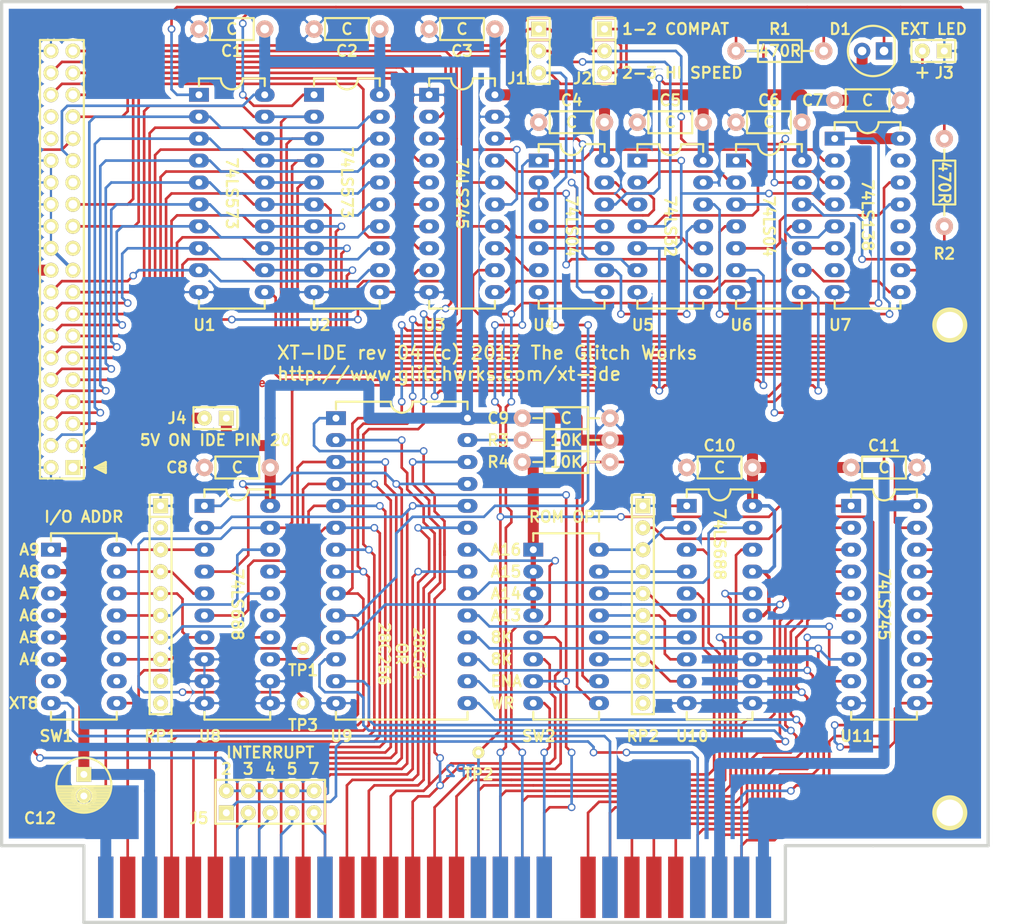
<source format=kicad_pcb>
(kicad_pcb (version 20221018) (generator pcbnew)
  (title_block (title "XT-IDE") (date "2016-05-14") (rev "4") (company "The Glitch Works") (comment 1 "J. Chapman"))
  (layers (0 "F.Cu" signal "Component") (31 "B.Cu" signal "Copper") (34 "B.Paste" user) (35 "F.Paste" user) (36 "B.SilkS" user "B.Silkscreen") (37 "F.SilkS" user "F.Silkscreen") (38 "B.Mask" user) (39 "F.Mask" user) (44 "Edge.Cuts" user))
  (net 0 "")
  (net 1 "/*CS1FX")
  (net 2 "/*CS3FX")
  (net 3 "/*IOR-IDE")
  (net 4 "/*IOW-IDE")
  (net 5 "/*IOW-ISA")
  (net 6 "/*MEMR")
  (net 7 "/*RESET")
  (net 8 "//CS_ROM")
  (net 9 "/3")
  (net 10 "/4")
  (net 11 "/5")
  (net 12 "/6")
  (net 13 "/7")
  (net 14 "/A0-IDE")
  (net 15 "/A0-ISA")
  (net 16 "/A1-IDE")
  (net 17 "/A1-ISA")
  (net 18 "/A10")
  (net 19 "/A11")
  (net 20 "/A12")
  (net 21 "/A2-IDE")
  (net 22 "/A2-ISA")
  (net 23 "/A3")
  (net 24 "/D10")
  (net 25 "/D11")
  (net 26 "/D12")
  (net 27 "/D13")
  (net 28 "/D14")
  (net 29 "/D15")
  (net 30 "/D8")
  (net 31 "/D9")
  (net 32 "/INTRQ")
  (net 33 "/IRQ3")
  (net 34 "/IRQ4")
  (net 35 "/IRQ5")
  (net 36 "/IRQ7")
  (net 37 "/PC-DB0")
  (net 38 "/PC-DB1")
  (net 39 "/PC-DB2")
  (net 40 "/PC-DB3")
  (net 41 "/PC-DB4")
  (net 42 "/PC-DB5")
  (net 43 "/PC-DB6")
  (net 44 "/PC-DB7")
  (net 45 "/VCC_CF")
  (net 46 "GND")
  (net 47 "VCC")
  (net 48 "*MEMW")
  (net 49 "AEN")
  (net 50 "A14")
  (net 51 "A13")
  (net 52 "Net-(R2-Pad2)")
  (net 53 "/ROM_WE")
  (net 54 "Net-(RP2-Pad6)")
  (net 55 "Net-(RP2-Pad5)")
  (net 56 "Net-(RP2-Pad4)")
  (net 57 "Net-(RP2-Pad3)")
  (net 58 "Net-(RP1-Pad7)")
  (net 59 "Net-(RP1-Pad8)")
  (net 60 "Net-(RP2-Pad7)")
  (net 61 "Net-(RP2-Pad8)")
  (net 62 "Net-(RP1-Pad3)")
  (net 63 "Net-(RP1-Pad4)")
  (net 64 "Net-(RP1-Pad5)")
  (net 65 "Net-(RP1-Pad6)")
  (net 66 "A19")
  (net 67 "A18")
  (net 68 "A17")
  (net 69 "A16")
  (net 70 "A15")
  (net 71 "A9")
  (net 72 "A8")
  (net 73 "A7")
  (net 74 "A6")
  (net 75 "A5")
  (net 76 "A4")
  (net 77 "Net-(U4-Pad11)")
  (net 78 "Net-(J2-Pad2)")
  (net 79 "Net-(J3-Pad2)")
  (net 80 "*DASP")
  (net 81 "Net-(R4-Pad2)")
  (net 82 "Net-(D1-Pad1)")
  (net 83 "D7")
  (net 84 "RESDRV")
  (net 85 "IRQ2")
  (net 86 "*IOR-ISA")
  (net 87 "D6")
  (net 88 "D5")
  (net 89 "D4")
  (net 90 "D3")
  (net 91 "D2")
  (net 92 "D1")
  (net 93 "D0")
  (net 94 "/DMARQ")
  (net 95 "/IORDY")
  (net 96 "/IOCS16")
  (net 97 "/PDIAG")
  (net 98 "Net-(RP1-Pad2)")
  (net 99 "Net-(RP1-Pad9)")
  (net 100 "Net-(RP1-Pad10)")
  (net 101 "Net-(RP2-Pad9)")
  (net 102 "Net-(RP2-Pad10)")
  (net 103 "Net-(U3-Pad11)")
  (net 104 "Net-(U4-Pad2)")
  (net 105 "Net-(SW1-Pad7)")
  (net 106 "Net-(SW1-Pad10)")
  (net 107 "*CARDSEL")
  (net 108 "*CS_IDE")
  (net 109 "*IOR_DELAYED")
  (net 110 "Net-(U4-Pad10)")
  (net 111 "Net-(U5-Pad2)")
  (net 112 "Net-(U5-Pad8)")
  (net 113 "Net-(U6-Pad5)")
  (net 114 "Net-(U6-Pad9)")
  (net 115 "Net-(U6-Pad10)")
  (net 116 "Net-(U7-Pad7)")
  (net 117 "Net-(U7-Pad11)")
  (net 118 "Net-(U7-Pad12)")
  (net 119 "Net-(U7-Pad15)")
  (net 120 "Net-(J1-Pad2)")
  (net 121 "*HI_OUT_DELAYED")
  (net 122 "Net-(U4-Pad13)")
  (net 123 "*HI_BYTE_OUTPUT")
  (net 124 "Net-(U4-Pad9)")
  (net 125 "*CARDSEL_SWITCHED")
  (footprint "mounting:120mil_no_silkscreen" (layer "F.Cu") (at 186.69 128.27)
    (fp_text reference "P6" hide)
    (fp_text value "CONN_1" hide)
  )
  (footprint "mounting:120mil_no_silkscreen" (layer "F.Cu") (at 186.69 71.755)
    (fp_text reference "P7" hide)
    (fp_text value "CONN_1" hide)
  )
  (footprint "headers_with_detent:1x2" (layer "F.Cu") (at 101.6 82.55 -90)
    (fp_text reference "J4")
    (fp_text value "CONN_2" hide)
  )
  (footprint "headers_with_detent:1x3" (layer "F.Cu") (at 139.065 40.005)
    (fp_text reference "J1")
    (fp_text value "CONN_3" hide)
  )
  (footprint "headers_with_detent:1x3" (layer "F.Cu") (at 146.685 40.005)
    (fp_text reference "J2")
    (fp_text value "CONN_3" hide)
  )
  (footprint "headers_with_detent:5x2" (layer "F.Cu") (at 107.95 127)
    (fp_text reference "J5")
    (fp_text value "INTERRUPT")
  )
  (footprint "headers_with_detent:1x2" (layer "F.Cu") (at 184.785 40.005 -90)
    (fp_text reference "J3")
    (fp_text value "CONN_2" hide)
  )
  (footprint "edge_connectors:ISA-8BIT-XT-IDE" (layer "F.Cu") (at 127 137.16)
    (fp_text reference "BUS1" hide)
    (fp_text value "BUSPC" hide)
  )
  (footprint "gw_leds:LED-5MM" (layer "F.Cu") (at 179.07 40.005 180)
    (fp_text reference "D1")
    (fp_text value "LED" hide)
  )
  (footprint "testpoints:TH_TESTPOINT" (layer "F.Cu") (at 132.08 121.285)
    (fp_text reference "TP2")
    (fp_text value "CONN_1" hide)
  )
  (footprint "testpoints:TH_TESTPOINT" (layer "F.Cu") (at 111.76 115.57)
    (fp_text reference "TP3")
    (fp_text value "CONN_1" hide)
  )
  (footprint "testpoints:TH_TESTPOINT" (layer "F.Cu") (at 111.76 109.22)
    (fp_text reference "TP1")
    (fp_text value "CONN_1" hide)
  )
  (footprint "gw_caps_polarized:CP_RAD_250_100" (layer "F.Cu") (at 86.36 123.825 -90)
    (fp_text reference "C12")
    (fp_text value "100uF" hide)
  )
  (footprint "gw_symbols:PIN1_TRIANGLE_SILKSCREEN" (layer "F.Cu") (at 87.63 88.265)
    (fp_text reference "REF**" hide)
    (fp_text value "PIN1_TRIANGLE_SILKSCREEN" hide)
  )
  (footprint "gw_headers:STRAIGHT_2x20" (layer "F.Cu") (at 85.09 88.265 180)
    (fp_text reference "IDE1" hide)
    (fp_text value "CONN_20X2" hide)
  )
  (footprint "gw_dips:DIP-16_300_OBROUND_NO_NOTCH" (layer "F.Cu") (at 82.55 97.79)
    (fp_text reference "SW1")
    (fp_text value "I/O ADDR")
  )
  (footprint "gw_dips:DIP-16_300_OBROUND_NO_NOTCH" (layer "F.Cu") (at 138.43 97.79)
    (fp_text reference "SW2")
    (fp_text value "ROM OPT")
  )
  (footprint "gw_dips:DIP-20_300_OBROUND" (layer "F.Cu") (at 99.695 45.085)
    (fp_text reference "U1")
    (fp_text value "74LS573" hide)
  )
  (footprint "gw_dips:DIP-20_300_OBROUND" (layer "F.Cu") (at 113.03 45.085)
    (fp_text reference "U2")
    (fp_text value "74LS573" hide)
  )
  (footprint "gw_dips:DIP-20_300_OBROUND" (layer "F.Cu") (at 126.365 45.085)
    (fp_text reference "U3")
    (fp_text value "74LS245" hide)
  )
  (footprint "gw_dips:DIP-14_300_OBROUND" (layer "F.Cu") (at 150.495 52.705)
    (fp_text reference "U5")
    (fp_text value "74LS32" hide)
  )
  (footprint "gw_dips:DIP-14_300_OBROUND" (layer "F.Cu") (at 161.925 52.705)
    (fp_text reference "U6")
    (fp_text value "74LS04" hide)
  )
  (footprint "gw_dips:DIP-16_300_OBROUND" (layer "F.Cu") (at 173.355 50.165)
    (fp_text reference "U7")
    (fp_text value "74LS138" hide)
  )
  (footprint "gw_dips:DIP-20_300_OBROUND" (layer "F.Cu") (at 100.33 92.71)
    (fp_text reference "U8")
    (fp_text value "74LS688" hide)
  )
  (footprint "gw_dips:DIP-28_600_OBROUND" (layer "F.Cu") (at 115.57 82.55)
    (fp_text reference "U9")
    (fp_text value "28C256" hide)
  )
  (footprint "gw_dips:DIP-20_300_OBROUND" (layer "F.Cu") (at 156.21 92.71)
    (fp_text reference "U10")
    (fp_text value "74LS688" hide)
  )
  (footprint "gw_dips:DIP-20_300_OBROUND" (layer "F.Cu") (at 175.26 92.71)
    (fp_text reference "U11")
    (fp_text value "74LS245" hide)
  )
  (footprint "gw_sips:SIP10" (layer "F.Cu") (at 95.25 104.14 -90)
    (fp_text reference "RP1")
    (fp_text value "10K" hide)
  )
  (footprint "gw_sips:SIP10" (layer "F.Cu") (at 151.13 104.14 -90)
    (fp_text reference "RP2")
    (fp_text value "10K" hide)
  )
  (footprint "gw_axial_res_cap:AX_300" (layer "F.Cu") (at 107.315 37.465 180)
    (fp_text reference "C1")
    (fp_text value "C")
  )
  (footprint "gw_axial_res_cap:AX_300" (layer "F.Cu") (at 120.65 37.465 180)
    (fp_text reference "C2")
    (fp_text value "C")
  )
  (footprint "gw_axial_res_cap:AX_300" (layer "F.Cu") (at 133.985 37.465 180)
    (fp_text reference "C3")
    (fp_text value "C")
  )
  (footprint "gw_axial_res_cap:AX_300" (layer "F.Cu") (at 146.685 48.26 180)
    (fp_text reference "C4")
    (fp_text value "C")
  )
  (footprint "gw_axial_res_cap:AX_300" (layer "F.Cu") (at 158.115 48.26 180)
    (fp_text reference "C5")
    (fp_text value "C")
  )
  (footprint "gw_axial_res_cap:AX_300" (layer "F.Cu") (at 169.545 48.26 180)
    (fp_text reference "C6")
    (fp_text value "C")
  )
  (footprint "gw_axial_res_cap:AX_300" (layer "F.Cu") (at 173.355 45.72)
    (fp_text reference "C7")
    (fp_text value "C")
  )
  (footprint "gw_axial_res_cap:AX_400" (layer "F.Cu") (at 137.16 82.55)
    (fp_text reference "C9")
    (fp_text value "C")
  )
  (footprint "gw_axial_res_cap:AX_300" (layer "F.Cu") (at 107.95 88.265 180)
    (fp_text reference "C8")
    (fp_text value "C")
  )
  (footprint "gw_axial_res_cap:AX_300" (layer "F.Cu") (at 163.83 88.265 180)
    (fp_text reference "C10")
    (fp_text value "C")
  )
  (footprint "gw_axial_res_cap:AX_400" (layer "F.Cu") (at 172.085 40.005 180)
    (fp_text reference "R1")
    (fp_text value "470R")
  )
  (footprint "gw_axial_res_cap:AX_400" (layer "F.Cu") (at 186.055 50.165 -90)
    (fp_text reference "R2")
    (fp_text value "470R" hide)
  )
  (footprint "gw_axial_res_cap:AX_400" (layer "F.Cu") (at 147.32 85.09 180)
    (fp_text reference "R3")
    (fp_text value "10K")
  )
  (footprint "gw_axial_res_cap:AX_400" (layer "F.Cu") (at 137.16 87.63)
    (fp_text reference "R4")
    (fp_text value "10K")
  )
  (footprint "gw_dips:DIP-14_300_OBROUND" (layer "F.Cu") (at 139.065 52.705)
    (fp_text reference "U4")
    (fp_text value "74LS04" hide)
  )
  (footprint "gw_axial_res_cap:AX_300" (layer "F.Cu") (at 175.26 88.265)
    (fp_text reference "C11")
    (fp_text value "C")
  )
  (footprint "gw_symbols:OSHW_7.5x8mm_FCu_FMask" (layer "F.Cu") (at 103.505 76.2)
    (fp_text reference "REF***" hide)
    (fp_text value "OSHW_7.5x8mm_FCu_FMask" hide)
  )
  (gr_line (start 191.135 132.08) (end 191.135 34.29) (stroke (width 0.381)) (layer "Edge.Cuts"))
  (gr_line (start 86.36 132.08) (end 76.835 132.08) (stroke (width 0.381)) (layer "Edge.Cuts"))
  (gr_line (start 76.835 132.08) (end 76.835 34.29) (stroke (width 0.381)) (layer "Edge.Cuts"))
  (gr_line (start 86.36 132.08) (end 86.36 140.97) (stroke (width 0.381)) (layer "Edge.Cuts"))
  (gr_line (start 167.64 132.08) (end 177.8 132.08) (stroke (width 0.381)) (layer "Edge.Cuts"))
  (gr_line (start 167.64 140.97) (end 167.64 132.08) (stroke (width 0.381)) (layer "Edge.Cuts"))
  (gr_line (start 177.8 132.08) (end 191.135 132.08) (stroke (width 0.381)) (layer "Edge.Cuts"))
  (gr_line (start 191.135 34.29) (end 76.835 34.29) (stroke (width 0.381)) (layer "Edge.Cuts"))
  (gr_line (start 86.36 140.97) (end 167.64 140.97) (stroke (width 0.381)) (layer "Edge.Cuts"))
  (gr_text "TP2" (at 129.921 123.444) (layer "B.Cu") (effects (font (size 1.27 1.27) (thickness 0.254)) (justify mirror)))
  (gr_text "A9" (at 78.74 97.79) (layer "F.SilkS") (effects (font (size 1.27 1.27) (thickness 0.254)) (justify left)))
  (gr_text "74LS245" (at 179.07 104.14 270) (layer "F.SilkS") (effects (font (size 1.27 1.27) (thickness 0.254))))
  (gr_text "74LS245" (at 130.175 56.515 270) (layer "F.SilkS") (effects (font (size 1.27 1.27) (thickness 0.254))))
  (gr_text "XT8" (at 79.375 115.57) (layer "F.SilkS") (effects (font (size 1.27 1.27) (thickness 0.254))))
  (gr_text "A16" (at 133.35 97.79) (layer "F.SilkS") (effects (font (size 1.27 1.27) (thickness 0.254)) (justify left)))
  (gr_text "3" (at 105.41 123.19) (layer "F.SilkS") (effects (font (size 1.27 1.27) (thickness 0.254))))
  (gr_text "8K" (at 133.35 110.49) (layer "F.SilkS") (effects (font (size 1.27 1.27) (thickness 0.254)) (justify left)))
  (gr_text "A7" (at 78.74 102.87) (layer "F.SilkS") (effects (font (size 1.27 1.27) (thickness 0.254)) (justify left)))
  (gr_text "2" (at 102.87 123.19) (layer "F.SilkS") (effects (font (size 1.27 1.27) (thickness 0.254))))
  (gr_text "74LS688" (at 160.02 97.155 270) (layer "F.SilkS") (effects (font (size 1.27 1.27) (thickness 0.254))))
  (gr_text "74LS573" (at 116.84 55.245 270) (layer "F.SilkS") (effects (font (size 1.27 1.27) (thickness 0.254))))
  (gr_text "A6" (at 78.74 105.41) (layer "F.SilkS") (effects (font (size 1.27 1.27) (thickness 0.254)) (justify left)))
  (gr_text "EXT LED" (at 184.785 37.465) (layer "F.SilkS") (effects (font (size 1.27 1.27) (thickness 0.254))))
  (gr_text "28C64\nOR\n28C256" (at 123.19 109.855 270) (layer "F.SilkS") (effects (font (size 1.27 1.27) (thickness 0.254))))
  (gr_text "4" (at 107.95 123.19) (layer "F.SilkS") (effects (font (size 1.27 1.27) (thickness 0.254))))
  (gr_text "A8" (at 78.74 100.33) (layer "F.SilkS") (effects (font (size 1.27 1.27) (thickness 0.254)) (justify left)))
  (gr_text "470R" (at 186.055 55.245 270) (layer "F.SilkS") (effects (font (size 1.27 1.27) (thickness 0.254))))
  (gr_text "1-2 COMPAT" (at 148.59 37.465) (layer "F.SilkS") (effects (font (size 1.27 1.27) (thickness 0.254)) (justify left)))
  (gr_text "XT-IDE rev 04 (c) 2017 The Glitch Works\nhttp://www.glitchwrks.com/xt-ide" (at 108.585 76.2) (layer "F.SilkS") (effects (font (size 1.524 1.524) (thickness 0.254)) (justify left)))
  (gr_text "74LS573" (at 103.505 56.515 270) (layer "F.SilkS") (effects (font (size 1.27 1.27) (thickness 0.254))))
  (gr_text "74LS04" (at 165.735 60.325 270) (layer "F.SilkS") (effects (font (size 1.27 1.27) (thickness 0.254))))
  (gr_text "7" (at 113.03 123.19) (layer "F.SilkS") (effects (font (size 1.27 1.27) (thickness 0.254))))
  (gr_text "A5" (at 78.74 107.95) (layer "F.SilkS") (effects (font (size 1.27 1.27) (thickness 0.254)) (justify left)))
  (gr_text "5" (at 110.49 123.19) (layer "F.SilkS") (effects (font (size 1.27 1.27) (thickness 0.254))))
  (gr_text "5V ON IDE PIN 20" (at 92.71 85.09) (layer "F.SilkS") (effects (font (size 1.27 1.27) (thickness 0.254)) (justify left)))
  (gr_text "8K" (at 133.35 107.95) (layer "F.SilkS") (effects (font (size 1.27 1.27) (thickness 0.254)) (justify left)))
  (gr_text "74LS04" (at 142.875 60.325 270) (layer "F.SilkS") (effects (font (size 1.27 1.27) (thickness 0.254))))
  (gr_text "A15" (at 133.35 100.33) (layer "F.SilkS") (effects (font (size 1.27 1.27) (thickness 0.254)) (justify left)))
  (gr_text "A14" (at 133.35 102.87) (layer "F.SilkS") (effects (font (size 1.27 1.27) (thickness 0.254)) (justify left)))
  (gr_text "74LS688" (at 104.14 104.14 270) (layer "F.SilkS") (effects (font (size 1.27 1.27) (thickness 0.254))))
  (gr_text "ENA" (at 133.35 113.03) (layer "F.SilkS") (effects (font (size 1.27 1.27) (thickness 0.254)) (justify left)))
  (gr_text "A4" (at 78.74 110.49) (layer "F.SilkS") (effects (font (size 1.27 1.27) (thickness 0.254)) (justify left)))
  (gr_text "WR" (at 133.35 115.57) (layer "F.SilkS") (effects (font (size 1.27 1.27) (thickness 0.254)) (justify left)))
  (gr_text "74LS32" (at 154.305 60.325 270) (layer "F.SilkS") (effects (font (size 1.27 1.27) (thickness 0.254))))
  (gr_text "2-3 HI SPEED" (at 148.59 42.545) (layer "F.SilkS") (effects (font (size 1.27 1.27) (thickness 0.254)) (justify left)))
  (gr_text "+" (at 183.515 42.418) (layer "F.SilkS") (effects (font (size 1.524 1.524) (thickness 0.254))))
  (gr_text "74LS138" (at 177.165 59.055 270) (layer "F.SilkS") (effects (font (size 1.27 1.27) (thickness 0.254))))
  (gr_text "A13" (at 133.35 105.41) (layer "F.SilkS") (effects (font (size 1.27 1.27) (thickness 0.254)) (justify left)))
  (segment (start 88.265 42.545) (end 90.17 40.64) (width 0.3048) (layer "F.Cu") (net 1))
  (segment (start 90.17 40.64) (end 127.635 40.64) (width 0.3048) (layer "F.Cu") (net 1))
  (segment (start 128.27 46.99) (end 127.635 47.625) (width 0.3048) (layer "F.Cu") (net 1))
  (segment (start 127.635 47.625) (end 126.365 47.625) (width 0.3048) (layer "F.Cu") (net 1))
  (segment (start 85.09 42.545) (end 88.265 42.545) (width 0.3048) (layer "F.Cu") (net 1))
  (segment (start 127.635 40.64) (end 128.27 41.275) (width 0.3048) (layer "F.Cu") (net 1))
  (segment (start 128.27 41.275) (end 128.27 46.99) (width 0.3048) (layer "F.Cu") (net 1))
  (segment (start 83.82 41.275) (end 88.265 41.275) (width 0.3048) (layer "F.Cu") (net 2))
  (segment (start 88.265 41.275) (end 89.535 40.005) (width 0.3048) (layer "F.Cu") (net 2))
  (segment (start 89.535 40.005) (end 128.27 40.005) (width 0.3048) (layer "F.Cu") (net 2))
  (segment (start 128.905 40.64) (end 128.905 49.53) (width 0.3048) (layer "F.Cu") (net 2))
  (segment (start 128.905 49.53) (end 128.27 50.165) (width 0.3048) (layer "F.Cu") (net 2))
  (segment (start 128.27 50.165) (end 126.365 50.165) (width 0.3048) (layer "F.Cu") (net 2))
  (segment (start 128.27 40.005) (end 128.905 40.64) (width 0.3048) (layer "F.Cu") (net 2))
  (segment (start 82.55 42.545) (end 83.82 41.275) (width 0.3048) (layer "F.Cu") (net 2))
  (segment (start 91.44 57.785) (end 92.075 57.15) (width 0.3048) (layer "F.Cu") (net 3))
  (segment (start 92.075 57.15) (end 92.075 43.815) (width 0.3048) (layer "F.Cu") (net 3))
  (segment (start 92.075 43.815) (end 92.71 43.18) (width 0.3048) (layer "F.Cu") (net 3))
  (segment (start 92.71 43.18) (end 121.285 43.18) (width 0.3048) (layer "F.Cu") (net 3))
  (segment (start 121.92 43.18) (end 122.555 43.815) (width 0.3048) (layer "F.Cu") (net 3))
  (segment (start 122.555 43.815) (end 122.555 59.69) (width 0.3048) (layer "F.Cu") (net 3))
  (segment (start 122.555 59.69) (end 123.19 60.325) (width 0.3048) (layer "F.Cu") (net 3))
  (segment (start 123.19 60.325) (end 126.365 60.325) (width 0.3048) (layer "F.Cu") (net 3))
  (segment (start 121.285 43.18) (end 121.92 43.18) (width 0.3048) (layer "F.Cu") (net 3))
  (segment (start 85.09 57.785) (end 91.44 57.785) (width 0.3048) (layer "F.Cu") (net 3))
  (segment (start 92.201998 60.325) (end 92.71 59.816998) (width 0.3048) (layer "F.Cu") (net 4))
  (segment (start 92.71 59.816998) (end 92.71 44.45) (width 0.3048) (layer "F.Cu") (net 4))
  (segment (start 92.71 44.45) (end 93.345 43.815) (width 0.3048) (layer "F.Cu") (net 4))
  (segment (start 93.345 43.815) (end 118.11 43.815) (width 0.3048) (layer "F.Cu") (net 4))
  (segment (start 118.745 44.45) (end 118.745 60.96) (width 0.3048) (layer "F.Cu") (net 4))
  (segment (start 118.745 60.96) (end 119.38 61.595) (width 0.3048) (layer "F.Cu") (net 4))
  (segment (start 119.38 61.595) (end 123.825 61.595) (width 0.3048) (layer "F.Cu") (net 4))
  (segment (start 123.825 61.595) (end 125.095 62.865) (width 0.3048) (layer "F.Cu") (net 4))
  (segment (start 125.095 62.865) (end 126.365 62.865) (width 0.3048) (layer "F.Cu") (net 4))
  (segment (start 118.11 43.815) (end 118.745 44.45) (width 0.3048) (layer "F.Cu") (net 4))
  (segment (start 85.09 60.325) (end 92.201998 60.325) (width 0.3048) (layer "F.Cu") (net 4))
  (segment (start 135.255 92.71) (end 135.89 93.345) (width 0.3048) (layer "F.Cu") (net 5))
  (segment (start 135.89 93.345) (end 135.89 94.615) (width 0.3048) (layer "F.Cu") (net 5))
  (segment (start 135.89 94.615) (end 135.255 95.25) (width 0.3048) (layer "F.Cu") (net 5))
  (segment (start 135.255 95.25) (end 135.255 120.65) (width 0.3048) (layer "F.Cu") (net 5))
  (segment (start 135.255 120.65) (end 134.62 121.285) (width 0.3048) (layer "F.Cu") (net 5))
  (segment (start 135.255 81.28) (end 135.89 80.645) (width 0.3048) (layer "F.Cu") (net 5))
  (segment (start 135.89 70.485) (end 135.255 70.485) (width 0.3048) (layer "F.Cu") (net 5))
  (segment (start 135.255 70.485) (end 132.08 70.485) (width 0.3048) (layer "F.Cu") (net 5))
  (segment (start 132.08 70.485) (end 131.445 69.85) (width 0.3048) (layer "F.Cu") (net 5))
  (segment (start 131.445 69.85) (end 131.445 66.04) (width 0.3048) (layer "F.Cu") (net 5))
  (segment (start 131.445 66.04) (end 132.08 65.405) (width 0.3048) (layer "F.Cu") (net 5))
  (segment (start 132.08 65.405) (end 133.985 65.405) (width 0.3048) (layer "F.Cu") (net 5))
  (segment (start 135.89 70.485) (end 137.16 69.215) (width 0.3048) (layer "F.Cu") (net 5))
  (segment (start 137.16 69.215) (end 178.435 69.215) (width 0.3048) (layer "F.Cu") (net 5))
  (segment (start 135.89 70.485) (end 135.89 70.485) (width 0.3048) (layer "F.Cu") (net 5))
  (segment (start 135.255 83.82) (end 135.255 81.28) (width 0.3048) (layer "F.Cu") (net 5))
  (segment (start 135.255 83.82) (end 135.255 92.71) (width 0.3048) (layer "F.Cu") (net 5))
  (via (at 135.89 80.645) (size 0.889) (drill 0.5842) (layers "F.Cu" "B.Cu") (net 5))
  (via (at 178.435 69.215) (size 0.889) (drill 0.5842) (layers "F.Cu" "B.Cu") (net 5))
  (via (at 135.89 70.485) (size 0.889) (drill 0.5842) (layers "F.Cu" "B.Cu") (net 5))
  (via (at 134.62 121.285) (size 0.889) (drill 0.5842) (layers "F.Cu" "B.Cu") (net 5))
  (segment (start 135.89 70.485) (end 135.89 80.645) (width 0.3048) (layer "B.Cu") (net 5))
  (segment (start 178.435 69.215) (end 178.435 50.8) (width 0.3048) (layer "B.Cu") (net 5))
  (segment (start 177.8 50.165) (end 173.355 50.165) (width 0.3048) (layer "B.Cu") (net 5))
  (segment (start 134.62 136.906) (end 134.62 121.285) (width 0.3048) (layer "B.Cu") (net 5))
  (segment (start 178.435 50.8) (end 177.8 50.165) (width 0.3048) (layer "B.Cu") (net 5))
  (segment (start 135.89 117.475) (end 135.89 120.015) (width 0.3048) (layer "F.Cu") (net 6))
  (segment (start 137.16 121.285) (end 137.16 121.285) (width 0.3048) (layer "F.Cu") (net 6))
  (segment (start 135.89 107.315) (end 136.525 106.68) (width 0.3048) (layer "F.Cu") (net 6))
  (segment (start 136.525 106.68) (end 139.7 106.68) (width 0.3048) (layer "F.Cu") (net 6))
  (segment (start 139.7 106.68) (end 140.335 106.045) (width 0.3048) (layer "F.Cu") (net 6))
  (segment (start 140.335 106.045) (end 140.335 99.695) (width 0.3048) (layer "F.Cu") (net 6))
  (segment (start 140.335 99.695) (end 140.97 99.06) (width 0.3048) (layer "F.Cu") (net 6))
  (segment (start 137.16 121.285) (end 135.89 120.015) (width 0.3048) (layer "F.Cu") (net 6))
  (segment (start 135.89 116.84) (end 135.89 117.475) (width 0.3048) (layer "F.Cu") (net 6))
  (segment (start 135.89 116.84) (end 135.89 107.315) (width 0.3048) (layer "F.Cu") (net 6))
  (via (at 140.97 99.06) (size 0.889) (drill 0.5842) (layers "F.Cu" "B.Cu") (net 6))
  (via (at 137.16 121.285) (size 0.889) (drill 0.5842) (layers "F.Cu" "B.Cu") (net 6))
  (segment (start 137.16 136.906) (end 137.16 121.285) (width 0.3048) (layer "B.Cu") (net 6))
  (segment (start 133.35 99.06) (end 132.08 97.79) (width 0.3048) (layer "B.Cu") (net 6))
  (segment (start 132.08 97.79) (end 130.81 97.79) (width 0.3048) (layer "B.Cu") (net 6))
  (segment (start 140.97 99.06) (end 133.35 99.06) (width 0.3048) (layer "B.Cu") (net 6))
  (segment (start 98.425 78.105) (end 98.425 71.755) (width 0.3048) (layer "F.Cu") (net 7))
  (segment (start 98.425 71.755) (end 99.06 71.12) (width 0.3048) (layer "F.Cu") (net 7))
  (segment (start 88.9 87.63) (end 98.425 78.105) (width 0.3048) (layer "F.Cu") (net 7))
  (segment (start 88.265 88.265) (end 88.9 87.63) (width 0.3048) (layer "F.Cu") (net 7))
  (segment (start 118.11 71.12) (end 118.11 67.31) (width 0.3048) (layer "F.Cu") (net 7))
  (segment (start 118.11 67.31) (end 118.745 66.675) (width 0.3048) (layer "F.Cu") (net 7))
  (segment (start 118.745 66.675) (end 123.825 66.675) (width 0.3048) (layer "F.Cu") (net 7))
  (segment (start 123.825 66.675) (end 125.095 65.405) (width 0.3048) (layer "F.Cu") (net 7))
  (segment (start 125.095 65.405) (end 126.365 65.405) (width 0.3048) (layer "F.Cu") (net 7))
  (segment (start 86.995 88.265) (end 88.265 88.265) (width 0.3048) (layer "F.Cu") (net 7))
  (segment (start 85.09 88.265) (end 86.995 88.265) (width 0.3048) (layer "F.Cu") (net 7))
  (segment (start 99.06 71.12) (end 103.505 71.12) (width 0.3048) (layer "F.Cu") (net 7))
  (via (at 103.505 71.12) (size 0.889) (drill 0.5842) (layers "F.Cu" "B.Cu") (net 7))
  (via (at 118.11 71.12) (size 0.889) (drill 0.5842) (layers "F.Cu" "B.Cu") (net 7))
  (segment (start 103.505 71.12) (end 118.11 71.12) (width 0.3048) (layer "B.Cu") (net 7))
  (segment (start 132.08 102.87) (end 133.35 101.6) (width 0.3048) (layer "B.Cu") (net 8))
  (segment (start 158.75 100.965) (end 158.75 95.885) (width 0.3048) (layer "B.Cu") (net 8))
  (segment (start 158.75 95.885) (end 159.385 95.25) (width 0.3048) (layer "B.Cu") (net 8))
  (segment (start 159.385 95.25) (end 163.83 95.25) (width 0.3048) (layer "B.Cu") (net 8))
  (segment (start 133.35 101.6) (end 158.115 101.6) (width 0.3048) (layer "B.Cu") (net 8))
  (segment (start 158.115 101.6) (end 158.75 100.965) (width 0.3048) (layer "B.Cu") (net 8))
  (segment (start 130.81 102.87) (end 132.08 102.87) (width 0.3048) (layer "B.Cu") (net 8))
  (segment (start 127.635 79.375) (end 151.13 79.375) (width 0.3048) (layer "F.Cu") (net 9))
  (segment (start 151.13 79.375) (end 152.4 80.645) (width 0.3048) (layer "F.Cu") (net 9))
  (segment (start 152.4 80.645) (end 153.67 80.645) (width 0.3048) (layer "F.Cu") (net 9))
  (segment (start 153.67 80.645) (end 154.94 79.375) (width 0.3048) (layer "F.Cu") (net 9))
  (segment (start 154.94 79.375) (end 162.56 79.375) (width 0.3048) (layer "F.Cu") (net 9))
  (segment (start 162.56 79.375) (end 163.83 80.645) (width 0.3048) (layer "F.Cu") (net 9))
  (segment (start 163.83 80.645) (end 166.37 80.645) (width 0.3048) (layer "F.Cu") (net 9))
  (segment (start 166.37 80.645) (end 168.275 78.74) (width 0.3048) (layer "F.Cu") (net 9))
  (segment (start 168.275 78.74) (end 170.18 78.74) (width 0.3048) (layer "F.Cu") (net 9))
  (segment (start 171.45 79.375) (end 170.815 78.74) (width 0.3048) (layer "F.Cu") (net 9))
  (segment (start 170.815 78.74) (end 170.18 78.74) (width 0.3048) (layer "F.Cu") (net 9))
  (segment (start 123.825 67.945) (end 125.095 66.675) (width 0.3048) (layer "F.Cu") (net 9))
  (segment (start 125.095 66.675) (end 128.27 66.675) (width 0.3048) (layer "F.Cu") (net 9))
  (segment (start 128.27 66.675) (end 128.905 67.31) (width 0.3048) (layer "F.Cu") (net 9))
  (segment (start 128.905 67.31) (end 128.905 69.215) (width 0.3048) (layer "F.Cu") (net 9))
  (segment (start 128.905 69.215) (end 128.27 69.85) (width 0.3048) (layer "F.Cu") (net 9))
  (segment (start 120.65 67.945) (end 121.285 67.945) (width 0.3048) (layer "F.Cu") (net 9))
  (segment (start 127.635 79.375) (end 127 80.01) (width 0.3048) (layer "F.Cu") (net 9))
  (segment (start 123.825 67.945) (end 120.65 67.945) (width 0.3048) (layer "F.Cu") (net 9))
  (via (at 127 80.01) (size 0.889) (drill 0.5842) (layers "F.Cu" "B.Cu") (net 9))
  (via (at 171.45 79.375) (size 0.889) (drill 0.5842) (layers "F.Cu" "B.Cu") (net 9))
  (via (at 128.27 69.85) (size 0.889) (drill 0.5842) (layers "F.Cu" "B.Cu") (net 9))
  (segment (start 170.815 67.945) (end 171.45 68.58) (width 0.3048) (layer "B.Cu") (net 9))
  (segment (start 171.45 68.58) (end 171.45 79.375) (width 0.3048) (layer "B.Cu") (net 9))
  (segment (start 127 70.485) (end 127 80.01) (width 0.3048) (layer "B.Cu") (net 9))
  (segment (start 127.635 69.85) (end 128.27 69.85) (width 0.3048) (layer "B.Cu") (net 9))
  (segment (start 127 70.485) (end 127.635 69.85) (width 0.3048) (layer "B.Cu") (net 9))
  (segment (start 169.545 67.945) (end 170.815 67.945) (width 0.3048) (layer "B.Cu") (net 9))
  (segment (start 96.52 37.465) (end 96.52 35.56) (width 0.3048) (layer "F.Cu") (net 10))
  (segment (start 97.155 34.925) (end 115.57 34.925) (width 0.3048) (layer "F.Cu") (net 10))
  (segment (start 187.96 34.925) (end 188.595 35.56) (width 0.3048) (layer "F.Cu") (net 10))
  (segment (start 188.595 35.56) (end 188.595 64.77) (width 0.3048) (layer "F.Cu") (net 10))
  (segment (start 188.595 64.77) (end 187.96 65.405) (width 0.3048) (layer "F.Cu") (net 10))
  (segment (start 187.96 65.405) (end 180.975 65.405) (width 0.3048) (layer "F.Cu") (net 10))
  (segment (start 96.52 35.56) (end 97.155 34.925) (width 0.3048) (layer "F.Cu") (net 10))
  (segment (start 170.18 34.925) (end 180.975 34.925) (width 0.3048) (layer "F.Cu") (net 10))
  (segment (start 180.975 34.925) (end 187.96 34.925) (width 0.3048) (layer "F.Cu") (net 10))
  (segment (start 115.57 34.925) (end 170.18 34.925) (width 0.3048) (layer "F.Cu") (net 10))
  (via (at 96.52 37.465) (size 0.889) (drill 0.5842) (layers "F.Cu" "B.Cu") (net 10))
  (segment (start 97.155 45.085) (end 96.52 44.45) (width 0.3048) (layer "B.Cu") (net 10))
  (segment (start 96.52 44.45) (end 96.52 37.465) (width 0.3048) (layer "B.Cu") (net 10))
  (segment (start 100.33 45.085) (end 97.155 45.085) (width 0.3048) (layer "B.Cu") (net 10))
  (segment (start 165.1 78.74) (end 164.465 78.105) (width 0.3048) (layer "F.Cu") (net 11))
  (segment (start 164.465 78.105) (end 109.22 78.105) (width 0.3048) (layer "F.Cu") (net 11))
  (segment (start 109.22 78.105) (end 108.585 77.47) (width 0.3048) (layer "F.Cu") (net 11))
  (segment (start 108.585 77.47) (end 108.585 69.215) (width 0.3048) (layer "F.Cu") (net 11))
  (segment (start 107.95 67.945) (end 108.585 68.58) (width 0.3048) (layer "F.Cu") (net 11))
  (segment (start 108.585 68.58) (end 108.585 69.215) (width 0.3048) (layer "F.Cu") (net 11))
  (segment (start 107.315 67.945) (end 107.95 67.945) (width 0.3048) (layer "F.Cu") (net 11))
  (via (at 165.1 78.74) (size 0.889) (drill 0.5842) (layers "F.Cu" "B.Cu") (net 11))
  (segment (start 164.465 65.405) (end 165.1 66.04) (width 0.3048) (layer "B.Cu") (net 11))
  (segment (start 165.1 66.04) (end 165.1 78.74) (width 0.3048) (layer "B.Cu") (net 11))
  (segment (start 161.925 65.405) (end 164.465 65.405) (width 0.3048) (layer "B.Cu") (net 11))
  (segment (start 147.955 56.515) (end 145.415 56.515) (width 0.3048) (layer "F.Cu") (net 12))
  (segment (start 145.415 56.515) (end 144.78 55.88) (width 0.3048) (layer "F.Cu") (net 12))
  (segment (start 144.78 55.88) (end 144.78 54.61) (width 0.3048) (layer "F.Cu") (net 12))
  (segment (start 144.78 54.61) (end 144.145 53.975) (width 0.3048) (layer "F.Cu") (net 12))
  (segment (start 144.145 53.975) (end 136.525 53.975) (width 0.3048) (layer "F.Cu") (net 12))
  (segment (start 136.525 53.975) (end 135.255 52.705) (width 0.3048) (layer "F.Cu") (net 12))
  (segment (start 133.985 52.705) (end 135.255 52.705) (width 0.3048) (layer "F.Cu") (net 12))
  (segment (start 149.225 57.785) (end 150.495 57.785) (width 0.3048) (layer "F.Cu") (net 12))
  (segment (start 147.955 56.515) (end 149.225 57.785) (width 0.3048) (layer "F.Cu") (net 12))
  (segment (start 150.495 57.785) (end 149.86 57.785) (width 0.3048) (layer "F.Cu") (net 12))
  (segment (start 144.145 50.8) (end 144.145 50.8) (width 0.3048) (layer "F.Cu") (net 13))
  (segment (start 144.145 50.8) (end 143.51 50.165) (width 0.3048) (layer "F.Cu") (net 13))
  (segment (start 143.51 50.165) (end 133.985 50.165) (width 0.3048) (layer "F.Cu") (net 13))
  (via (at 144.145 50.8) (size 0.889) (drill 0.5842) (layers "F.Cu" "B.Cu") (net 13))
  (segment (start 149.86 65.405) (end 148.59 64.135) (width 0.3048) (layer "B.Cu") (net 13))
  (segment (start 148.59 64.135) (end 144.78 64.135) (width 0.3048) (layer "B.Cu") (net 13))
  (segment (start 144.78 64.135) (end 144.145 63.5) (width 0.3048) (layer "B.Cu") (net 13))
  (segment (start 144.145 63.5) (end 144.145 59.055) (width 0.3048) (layer "B.Cu") (net 13))
  (segment (start 144.145 59.055) (end 144.145 50.8) (width 0.3048) (layer "B.Cu") (net 13))
  (segment (start 150.495 65.405) (end 149.86 65.405) (width 0.3048) (layer "B.Cu") (net 13))
  (segment (start 90.17 45.085) (end 90.805 44.45) (width 0.3048) (layer "F.Cu") (net 14))
  (segment (start 90.805 44.45) (end 90.805 42.545) (width 0.3048) (layer "F.Cu") (net 14))
  (segment (start 90.805 42.545) (end 91.44 41.91) (width 0.3048) (layer "F.Cu") (net 14))
  (segment (start 91.44 41.91) (end 122.555 41.91) (width 0.3048) (layer "F.Cu") (net 14))
  (segment (start 123.19 41.91) (end 123.825 42.545) (width 0.3048) (layer "F.Cu") (net 14))
  (segment (start 123.825 42.545) (end 123.825 54.61) (width 0.3048) (layer "F.Cu") (net 14))
  (segment (start 123.825 54.61) (end 124.46 55.245) (width 0.3048) (layer "F.Cu") (net 14))
  (segment (start 124.46 55.245) (end 126.365 55.245) (width 0.3048) (layer "F.Cu") (net 14))
  (segment (start 85.09 45.085) (end 90.17 45.085) (width 0.3048) (layer "F.Cu") (net 14))
  (segment (start 122.555 41.91) (end 123.19 41.91) (width 0.3048) (layer "F.Cu") (net 14))
  (segment (start 118.11 115.57) (end 118.11 106.045) (width 0.3048) (layer "F.Cu") (net 15))
  (segment (start 118.11 106.045) (end 117.475 105.41) (width 0.3048) (layer "F.Cu") (net 15))
  (segment (start 118.11 116.84) (end 117.475 117.475) (width 0.3048) (layer "F.Cu") (net 15))
  (segment (start 117.475 117.475) (end 95.25 117.475) (width 0.3048) (layer "F.Cu") (net 15))
  (segment (start 89.535 117.475) (end 88.9 118.11) (width 0.3048) (layer "F.Cu") (net 15))
  (segment (start 88.9 136.906) (end 88.9 118.11) (width 0.3048) (layer "F.Cu") (net 15))
  (segment (start 144.78 71.755) (end 140.97 71.755) (width 0.3048) (layer "F.Cu") (net 15))
  (segment (start 140.335 42.545) (end 141.605 43.815) (width 0.3048) (layer "F.Cu") (net 15))
  (segment (start 141.605 43.815) (end 148.59 43.815) (width 0.3048) (layer "F.Cu") (net 15))
  (segment (start 148.59 43.815) (end 149.225 43.18) (width 0.3048) (layer "F.Cu") (net 15))
  (segment (start 149.225 43.18) (end 149.225 38.1) (width 0.3048) (layer "F.Cu") (net 15))
  (segment (start 149.225 38.1) (end 148.59 37.465) (width 0.3048) (layer "F.Cu") (net 15))
  (segment (start 148.59 37.465) (end 146.685 37.465) (width 0.3048) (layer "F.Cu") (net 15))
  (segment (start 118.11 115.57) (end 118.11 116.84) (width 0.3048) (layer "F.Cu") (net 15))
  (segment (start 139.065 42.545) (end 140.335 42.545) (width 0.3048) (layer "F.Cu") (net 15))
  (segment (start 95.25 117.475) (end 89.535 117.475) (width 0.3048) (layer "F.Cu") (net 15))
  (segment (start 115.57 105.41) (end 117.475 105.41) (width 0.3048) (layer "F.Cu") (net 15))
  (via (at 144.78 71.755) (size 0.889) (drill 0.5842) (layers "F.Cu" "B.Cu") (net 15))
  (via (at 140.97 71.755) (size 0.889) (drill 0.5842) (layers "F.Cu" "B.Cu") (net 15))
  (segment (start 118.11 105.41) (end 122.555 100.965) (width 0.3048) (layer "B.Cu") (net 15))
  (segment (start 122.555 100.965) (end 122.555 95.885) (width 0.3048) (layer "B.Cu") (net 15))
  (segment (start 122.555 95.885) (end 124.46 93.98) (width 0.3048) (layer "B.Cu") (net 15))
  (segment (start 124.46 93.98) (end 132.715 93.98) (width 0.3048) (layer "B.Cu") (net 15))
  (segment (start 132.715 93.98) (end 133.985 92.71) (width 0.3048) (layer "B.Cu") (net 15))
  (segment (start 133.985 92.71) (end 144.145 92.71) (width 0.3048) (layer "B.Cu") (net 15))
  (segment (start 144.145 92.71) (end 144.78 92.075) (width 0.3048) (layer "B.Cu") (net 15))
  (segment (start 144.78 92.075) (end 144.78 80.01) (width 0.3048) (layer "B.Cu") (net 15))
  (segment (start 142.24 54.61) (end 142.24 44.45) (width 0.3048) (layer "B.Cu") (net 15))
  (segment (start 140.97 71.755) (end 140.97 55.88) (width 0.3048) (layer "B.Cu") (net 15))
  (segment (start 142.24 43.18) (end 141.605 42.545) (width 0.3048) (layer "B.Cu") (net 15))
  (segment (start 141.605 42.545) (end 139.065 42.545) (width 0.3048) (layer "B.Cu") (net 15))
  (segment (start 115.57 105.41) (end 118.11 105.41) (width 0.3048) (layer "B.Cu") (net 15))
  (segment (start 142.24 44.45) (end 142.24 43.18) (width 0.3048) (layer "B.Cu") (net 15))
  (segment (start 144.78 80.01) (end 144.78 71.755) (width 0.3048) (layer "B.Cu") (net 15))
  (segment (start 140.97 55.88) (end 142.24 54.61) (width 0.3048) (layer "B.Cu") (net 15))
  (segment (start 90.805 47.625) (end 91.44 46.99) (width 0.3048) (layer "F.Cu") (net 16))
  (segment (start 91.44 46.99) (end 91.44 43.18) (width 0.3048) (layer "F.Cu") (net 16))
  (segment (start 91.44 43.18) (end 92.075 42.545) (width 0.3048) (layer "F.Cu") (net 16))
  (segment (start 92.075 42.545) (end 121.92 42.545) (width 0.3048) (layer "F.Cu") (net 16))
  (segment (start 122.555 42.545) (end 123.19 43.18) (width 0.3048) (layer "F.Cu") (net 16))
  (segment (start 123.19 43.18) (end 123.19 57.15) (width 0.3048) (layer "F.Cu") (net 16))
  (segment (start 123.19 57.15) (end 123.825 57.785) (width 0.3048) (layer "F.Cu") (net 16))
  (segment (start 123.825 57.785) (end 126.365 57.785) (width 0.3048) (layer "F.Cu") (net 16))
  (segment (start 121.92 42.545) (end 122.555 42.545) (width 0.3048) (layer "F.Cu") (net 16))
  (segment (start 85.09 47.625) (end 90.805 47.625) (width 0.3048) (layer "F.Cu") (net 16))
  (segment (start 118.745 116.84) (end 118.745 103.505) (width 0.3048) (layer "F.Cu") (net 17))
  (segment (start 118.745 103.505) (end 118.11 102.87) (width 0.3048) (layer "F.Cu") (net 17))
  (segment (start 118.745 117.475) (end 118.11 118.11) (width 0.3048) (layer "F.Cu") (net 17))
  (segment (start 118.11 118.11) (end 97.79 118.11) (width 0.3048) (layer "F.Cu") (net 17))
  (segment (start 92.075 118.11) (end 91.44 118.745) (width 0.3048) (layer "F.Cu") (net 17))
  (segment (start 91.44 118.745) (end 91.44 136.906) (width 0.3048) (layer "F.Cu") (net 17))
  (segment (start 123.825 72.39) (end 130.175 72.39) (width 0.3048) (layer "F.Cu") (net 17))
  (segment (start 116.84 102.87) (end 117.475 102.235) (width 0.3048) (layer "F.Cu") (net 17))
  (segment (start 117.475 102.235) (end 117.475 83.185) (width 0.3048) (layer "F.Cu") (net 17))
  (segment (start 123.825 72.39) (end 123.825 72.39) (width 0.3048) (layer "F.Cu") (net 17))
  (segment (start 123.825 72.39) (end 123.19 71.755) (width 0.3048) (layer "F.Cu") (net 17))
  (segment (start 118.11 82.55) (end 122.555 82.55) (width 0.3048) (layer "F.Cu") (net 17))
  (segment (start 122.555 82.55) (end 122.555 82.55) (width 0.3048) (layer "F.Cu") (net 17))
  (segment (start 122.555 82.55) (end 123.19 81.915) (width 0.3048) (layer "F.Cu") (net 17))
  (segment (start 123.19 81.915) (end 123.19 80.645) (width 0.3048) (layer "F.Cu") (net 17))
  (segment (start 156.845 62.865) (end 155.575 61.595) (width 0.3048) (layer "F.Cu") (net 17))
  (segment (start 155.575 61.595) (end 136.525 61.595) (width 0.3048) (layer "F.Cu") (net 17))
  (segment (start 136.525 61.595) (end 135.255 60.325) (width 0.3048) (layer "F.Cu") (net 17))
  (segment (start 135.255 60.325) (end 133.985 60.325) (width 0.3048) (layer "F.Cu") (net 17))
  (segment (start 130.81 71.755) (end 130.81 60.96) (width 0.3048) (layer "F.Cu") (net 17))
  (segment (start 130.81 60.96) (end 131.445 60.325) (width 0.3048) (layer "F.Cu") (net 17))
  (segment (start 131.445 60.325) (end 133.985 60.325) (width 0.3048) (layer "F.Cu") (net 17))
  (segment (start 97.79 118.11) (end 92.075 118.11) (width 0.3048) (layer "F.Cu") (net 17))
  (segment (start 115.57 102.87) (end 118.11 102.87) (width 0.3048) (layer "F.Cu") (net 17))
  (segment (start 116.84 102.87) (end 115.57 102.87) (width 0.3048) (layer "F.Cu") (net 17))
  (segment (start 158.115 62.865) (end 156.845 62.865) (width 0.3048) (layer "F.Cu") (net 17))
  (segment (start 118.745 116.84) (end 118.745 117.475) (width 0.3048) (layer "F.Cu") (net 17))
  (segment (start 130.175 72.39) (end 130.81 71.755) (width 0.3048) (layer "F.Cu") (net 17))
  (segment (start 117.475 83.185) (end 118.11 82.55) (width 0.3048) (layer "F.Cu") (net 17))
  (via (at 123.19 80.645) (size 0.889) (drill 0.5842) (layers "F.Cu" "B.Cu") (net 17))
  (via (at 123.19 71.755) (size 0.889) (drill 0.5842) (layers "F.Cu" "B.Cu") (net 17))
  (segment (start 123.19 80.645) (end 123.19 71.755) (width 0.3048) (layer "B.Cu") (net 17))
  (segment (start 124.46 116.84) (end 124.46 100.965) (width 0.3048) (layer "F.Cu") (net 18))
  (segment (start 125.095 100.33) (end 124.46 100.965) (width 0.3048) (layer "F.Cu") (net 18))
  (segment (start 123.825 123.825) (end 114.935 123.825) (width 0.3048) (layer "F.Cu") (net 18))
  (segment (start 114.935 123.825) (end 114.3 124.46) (width 0.3048) (layer "F.Cu") (net 18))
  (segment (start 114.3 124.46) (end 114.3 136.906) (width 0.3048) (layer "F.Cu") (net 18))
  (segment (start 124.46 116.84) (end 124.46 123.19) (width 0.3048) (layer "F.Cu") (net 18))
  (segment (start 124.46 123.19) (end 123.825 123.825) (width 0.3048) (layer "F.Cu") (net 18))
  (via (at 125.095 100.33) (size 0.889) (drill 0.5842) (layers "F.Cu" "B.Cu") (net 18))
  (segment (start 125.095 100.33) (end 129.54 100.33) (width 0.3048) (layer "B.Cu") (net 18))
  (segment (start 130.81 100.33) (end 129.54 100.33) (width 0.3048) (layer "B.Cu") (net 18))
  (segment (start 125.095 116.84) (end 125.095 101.6) (width 0.3048) (layer "F.Cu") (net 19))
  (segment (start 125.095 101.6) (end 126.365 100.33) (width 0.3048) (layer "F.Cu") (net 19))
  (segment (start 126.365 100.33) (end 126.365 96.52) (width 0.3048) (layer "F.Cu") (net 19))
  (segment (start 126.365 96.52) (end 125.095 95.25) (width 0.3048) (layer "F.Cu") (net 19))
  (segment (start 124.46 124.46) (end 117.475 124.46) (width 0.3048) (layer "F.Cu") (net 19))
  (segment (start 117.475 124.46) (end 116.84 125.095) (width 0.3048) (layer "F.Cu") (net 19))
  (segment (start 116.84 125.095) (end 116.84 136.906) (width 0.3048) (layer "F.Cu") (net 19))
  (segment (start 125.095 116.84) (end 125.095 123.825) (width 0.3048) (layer "F.Cu") (net 19))
  (segment (start 125.095 123.825) (end 124.46 124.46) (width 0.3048) (layer "F.Cu") (net 19))
  (via (at 125.095 95.25) (size 0.889) (drill 0.5842) (layers "F.Cu" "B.Cu") (net 19))
  (segment (start 125.095 95.25) (end 129.54 95.25) (width 0.3048) (layer "B.Cu") (net 19))
  (segment (start 130.81 95.25) (end 129.54 95.25) (width 0.3048) (layer "B.Cu") (net 19))
  (segment (start 125.73 116.84) (end 125.73 102.235) (width 0.3048) (layer "F.Cu") (net 20))
  (segment (start 125.73 102.235) (end 127 100.965) (width 0.3048) (layer "F.Cu") (net 20))
  (segment (start 127 100.965) (end 127 95.885) (width 0.3048) (layer "F.Cu") (net 20))
  (segment (start 125.73 94.615) (end 125.73 92.71) (width 0.3048) (layer "F.Cu") (net 20))
  (segment (start 125.73 92.71) (end 123.825 90.805) (width 0.3048) (layer "F.Cu") (net 20))
  (segment (start 123.825 90.805) (end 123.825 89.535) (width 0.3048) (layer "F.Cu") (net 20))
  (segment (start 125.095 125.095) (end 120.015 125.095) (width 0.3048) (layer "F.Cu") (net 20))
  (segment (start 120.015 125.095) (end 119.38 125.73) (width 0.3048) (layer "F.Cu") (net 20))
  (segment (start 119.38 136.906) (end 119.38 125.73) (width 0.3048) (layer "F.Cu") (net 20))
  (segment (start 123.825 88.9) (end 123.19 88.265) (width 0.3048) (layer "F.Cu") (net 20))
  (segment (start 123.19 88.265) (end 123.19 85.09) (width 0.3048) (layer "F.Cu") (net 20))
  (segment (start 125.73 124.46) (end 125.095 125.095) (width 0.3048) (layer "F.Cu") (net 20))
  (segment (start 125.73 116.84) (end 125.73 124.46) (width 0.3048) (layer "F.Cu") (net 20))
  (segment (start 127 95.885) (end 125.73 94.615) (width 0.3048) (layer "F.Cu") (net 20))
  (segment (start 123.825 89.535) (end 123.825 88.9) (width 0.3048) (layer "F.Cu") (net 20))
  (via (at 123.19 85.09) (size 0.889) (drill 0.5842) (layers "F.Cu" "B.Cu") (net 20))
  (segment (start 123.19 85.09) (end 115.57 85.09) (width 0.3048) (layer "B.Cu") (net 20))
  (segment (start 83.82 43.815) (end 89.535 43.815) (width 0.3048) (layer "F.Cu") (net 21))
  (segment (start 89.535 43.815) (end 90.17 43.18) (width 0.3048) (layer "F.Cu") (net 21))
  (segment (start 90.17 43.18) (end 90.17 41.91) (width 0.3048) (layer "F.Cu") (net 21))
  (segment (start 90.17 41.91) (end 90.805 41.275) (width 0.3048) (layer "F.Cu") (net 21))
  (segment (start 90.805 41.275) (end 123.19 41.275) (width 0.3048) (layer "F.Cu") (net 21))
  (segment (start 123.825 41.275) (end 124.46 41.91) (width 0.3048) (layer "F.Cu") (net 21))
  (segment (start 124.46 41.91) (end 124.46 52.07) (width 0.3048) (layer "F.Cu") (net 21))
  (segment (start 124.46 52.07) (end 125.095 52.705) (width 0.3048) (layer "F.Cu") (net 21))
  (segment (start 125.095 52.705) (end 126.365 52.705) (width 0.3048) (layer "F.Cu") (net 21))
  (segment (start 123.19 41.275) (end 123.825 41.275) (width 0.3048) (layer "F.Cu") (net 21))
  (segment (start 82.55 45.085) (end 83.82 43.815) (width 0.3048) (layer "F.Cu") (net 21))
  (segment (start 119.38 116.84) (end 119.38 100.965) (width 0.3048) (layer "F.Cu") (net 22))
  (segment (start 119.38 100.965) (end 118.745 100.33) (width 0.3048) (layer "F.Cu") (net 22))
  (segment (start 119.38 118.11) (end 118.745 118.745) (width 0.3048) (layer "F.Cu") (net 22))
  (segment (start 118.745 118.745) (end 100.33 118.745) (width 0.3048) (layer "F.Cu") (net 22))
  (segment (start 94.615 118.745) (end 93.98 119.38) (width 0.3048) (layer "F.Cu") (net 22))
  (segment (start 93.98 136.906) (end 93.98 119.38) (width 0.3048) (layer "F.Cu") (net 22))
  (segment (start 118.11 99.695) (end 118.11 84.455) (width 0.3048) (layer "F.Cu") (net 22))
  (segment (start 125.095 71.755) (end 129.54 71.755) (width 0.3048) (layer "F.Cu") (net 22))
  (segment (start 124.46 71.12) (end 125.095 71.755) (width 0.3048) (layer "F.Cu") (net 22))
  (segment (start 118.11 83.82) (end 118.745 83.185) (width 0.3048) (layer "F.Cu") (net 22))
  (segment (start 118.745 83.185) (end 123.825 83.185) (width 0.3048) (layer "F.Cu") (net 22))
  (segment (start 123.825 83.185) (end 124.46 82.55) (width 0.3048) (layer "F.Cu") (net 22))
  (segment (start 124.46 82.55) (end 124.46 80.01) (width 0.3048) (layer "F.Cu") (net 22))
  (segment (start 156.845 65.405) (end 155.575 64.135) (width 0.3048) (layer "F.Cu") (net 22))
  (segment (start 155.575 64.135) (end 142.875 64.135) (width 0.3048) (layer "F.Cu") (net 22))
  (segment (start 142.24 56.515) (end 136.525 56.515) (width 0.3048) (layer "F.Cu") (net 22))
  (segment (start 136.525 56.515) (end 135.255 55.245) (width 0.3048) (layer "F.Cu") (net 22))
  (segment (start 135.255 55.245) (end 133.985 55.245) (width 0.3048) (layer "F.Cu") (net 22))
  (segment (start 130.175 71.12) (end 130.175 55.88) (width 0.3048) (layer "F.Cu") (net 22))
  (segment (start 130.81 55.245) (end 133.985 55.245) (width 0.3048) (layer "F.Cu") (net 22))
  (segment (start 142.875 64.135) (end 142.24 64.77) (width 0.3048) (layer "F.Cu") (net 22))
  (segment (start 118.11 84.455) (end 118.11 84.455) (width 0.3048) (layer "F.Cu") (net 22))
  (segment (start 118.745 100.33) (end 118.11 99.695) (width 0.3048) (layer "F.Cu") (net 22))
  (segment (start 100.33 118.745) (end 94.615 118.745) (width 0.3048) (layer "F.Cu") (net 22))
  (segment (start 129.54 71.755) (end 130.175 71.12) (width 0.3048) (layer "F.Cu") (net 22))
  (segment (start 119.38 116.84) (end 119.38 118.11) (width 0.3048) (layer "F.Cu") (net 22))
  (segment (start 118.11 84.455) (end 118.11 83.82) (width 0.3048) (layer "F.Cu") (net 22))
  (segment (start 158.115 65.405) (end 156.845 65.405) (width 0.3048) (layer "F.Cu") (net 22))
  (segment (start 130.175 55.88) (end 130.81 55.245) (width 0.3048) (layer "F.Cu") (net 22))
  (via (at 124.46 71.12) (size 0.889) (drill 0.5842) (layers "F.Cu" "B.Cu") (net 22))
  (via (at 142.24 56.515) (size 0.889) (drill 0.5842) (layers "F.Cu" "B.Cu") (net 22))
  (via (at 124.46 80.01) (size 0.889) (drill 0.5842) (layers "F.Cu" "B.Cu") (net 22))
  (via (at 118.745 100.33) (size 0.889) (drill 0.5842) (layers "F.Cu" "B.Cu") (net 22))
  (via (at 142.24 64.77) (size 0.889) (drill 0.5842) (layers "F.Cu" "B.Cu") (net 22))
  (segment (start 118.745 100.33) (end 115.57 100.33) (width 0.3048) (layer "B.Cu") (net 22))
  (segment (start 124.46 80.01) (end 124.46 71.12) (width 0.3048) (layer "B.Cu") (net 22))
  (segment (start 142.24 64.77) (end 142.24 57.15) (width 0.3048) (layer "B.Cu") (net 22))
  (segment (start 142.24 57.15) (end 142.24 56.515) (width 0.3048) (layer "B.Cu") (net 22))
  (segment (start 120.015 116.84) (end 120.015 98.425) (width 0.3048) (layer "F.Cu") (net 23))
  (segment (start 120.015 98.425) (end 119.38 97.79) (width 0.3048) (layer "F.Cu") (net 23))
  (segment (start 120.015 118.745) (end 119.38 119.38) (width 0.3048) (layer "F.Cu") (net 23))
  (segment (start 119.38 119.38) (end 102.87 119.38) (width 0.3048) (layer "F.Cu") (net 23))
  (segment (start 97.155 119.38) (end 96.52 120.015) (width 0.3048) (layer "F.Cu") (net 23))
  (segment (start 96.52 136.906) (end 96.52 120.015) (width 0.3048) (layer "F.Cu") (net 23))
  (segment (start 118.745 97.155) (end 118.745 84.455) (width 0.3048) (layer "F.Cu") (net 23))
  (segment (start 126.365 71.12) (end 128.905 71.12) (width 0.3048) (layer "F.Cu") (net 23))
  (segment (start 128.905 71.12) (end 128.778002 71.12) (width 0.3048) (layer "F.Cu") (net 23))
  (segment (start 125.73 70.485) (end 126.365 71.12) (width 0.3048) (layer "F.Cu") (net 23))
  (segment (start 119.38 83.82) (end 125.095 83.82) (width 0.3048) (layer "F.Cu") (net 23))
  (segment (start 125.095 83.82) (end 125.73 83.185) (width 0.3048) (layer "F.Cu") (net 23))
  (segment (start 125.73 83.185) (end 125.73 80.645) (width 0.3048) (layer "F.Cu") (net 23))
  (segment (start 129.54 70.485) (end 129.54 51.435) (width 0.3048) (layer "F.Cu") (net 23))
  (segment (start 129.54 51.435) (end 129.54 50.165) (width 0.3048) (layer "F.Cu") (net 23))
  (segment (start 129.54 50.165) (end 129.54 40.64) (width 0.3048) (layer "F.Cu") (net 23))
  (segment (start 130.175 40.005) (end 133.985 40.005) (width 0.3048) (layer "F.Cu") (net 23))
  (segment (start 135.255 40.005) (end 133.985 40.005) (width 0.3048) (layer "F.Cu") (net 23))
  (segment (start 137.795 37.465) (end 139.065 37.465) (width 0.3048) (layer "F.Cu") (net 23))
  (segment (start 140.335 37.465) (end 141.605 38.735) (width 0.3048) (layer "F.Cu") (net 23))
  (segment (start 141.605 38.735) (end 147.955 38.735) (width 0.3048) (layer "F.Cu") (net 23))
  (segment (start 147.955 38.735) (end 148.59 39.37) (width 0.3048) (layer "F.Cu") (net 23))
  (segment (start 148.59 39.37) (end 148.59 41.91) (width 0.3048) (layer "F.Cu") (net 23))
  (segment (start 148.59 41.91) (end 147.955 42.545) (width 0.3048) (layer "F.Cu") (net 23))
  (segment (start 147.955 42.545) (end 146.685 42.545) (width 0.3048) (layer "F.Cu") (net 23))
  (segment (start 128.905 71.12) (end 129.54 70.485) (width 0.3048) (layer "F.Cu") (net 23))
  (segment (start 135.255 40.005) (end 137.16 38.1) (width 0.3048) (layer "F.Cu") (net 23))
  (segment (start 129.54 40.64) (end 130.175 40.005) (width 0.3048) (layer "F.Cu") (net 23))
  (segment (start 118.745 84.455) (end 118.745 84.455) (width 0.3048) (layer "F.Cu") (net 23))
  (segment (start 118.745 97.155) (end 119.38 97.79) (width 0.3048) (layer "F.Cu") (net 23))
  (segment (start 137.16 38.1) (end 137.795 37.465) (width 0.3048) (layer "F.Cu") (net 23))
  (segment (start 102.87 119.38) (end 97.155 119.38) (width 0.3048) (layer "F.Cu") (net 23))
  (segment (start 118.745 84.455) (end 119.38 83.82) (width 0.3048) (layer "F.Cu") (net 23))
  (segment (start 120.015 116.84) (end 120.015 118.745) (width 0.3048) (layer "F.Cu") (net 23))
  (segment (start 139.065 37.465) (end 140.335 37.465) (width 0.3048) (layer "F.Cu") (net 23))
  (via (at 119.38 97.79) (size 0.889) (drill 0.5842) (layers "F.Cu" "B.Cu") (net 23))
  (via (at 125.73 70.485) (size 0.889) (drill 0.5842) (layers "F.Cu" "B.Cu") (net 23))
  (via (at 125.73 80.645) (size 0.889) (drill 0.5842) (layers "F.Cu" "B.Cu") (net 23))
  (segment (start 119.38 97.79) (end 115.57 97.79) (width 0.3048) (layer "B.Cu") (net 23))
  (segment (start 125.73 80.645) (end 125.73 70.485) (width 0.3048) (layer "B.Cu") (net 23))
  (segment (start 88.9 79.375) (end 83.82 79.375) (width 0.3048) (layer "F.Cu") (net 24))
  (segment (start 83.82 79.375) (end 82.55 80.645) (width 0.3048) (layer "F.Cu") (net 24))
  (via (at 88.9 79.375) (size 0.889) (drill 0.5842) (layers "F.Cu" "B.Cu") (net 24))
  (segment (start 88.9 52.705) (end 88.265 53.34) (width 0.3048) (layer "B.Cu") (net 24))
  (segment (start 88.265 53.34) (end 88.265 78.74) (width 0.3048) (layer "B.Cu") (net 24))
  (segment (start 88.265 78.74) (end 88.9 79.375) (width 0.3048) (layer "B.Cu") (net 24))
  (segment (start 100.965 52.705) (end 102.235 53.975) (width 0.3048) (layer "B.Cu") (net 24))
  (segment (start 102.235 53.975) (end 118.11 53.975) (width 0.3048) (layer "B.Cu") (net 24))
  (segment (start 118.11 53.975) (end 119.38 52.705) (width 0.3048) (layer "B.Cu") (net 24))
  (segment (start 119.38 52.705) (end 120.65 52.705) (width 0.3048) (layer "B.Cu") (net 24))
  (segment (start 99.695 52.705) (end 88.9 52.705) (width 0.3048) (layer "B.Cu") (net 24))
  (segment (start 99.695 52.705) (end 100.965 52.705) (width 0.3048) (layer "B.Cu") (net 24))
  (segment (start 89.535 76.835) (end 83.82 76.835) (width 0.3048) (layer "F.Cu") (net 25))
  (segment (start 83.82 76.835) (end 82.55 78.105) (width 0.3048) (layer "F.Cu") (net 25))
  (via (at 89.535 76.835) (size 0.889) (drill 0.5842) (layers "F.Cu" "B.Cu") (net 25))
  (segment (start 89.535 55.245) (end 88.9 55.88) (width 0.3048) (layer "B.Cu") (net 25))
  (segment (start 88.9 55.88) (end 88.9 76.2) (width 0.3048) (layer "B.Cu") (net 25))
  (segment (start 88.9 76.2) (end 89.535 76.835) (width 0.3048) (layer "B.Cu") (net 25))
  (segment (start 100.965 55.245) (end 102.235 56.515) (width 0.3048) (layer "B.Cu") (net 25))
  (segment (start 102.235 56.515) (end 118.11 56.515) (width 0.3048) (layer "B.Cu") (net 25))
  (segment (start 118.11 56.515) (end 119.38 55.245) (width 0.3048) (layer "B.Cu") (net 25))
  (segment (start 119.38 55.245) (end 120.65 55.245) (width 0.3048) (layer "B.Cu") (net 25))
  (segment (start 99.695 55.245) (end 89.535 55.245) (width 0.3048) (layer "B.Cu") (net 25))
  (segment (start 99.695 55.245) (end 100.965 55.245) (width 0.3048) (layer "B.Cu") (net 25))
  (segment (start 90.17 74.295) (end 83.82 74.295) (width 0.3048) (layer "F.Cu") (net 26))
  (segment (start 83.82 74.295) (end 82.55 75.565) (width 0.3048) (layer "F.Cu") (net 26))
  (via (at 90.17 74.295) (size 0.889) (drill 0.5842) (layers "F.Cu" "B.Cu") (net 26))
  (segment (start 90.17 57.785) (end 89.535 58.42) (width 0.3048) (layer "B.Cu") (net 26))
  (segment (start 89.535 58.42) (end 89.535 73.66) (width 0.3048) (layer "B.Cu") (net 26))
  (segment (start 89.535 73.66) (end 90.17 74.295) (width 0.3048) (layer "B.Cu") (net 26))
  (segment (start 100.965 57.785) (end 102.235 59.055) (width 0.3048) (layer "B.Cu") (net 26))
  (segment (start 102.235 59.055) (end 118.11 59.055) (width 0.3048) (layer "B.Cu") (net 26))
  (segment (start 118.11 59.055) (end 119.38 57.785) (width 0.3048) (layer "B.Cu") (net 26))
  (segment (start 119.38 57.785) (end 120.65 57.785) (width 0.3048) (layer "B.Cu") (net 26))
  (segment (start 99.695 57.785) (end 90.17 57.785) (width 0.3048) (layer "B.Cu") (net 26))
  (segment (start 99.695 57.785) (end 100.965 57.785) (width 0.3048) (layer "B.Cu") (net 26))
  (segment (start 90.805 71.755) (end 83.82 71.755) (width 0.3048) (layer "F.Cu") (net 27))
  (segment (start 83.82 71.755) (end 82.55 73.025) (width 0.3048) (layer "F.Cu") (net 27))
  (via (at 90.805 71.755) (size 0.889) (drill 0.5842) (layers "F.Cu" "B.Cu") (net 27))
  (segment (start 90.805 60.325) (end 90.17 60.96) (width 0.3048) (layer "B.Cu") (net 27))
  (segment (start 90.17 60.96) (end 90.17 71.12) (width 0.3048) (layer "B.Cu") (net 27))
  (segment (start 90.17 71.12) (end 90.805 71.755) (width 0.3048) (layer "B.Cu") (net 27))
  (segment (start 100.965 60.325) (end 102.235 61.595) (width 0.3048) (layer "B.Cu") (net 27))
  (segment (start 102.235 61.595) (end 118.11 61.595) (width 0.3048) (layer "B.Cu") (net 27))
  (segment (start 118.11 61.595) (end 119.38 60.325) (width 0.3048) (layer "B.Cu") (net 27))
  (segment (start 119.38 60.325) (end 120.65 60.325) (width 0.3048) (layer "B.Cu") (net 27))
  (segment (start 99.695 60.325) (end 100.965 60.325) (width 0.3048) (layer "B.Cu") (net 27))
  (segment (start 99.695 60.325) (end 90.805 60.325) (width 0.3048) (layer "B.Cu") (net 27))
  (segment (start 91.44 69.215) (end 83.82 69.215) (width 0.3048) (layer "F.Cu") (net 28))
  (segment (start 83.82 69.215) (end 82.55 70.485) (width 0.3048) (layer "F.Cu") (net 28))
  (via (at 91.44 69.215) (size 0.889) (drill 0.5842) (layers "F.Cu" "B.Cu") (net 28))
  (segment (start 91.44 62.865) (end 90.805 63.5) (width 0.3048) (layer "B.Cu") (net 28))
  (segment (start 90.805 63.5) (end 90.805 68.58) (width 0.3048) (layer "B.Cu") (net 28))
  (segment (start 90.805 68.58) (end 91.44 69.215) (width 0.3048) (layer "B.Cu") (net 28))
  (segment (start 100.965 62.865) (end 102.235 64.135) (width 0.3048) (layer "B.Cu") (net 28))
  (segment (start 102.235 64.135) (end 118.11 64.135) (width 0.3048) (layer "B.Cu") (net 28))
  (segment (start 118.11 64.135) (end 119.38 62.865) (width 0.3048) (layer "B.Cu") (net 28))
  (segment (start 119.38 62.865) (end 120.65 62.865) (width 0.3048) (layer "B.Cu") (net 28))
  (segment (start 99.695 62.865) (end 100.965 62.865) (width 0.3048) (layer "B.Cu") (net 28))
  (segment (start 99.695 62.865) (end 91.44 62.865) (width 0.3048) (layer "B.Cu") (net 28))
  (segment (start 92.075 66.04) (end 91.44 66.675) (width 0.3048) (layer "F.Cu") (net 29))
  (segment (start 91.44 66.675) (end 83.82 66.675) (width 0.3048) (layer "F.Cu") (net 29))
  (segment (start 83.82 66.675) (end 82.55 67.945) (width 0.3048) (layer "F.Cu") (net 29))
  (via (at 92.075 66.04) (size 0.889) (drill 0.5842) (layers "F.Cu" "B.Cu") (net 29))
  (segment (start 92.71 65.405) (end 92.075 66.04) (width 0.3048) (layer "B.Cu") (net 29))
  (segment (start 100.965 65.405) (end 102.235 66.675) (width 0.3048) (layer "B.Cu") (net 29))
  (segment (start 102.235 66.675) (end 118.11 66.675) (width 0.3048) (layer "B.Cu") (net 29))
  (segment (start 118.11 66.675) (end 119.38 65.405) (width 0.3048) (layer "B.Cu") (net 29))
  (segment (start 119.38 65.405) (end 120.65 65.405) (width 0.3048) (layer "B.Cu") (net 29))
  (segment (start 99.695 65.405) (end 100.965 65.405) (width 0.3048) (layer "B.Cu") (net 29))
  (segment (start 99.695 65.405) (end 92.71 65.405) (width 0.3048) (layer "B.Cu") (net 29))
  (segment (start 87.63 47.625) (end 86.995 48.26) (width 0.3048) (layer "B.Cu") (net 30))
  (segment (start 86.995 48.26) (end 86.995 83.82) (width 0.3048) (layer "B.Cu") (net 30))
  (segment (start 86.995 83.82) (end 86.36 84.455) (width 0.3048) (layer "B.Cu") (net 30))
  (segment (start 86.36 84.455) (end 83.82 84.455) (width 0.3048) (layer "B.Cu") (net 30))
  (segment (start 83.82 84.455) (end 82.55 85.725) (width 0.3048) (layer "B.Cu") (net 30))
  (segment (start 100.965 47.625) (end 102.235 48.895) (width 0.3048) (layer "B.Cu") (net 30))
  (segment (start 102.235 48.895) (end 118.11 48.895) (width 0.3048) (layer "B.Cu") (net 30))
  (segment (start 118.11 48.895) (end 119.38 47.625) (width 0.3048) (layer "B.Cu") (net 30))
  (segment (start 119.38 47.625) (end 120.65 47.625) (width 0.3048) (layer "B.Cu") (net 30))
  (segment (start 99.695 47.625) (end 100.965 47.625) (width 0.3048) (layer "B.Cu") (net 30))
  (segment (start 99.695 47.625) (end 87.63 47.625) (width 0.3048) (layer "B.Cu") (net 30))
  (segment (start 88.265 81.915) (end 83.82 81.915) (width 0.3048) (layer "F.Cu") (net 31))
  (segment (start 83.82 81.915) (end 82.55 83.185) (width 0.3048) (layer "F.Cu") (net 31))
  (via (at 88.265 81.915) (size 0.889) (drill 0.5842) (layers "F.Cu" "B.Cu") (net 31))
  (segment (start 88.265 50.165) (end 87.63 50.8) (width 0.3048) (layer "B.Cu") (net 31))
  (segment (start 87.63 50.8) (end 87.63 81.28) (width 0.3048) (layer "B.Cu") (net 31))
  (segment (start 87.63 81.28) (end 88.265 81.915) (width 0.3048) (layer "B.Cu") (net 31))
  (segment (start 100.965 50.165) (end 102.235 51.435) (width 0.3048) (layer "B.Cu") (net 31))
  (segment (start 102.235 51.435) (end 118.11 51.435) (width 0.3048) (layer "B.Cu") (net 31))
  (segment (start 118.11 51.435) (end 119.38 50.165) (width 0.3048) (layer "B.Cu") (net 31))
  (segment (start 119.38 50.165) (end 120.65 50.165) (width 0.3048) (layer "B.Cu") (net 31))
  (segment (start 99.695 50.165) (end 100.965 50.165) (width 0.3048) (layer "B.Cu") (net 31))
  (segment (start 99.695 50.165) (end 88.265 50.165) (width 0.3048) (layer "B.Cu") (net 31))
  (segment (start 80.01 54.61) (end 80.01 63.5) (width 0.3048) (layer "F.Cu") (net 32))
  (segment (start 80.01 63.5) (end 78.74 64.77) (width 0.3048) (layer "F.Cu") (net 32))
  (segment (start 78.74 64.77) (end 78.74 86.36) (width 0.3048) (layer "F.Cu") (net 32))
  (segment (start 78.74 92.075) (end 80.01 93.345) (width 0.3048) (layer "F.Cu") (net 32))
  (segment (start 80.645 93.98) (end 80.645 121.285) (width 0.3048) (layer "F.Cu") (net 32))
  (segment (start 80.645 121.285) (end 81.28 121.92) (width 0.3048) (layer "F.Cu") (net 32))
  (segment (start 80.01 52.07) (end 80.645 51.435) (width 0.3048) (layer "F.Cu") (net 32))
  (segment (start 80.645 51.435) (end 83.82 51.435) (width 0.3048) (layer "F.Cu") (net 32))
  (segment (start 83.82 51.435) (end 85.09 50.165) (width 0.3048) (layer "F.Cu") (net 32))
  (segment (start 80.01 93.345) (end 80.645 93.98) (width 0.3048) (layer "F.Cu") (net 32))
  (segment (start 80.01 54.61) (end 80.01 52.07) (width 0.3048) (layer "F.Cu") (net 32))
  (segment (start 78.74 86.36) (end 78.74 92.075) (width 0.3048) (layer "F.Cu") (net 32))
  (via (at 81.28 121.92) (size 0.889) (drill 0.5842) (layers "F.Cu" "B.Cu") (net 32))
  (segment (start 105.41 125.73) (end 107.95 125.73) (width 0.3048) (layer "B.Cu") (net 32))
  (segment (start 107.95 125.73) (end 110.49 125.73) (width 0.3048) (layer "B.Cu") (net 32))
  (segment (start 110.49 125.73) (end 113.03 125.73) (width 0.3048) (layer "B.Cu") (net 32))
  (segment (start 102.235 121.92) (end 102.87 122.555) (width 0.3048) (layer "B.Cu") (net 32))
  (segment (start 102.87 125.73) (end 102.87 122.555) (width 0.3048) (layer "B.Cu") (net 32))
  (segment (start 102.87 125.73) (end 105.41 125.73) (width 0.3048) (layer "B.Cu") (net 32))
  (segment (start 81.28 121.92) (end 102.235 121.92) (width 0.3048) (layer "B.Cu") (net 32))
  (segment (start 105.41 128.905) (end 104.14 130.175) (width 0.3048) (layer "B.Cu") (net 33))
  (segment (start 104.14 130.175) (end 104.14 136.906) (width 0.3048) (layer "B.Cu") (net 33))
  (segment (start 105.41 128.27) (end 105.41 128.905) (width 0.3048) (layer "B.Cu") (net 33))
  (segment (start 107.95 128.905) (end 106.68 130.175) (width 0.3048) (layer "B.Cu") (net 34))
  (segment (start 106.68 130.175) (end 106.68 136.906) (width 0.3048) (layer "B.Cu") (net 34))
  (segment (start 107.95 128.27) (end 107.95 128.905) (width 0.3048) (layer "B.Cu") (net 34))
  (segment (start 110.49 129.54) (end 109.22 130.81) (width 0.3048) (layer "B.Cu") (net 35))
  (segment (start 109.22 130.81) (end 109.22 136.906) (width 0.3048) (layer "B.Cu") (net 35))
  (segment (start 110.49 128.27) (end 110.49 129.54) (width 0.3048) (layer "B.Cu") (net 35))
  (segment (start 113.03 129.54) (end 114.3 130.81) (width 0.3048) (layer "B.Cu") (net 36))
  (segment (start 114.3 130.81) (end 114.3 136.906) (width 0.3048) (layer "B.Cu") (net 36))
  (segment (start 113.03 128.27) (end 113.03 129.54) (width 0.3048) (layer "B.Cu") (net 36))
  (segment (start 167.005 104.14) (end 167.005 104.14) (width 0.3048) (layer "F.Cu") (net 37))
  (segment (start 173.99 95.25) (end 175.26 95.25) (width 0.3048) (layer "F.Cu") (net 37))
  (segment (start 166.37 104.775) (end 166.37 116.84) (width 0.3048) (layer "F.Cu") (net 37))
  (segment (start 167.005 104.14) (end 166.37 104.775) (width 0.3048) (layer "F.Cu") (net 37))
  (segment (start 146.05 127) (end 145.415 127.635) (width 0.3048) (layer "F.Cu") (net 37))
  (segment (start 145.415 127.635) (end 145.415 127.635) (width 0.3048) (layer "F.Cu") (net 37))
  (segment (start 145.415 127.635) (end 144.78 128.27) (width 0.3048) (layer "F.Cu") (net 37))
  (segment (start 144.78 128.27) (end 144.78 136.906) (width 0.3048) (layer "F.Cu") (net 37))
  (segment (start 165.735 117.475) (end 163.195 117.475) (width 0.3048) (layer "F.Cu") (net 37))
  (segment (start 163.195 117.475) (end 162.56 118.11) (width 0.3048) (layer "F.Cu") (net 37))
  (segment (start 162.56 118.11) (end 162.56 126.365) (width 0.3048) (layer "F.Cu") (net 37))
  (segment (start 162.56 126.365) (end 161.925 127) (width 0.3048) (layer "F.Cu") (net 37))
  (segment (start 161.925 127) (end 151.13 127) (width 0.3048) (layer "F.Cu") (net 37))
  (segment (start 167.64 95.885) (end 168.275 95.25) (width 0.3048) (layer "F.Cu") (net 37))
  (segment (start 168.275 95.25) (end 173.99 95.25) (width 0.3048) (layer "F.Cu") (net 37))
  (segment (start 167.64 103.505) (end 167.64 95.885) (width 0.3048) (layer "F.Cu") (net 37))
  (segment (start 167.005 104.14) (end 167.64 103.505) (width 0.3048) (layer "F.Cu") (net 37))
  (segment (start 166.37 116.84) (end 165.735 117.475) (width 0.3048) (layer "F.Cu") (net 37))
  (segment (start 151.13 127) (end 146.05 127) (width 0.3048) (layer "F.Cu") (net 37))
  (via (at 167.005 104.14) (size 0.889) (drill 0.5842) (layers "F.Cu" "B.Cu") (net 37))
  (segment (start 117.475 107.95) (end 121.285 104.14) (width 0.3048) (layer "B.Cu") (net 37))
  (segment (start 121.285 104.14) (end 148.59 104.14) (width 0.3048) (layer "B.Cu") (net 37))
  (segment (start 167.005 104.14) (end 167.005 104.14) (width 0.3048) (layer "B.Cu") (net 37))
  (segment (start 115.57 107.95) (end 117.475 107.95) (width 0.3048) (layer "B.Cu") (net 37))
  (segment (start 167.005 104.14) (end 148.59 104.14) (width 0.3048) (layer "B.Cu") (net 37))
  (segment (start 167.005 111.76) (end 167.005 113.665) (width 0.3048) (layer "F.Cu") (net 38))
  (segment (start 167.005 113.665) (end 167.005 119.38) (width 0.3048) (layer "F.Cu") (net 38))
  (segment (start 167.64 120.015) (end 167.005 119.38) (width 0.3048) (layer "F.Cu") (net 38))
  (segment (start 167.005 106.045) (end 167.005 109.855) (width 0.3048) (layer "F.Cu") (net 38))
  (segment (start 147.955 127.635) (end 147.32 128.27) (width 0.3048) (layer "F.Cu") (net 38))
  (segment (start 147.32 136.906) (end 147.32 128.27) (width 0.3048) (layer "F.Cu") (net 38))
  (segment (start 162.56 127.635) (end 163.195 127) (width 0.3048) (layer "F.Cu") (net 38))
  (segment (start 163.195 127) (end 163.195 120.65) (width 0.3048) (layer "F.Cu") (net 38))
  (segment (start 163.195 120.65) (end 163.83 120.015) (width 0.3048) (layer "F.Cu") (net 38))
  (segment (start 163.83 120.015) (end 167.64 120.015) (width 0.3048) (layer "F.Cu") (net 38))
  (segment (start 168.275 104.775) (end 168.275 98.425) (width 0.3048) (layer "F.Cu") (net 38))
  (segment (start 168.275 98.425) (end 168.91 97.79) (width 0.3048) (layer "F.Cu") (net 38))
  (segment (start 168.91 97.79) (end 173.99 97.79) (width 0.3048) (layer "F.Cu") (net 38))
  (segment (start 173.99 97.79) (end 175.26 97.79) (width 0.3048) (layer "F.Cu") (net 38))
  (segment (start 153.67 127.635) (end 162.56 127.635) (width 0.3048) (layer "F.Cu") (net 38))
  (segment (start 167.005 106.045) (end 168.275 104.775) (width 0.3048) (layer "F.Cu") (net 38))
  (segment (start 153.67 127.635) (end 147.955 127.635) (width 0.3048) (layer "F.Cu") (net 38))
  (segment (start 167.005 109.855) (end 167.005 111.76) (width 0.3048) (layer "F.Cu") (net 38))
  (via (at 167.64 120.015) (size 0.889) (drill 0.5842) (layers "F.Cu" "B.Cu") (net 38))
  (segment (start 167.64 120.015) (end 166.37 118.745) (width 0.3048) (layer "B.Cu") (net 38))
  (segment (start 166.37 118.745) (end 135.255 118.745) (width 0.3048) (layer "B.Cu") (net 38))
  (segment (start 114.3 110.49) (end 113.665 111.125) (width 0.3048) (layer "B.Cu") (net 38))
  (segment (start 113.665 111.125) (end 113.665 113.665) (width 0.3048) (layer "B.Cu") (net 38))
  (segment (start 113.665 113.665) (end 114.3 114.3) (width 0.3048) (layer "B.Cu") (net 38))
  (segment (start 114.3 114.3) (end 118.11 114.3) (width 0.3048) (layer "B.Cu") (net 38))
  (segment (start 118.11 114.3) (end 118.745 114.935) (width 0.3048) (layer "B.Cu") (net 38))
  (segment (start 118.745 114.935) (end 118.745 118.11) (width 0.3048) (layer "B.Cu") (net 38))
  (segment (start 118.745 118.11) (end 119.38 118.745) (width 0.3048) (layer "B.Cu") (net 38))
  (segment (start 119.38 118.745) (end 135.255 118.745) (width 0.3048) (layer "B.Cu") (net 38))
  (segment (start 115.57 110.49) (end 114.3 110.49) (width 0.3048) (layer "B.Cu") (net 38))
  (segment (start 167.64 114.173002) (end 167.64 118.11) (width 0.3048) (layer "F.Cu") (net 39))
  (segment (start 167.64 118.11) (end 168.275 118.745) (width 0.3048) (layer "F.Cu") (net 39))
  (segment (start 167.64 106.68) (end 167.64 114.173002) (width 0.3048) (layer "F.Cu") (net 39))
  (segment (start 168.91 120.65) (end 168.91 119.38) (width 0.3048) (layer "F.Cu") (net 39))
  (segment (start 168.91 119.38) (end 168.275 118.745) (width 0.3048) (layer "F.Cu") (net 39))
  (segment (start 150.495 128.27) (end 149.86 128.905) (width 0.3048) (layer "F.Cu") (net 39))
  (segment (start 149.86 136.906) (end 149.86 128.905) (width 0.3048) (layer "F.Cu") (net 39))
  (segment (start 163.195 128.27) (end 163.83 127.635) (width 0.3048) (layer "F.Cu") (net 39))
  (segment (start 163.83 127.635) (end 163.83 121.92) (width 0.3048) (layer "F.Cu") (net 39))
  (segment (start 163.83 121.92) (end 164.465 121.285) (width 0.3048) (layer "F.Cu") (net 39))
  (segment (start 164.465 121.285) (end 168.275 121.285) (width 0.3048) (layer "F.Cu") (net 39))
  (segment (start 168.275 121.285) (end 168.91 120.65) (width 0.3048) (layer "F.Cu") (net 39))
  (segment (start 168.91 105.41) (end 168.91 100.965) (width 0.3048) (layer "F.Cu") (net 39))
  (segment (start 168.91 100.965) (end 169.545 100.33) (width 0.3048) (layer "F.Cu") (net 39))
  (segment (start 169.545 100.33) (end 173.99 100.33) (width 0.3048) (layer "F.Cu") (net 39))
  (segment (start 175.26 100.33) (end 173.99 100.33) (width 0.3048) (layer "F.Cu") (net 39))
  (segment (start 156.21 128.27) (end 150.495 128.27) (width 0.3048) (layer "F.Cu") (net 39))
  (segment (start 167.64 106.68) (end 168.91 105.41) (width 0.3048) (layer "F.Cu") (net 39))
  (segment (start 156.21 128.27) (end 163.195 128.27) (width 0.3048) (layer "F.Cu") (net 39))
  (via (at 168.275 118.745) (size 0.889) (drill 0.5842) (layers "F.Cu" "B.Cu") (net 39))
  (segment (start 133.985 118.11) (end 167.005 118.11) (width 0.3048) (layer "B.Cu") (net 39))
  (segment (start 167.005 118.11) (end 167.64 118.745) (width 0.3048) (layer "B.Cu") (net 39))
  (segment (start 118.745 113.03) (end 119.38 113.665) (width 0.3048) (layer "B.Cu") (net 39))
  (segment (start 119.38 113.665) (end 119.38 117.475) (width 0.3048) (layer "B.Cu") (net 39))
  (segment (start 119.38 117.475) (end 120.015 118.11) (width 0.3048) (layer "B.Cu") (net 39))
  (segment (start 120.015 118.11) (end 133.985 118.11) (width 0.3048) (layer "B.Cu") (net 39))
  (segment (start 168.275 118.745) (end 167.64 118.745) (width 0.3048) (layer "B.Cu") (net 39))
  (segment (start 118.11 113.03) (end 118.745 113.03) (width 0.3048) (layer "B.Cu") (net 39))
  (segment (start 117.475 113.03) (end 118.11 113.03) (width 0.3048) (layer "B.Cu") (net 39))
  (segment (start 117.475 113.03) (end 115.57 113.03) (width 0.3048) (layer "B.Cu") (net 39))
  (segment (start 168.275 107.315) (end 168.275 116.84) (width 0.3048) (layer "F.Cu") (net 40))
  (segment (start 168.91 117.475) (end 168.275 116.84) (width 0.3048) (layer "F.Cu") (net 40))
  (segment (start 169.545 121.285) (end 169.545 118.11) (width 0.3048) (layer "F.Cu") (net 40))
  (segment (start 169.545 118.11) (end 168.91 117.475) (width 0.3048) (layer "F.Cu") (net 40))
  (segment (start 153.035 128.905) (end 152.4 129.54) (width 0.3048) (layer "F.Cu") (net 40))
  (segment (start 152.4 136.906) (end 152.4 129.54) (width 0.3048) (layer "F.Cu") (net 40))
  (segment (start 163.83 128.905) (end 164.465 128.27) (width 0.3048) (layer "F.Cu") (net 40))
  (segment (start 164.465 128.27) (end 164.465 122.555) (width 0.3048) (layer "F.Cu") (net 40))
  (segment (start 164.465 122.555) (end 165.1 121.92) (width 0.3048) (layer "F.Cu") (net 40))
  (segment (start 165.1 121.92) (end 168.91 121.92) (width 0.3048) (layer "F.Cu") (net 40))
  (segment (start 168.91 121.92) (end 169.545 121.285) (width 0.3048) (layer "F.Cu") (net 40))
  (segment (start 169.545 106.045) (end 169.545 103.505) (width 0.3048) (layer "F.Cu") (net 40))
  (segment (start 169.545 103.505) (end 170.18 102.87) (width 0.3048) (layer "F.Cu") (net 40))
  (segment (start 170.18 102.87) (end 172.72 102.87) (width 0.3048) (layer "F.Cu") (net 40))
  (segment (start 158.75 128.905) (end 163.83 128.905) (width 0.3048) (layer "F.Cu") (net 40))
  (segment (start 168.275 107.315) (end 169.545 106.045) (width 0.3048) (layer "F.Cu") (net 40))
  (segment (start 172.72 102.87) (end 175.26 102.87) (width 0.3048) (layer "F.Cu") (net 40))
  (segment (start 158.75 128.905) (end 153.035 128.905) (width 0.3048) (layer "F.Cu") (net 40))
  (via (at 168.91 117.475) (size 0.889) (drill 0.5842) (layers "F.Cu" "B.Cu") (net 40))
  (segment (start 132.08 115.57) (end 133.985 117.475) (width 0.3048) (layer "B.Cu") (net 40))
  (segment (start 133.985 117.475) (end 135.89 117.475) (width 0.3048) (layer "B.Cu") (net 40))
  (segment (start 135.89 117.475) (end 166.37 117.475) (width 0.3048) (layer "B.Cu") (net 40))
  (segment (start 166.37 117.475) (end 167.64 117.475) (width 0.3048) (layer "B.Cu") (net 40))
  (segment (start 167.64 117.475) (end 167.64 117.475) (width 0.3048) (layer "B.Cu") (net 40))
  (segment (start 168.91 117.475) (end 168.91 117.475) (width 0.3048) (layer "B.Cu") (net 40))
  (segment (start 168.91 117.475) (end 167.64 117.475) (width 0.3048) (layer "B.Cu") (net 40))
  (segment (start 130.81 115.57) (end 132.08 115.57) (width 0.3048) (layer "B.Cu") (net 40))
  (segment (start 169.545 114.3) (end 168.91 113.665) (width 0.3048) (layer "F.Cu") (net 41))
  (segment (start 170.18 121.92) (end 170.18 114.935) (width 0.3048) (layer "F.Cu") (net 41))
  (segment (start 170.18 114.935) (end 169.545 114.3) (width 0.3048) (layer "F.Cu") (net 41))
  (segment (start 155.575 129.54) (end 154.94 130.175) (width 0.3048) (layer "F.Cu") (net 41))
  (segment (start 154.94 136.906) (end 154.94 130.175) (width 0.3048) (layer "F.Cu") (net 41))
  (segment (start 164.465 129.54) (end 165.1 128.905) (width 0.3048) (layer "F.Cu") (net 41))
  (segment (start 165.1 128.905) (end 165.1 123.19) (width 0.3048) (layer "F.Cu") (net 41))
  (segment (start 165.1 123.19) (end 165.735 122.555) (width 0.3048) (layer "F.Cu") (net 41))
  (segment (start 165.735 122.555) (end 169.545 122.555) (width 0.3048) (layer "F.Cu") (net 41))
  (segment (start 169.545 122.555) (end 170.18 121.92) (width 0.3048) (layer "F.Cu") (net 41))
  (segment (start 170.18 106.68) (end 170.18 106.045) (width 0.3048) (layer "F.Cu") (net 41))
  (segment (start 170.18 106.045) (end 170.815 105.41) (width 0.3048) (layer "F.Cu") (net 41))
  (segment (start 170.815 105.41) (end 175.26 105.41) (width 0.3048) (layer "F.Cu") (net 41))
  (segment (start 161.29 129.54) (end 164.465 129.54) (width 0.3048) (layer "F.Cu") (net 41))
  (segment (start 168.91 107.95) (end 168.91 113.665) (width 0.3048) (layer "F.Cu") (net 41))
  (segment (start 161.29 129.54) (end 155.575 129.54) (width 0.3048) (layer "F.Cu") (net 41))
  (segment (start 168.91 107.95) (end 170.18 106.68) (width 0.3048) (layer "F.Cu") (net 41))
  (via (at 169.545 114.3) (size 0.889) (drill 0.5842) (layers "F.Cu" "B.Cu") (net 41))
  (segment (start 132.08 113.03) (end 133.35 114.3) (width 0.3048) (layer "B.Cu") (net 41))
  (segment (start 133.35 114.3) (end 169.545 114.3) (width 0.3048) (layer "B.Cu") (net 41))
  (segment (start 130.81 113.03) (end 132.08 113.03) (width 0.3048) (layer "B.Cu") (net 41))
  (segment (start 170.815 112.395) (end 170.18 111.76) (width 0.3048) (layer "F.Cu") (net 42))
  (segment (start 170.18 107.95) (end 170.18 111.76) (width 0.3048) (layer "F.Cu") (net 42))
  (segment (start 170.815 122.555) (end 170.815 112.395) (width 0.3048) (layer "F.Cu") (net 42))
  (segment (start 158.115 130.175) (end 157.48 130.81) (width 0.3048) (layer "F.Cu") (net 42))
  (segment (start 157.48 136.906) (end 157.48 130.81) (width 0.3048) (layer "F.Cu") (net 42))
  (segment (start 165.1 130.175) (end 165.735 129.54) (width 0.3048) (layer "F.Cu") (net 42))
  (segment (start 165.735 129.54) (end 165.735 123.825) (width 0.3048) (layer "F.Cu") (net 42))
  (segment (start 165.735 123.825) (end 166.37 123.19) (width 0.3048) (layer "F.Cu") (net 42))
  (segment (start 166.37 123.19) (end 170.18 123.19) (width 0.3048) (layer "F.Cu") (net 42))
  (segment (start 170.18 123.19) (end 170.815 122.555) (width 0.3048) (layer "F.Cu") (net 42))
  (segment (start 163.83 130.175) (end 158.115 130.175) (width 0.3048) (layer "F.Cu") (net 42))
  (segment (start 163.83 130.175) (end 165.1 130.175) (width 0.3048) (layer "F.Cu") (net 42))
  (via (at 170.18 111.76) (size 0.889) (drill 0.5842) (layers "F.Cu" "B.Cu") (net 42))
  (via (at 170.18 107.95) (size 0.889) (drill 0.5842) (layers "F.Cu" "B.Cu") (net 42))
  (segment (start 132.08 110.49) (end 133.35 111.76) (width 0.3048) (layer "B.Cu") (net 42))
  (segment (start 133.35 111.76) (end 149.225 111.76) (width 0.3048) (layer "B.Cu") (net 42))
  (segment (start 175.26 107.95) (end 170.18 107.95) (width 0.3048) (layer "B.Cu") (net 42))
  (segment (start 170.18 111.76) (end 149.225 111.76) (width 0.3048) (layer "B.Cu") (net 42))
  (segment (start 130.81 110.49) (end 132.08 110.49) (width 0.3048) (layer "B.Cu") (net 42))
  (segment (start 171.45 109.855) (end 171.45 109.22) (width 0.3048) (layer "F.Cu") (net 43))
  (segment (start 171.45 109.855) (end 171.45 111.76) (width 0.3048) (layer "F.Cu") (net 43))
  (segment (start 171.45 123.19) (end 171.45 111.76) (width 0.3048) (layer "F.Cu") (net 43))
  (segment (start 160.655 130.81) (end 160.02 131.445) (width 0.3048) (layer "F.Cu") (net 43))
  (segment (start 160.02 136.906) (end 160.02 131.445) (width 0.3048) (layer "F.Cu") (net 43))
  (segment (start 165.735 130.81) (end 166.37 130.175) (width 0.3048) (layer "F.Cu") (net 43))
  (segment (start 166.37 130.175) (end 166.37 124.46) (width 0.3048) (layer "F.Cu") (net 43))
  (segment (start 166.37 124.46) (end 167.005 123.825) (width 0.3048) (layer "F.Cu") (net 43))
  (segment (start 167.005 123.825) (end 170.815 123.825) (width 0.3048) (layer "F.Cu") (net 43))
  (segment (start 170.815 123.825) (end 171.45 123.19) (width 0.3048) (layer "F.Cu") (net 43))
  (segment (start 160.655 130.81) (end 165.735 130.81) (width 0.3048) (layer "F.Cu") (net 43))
  (via (at 171.45 109.22) (size 0.889) (drill 0.5842) (layers "F.Cu" "B.Cu") (net 43))
  (segment (start 132.08 107.95) (end 133.35 109.22) (width 0.3048) (layer "B.Cu") (net 43))
  (segment (start 133.35 109.22) (end 171.45 109.22) (width 0.3048) (layer "B.Cu") (net 43))
  (segment (start 172.72 110.49) (end 171.45 109.22) (width 0.3048) (layer "B.Cu") (net 43))
  (segment (start 175.26 110.49) (end 172.72 110.49) (width 0.3048) (layer "B.Cu") (net 43))
  (segment (start 130.81 107.95) (end 132.08 107.95) (width 0.3048) (layer "B.Cu") (net 43))
  (segment (start 172.72 106.68) (end 172.72 113.03) (width 0.3048) (layer "F.Cu") (net 44))
  (segment (start 172.646041 113.03) (end 172.085 113.665) (width 0.3048) (layer "F.Cu") (net 44))
  (segment (start 172.085 123.825) (end 172.085 113.665) (width 0.3048) (layer "F.Cu") (net 44))
  (segment (start 163.195 131.445) (end 162.56 132.08) (width 0.3048) (layer "F.Cu") (net 44))
  (segment (start 162.56 136.906) (end 162.56 132.08) (width 0.3048) (layer "F.Cu") (net 44))
  (segment (start 166.37 131.445) (end 167.005 130.81) (width 0.3048) (layer "F.Cu") (net 44))
  (segment (start 167.005 130.81) (end 167.005 125.095) (width 0.3048) (layer "F.Cu") (net 44))
  (segment (start 167.005 125.095) (end 167.64 124.46) (width 0.3048) (layer "F.Cu") (net 44))
  (segment (start 167.64 124.46) (end 171.45 124.46) (width 0.3048) (layer "F.Cu") (net 44))
  (segment (start 171.45 124.46) (end 172.085 123.825) (width 0.3048) (layer "F.Cu") (net 44))
  (segment (start 163.195 131.445) (end 166.37 131.445) (width 0.3048) (layer "F.Cu") (net 44))
  (segment (start 175.26 113.03) (end 172.72 113.03) (width 0.3048) (layer "F.Cu") (net 44))
  (segment (start 172.646041 113.03) (end 172.72 113.03) (width 0.3048) (layer "F.Cu") (net 44))
  (via (at 172.72 106.68) (size 0.889) (drill 0.5842) (layers "F.Cu" "B.Cu") (net 44))
  (segment (start 132.08 105.41) (end 133.35 106.68) (width 0.3048) (layer "B.Cu") (net 44))
  (segment (start 133.35 106.68) (end 172.72 106.68) (width 0.3048) (layer "B.Cu") (net 44))
  (segment (start 130.81 105.41) (end 132.08 105.41) (width 0.3048) (layer "B.Cu") (net 44))
  (segment (start 81.28 65.405) (end 80.01 65.405) (width 1.27) (layer "F.Cu") (net 45))
  (segment (start 80.01 65.405) (end 80.01 91.44) (width 1.27) (layer "F.Cu") (net 45))
  (segment (start 80.01 91.44) (end 81.28 91.44) (width 1.27) (layer "F.Cu") (net 45))
  (segment (start 87.63 91.44) (end 96.52 82.55) (width 1.27) (layer "F.Cu") (net 45))
  (segment (start 100.33 82.55) (end 96.52 82.55) (width 1.27) (layer "F.Cu") (net 45))
  (segment (start 81.28 91.44) (end 87.63 91.44) (width 1.27) (layer "F.Cu") (net 45))
  (segment (start 81.28 65.405) (end 82.55 65.405) (width 1.27) (layer "F.Cu") (net 45))
  (segment (start 165.1 136.906) (end 165.1 130.175) (width 1.27) (layer "B.Cu") (net 46))
  (segment (start 88.9 136.906) (end 88.9 130.175) (width 1.27) (layer "B.Cu") (net 46))
  (segment (start 85.09 65.405) (end 82.55 62.865) (width 0.4064) (layer "B.Cu") (net 46))
  (segment (start 138.43 102.87) (end 138.43 100.33) (width 0.6096) (layer "F.Cu") (net 47))
  (segment (start 138.43 100.33) (end 138.43 97.79) (width 0.6096) (layer "F.Cu") (net 47))
  (segment (start 86.36 100.33) (end 86.36 97.79) (width 1.27) (layer "F.Cu") (net 47))
  (segment (start 86.36 102.87) (end 86.36 100.33) (width 1.27) (layer "F.Cu") (net 47))
  (segment (start 86.36 105.41) (end 86.36 102.87) (width 1.27) (layer "F.Cu") (net 47))
  (segment (start 86.36 107.95) (end 86.36 105.41) (width 1.27) (layer "F.Cu") (net 47))
  (segment (start 86.36 110.49) (end 86.36 107.95) (width 1.27) (layer "F.Cu") (net 47))
  (segment (start 143.51 82.55) (end 143.51 85.09) (width 1.27) (layer "F.Cu") (net 47))
  (segment (start 143.51 85.09) (end 147.32 85.09) (width 1.27) (layer "F.Cu") (net 47))
  (segment (start 147.32 85.09) (end 163.83 85.09) (width 1.27) (layer "F.Cu") (net 47))
  (segment (start 163.83 85.09) (end 163.83 86.36) (width 1.27) (layer "F.Cu") (net 47))
  (segment (start 163.83 86.36) (end 163.83 88.265) (width 1.27) (layer "F.Cu") (net 47))
  (segment (start 165.1 105.41) (end 165.735 104.775) (width 0.4064) (layer "F.Cu") (net 47))
  (segment (start 165.735 104.775) (end 165.735 100.965) (width 0.4064) (layer "F.Cu") (net 47))
  (segment (start 165.735 100.965) (end 165.1 100.33) (width 0.4064) (layer "F.Cu") (net 47))
  (segment (start 165.1 100.33) (end 163.83 100.33) (width 0.4064) (layer "F.Cu") (net 47))
  (segment (start 95.885 85.725) (end 102.87 85.725) (width 1.27) (layer "F.Cu") (net 47))
  (segment (start 107.95 85.725) (end 107.95 88.265) (width 1.27) (layer "F.Cu") (net 47))
  (segment (start 138.43 87.63) (end 138.43 97.79) (width 1.27) (layer "F.Cu") (net 47))
  (segment (start 176.53 45.72) (end 176.53 45.085) (width 1.27) (layer "F.Cu") (net 47))
  (segment (start 176.53 45.085) (end 176.53 45.72) (width 1.27) (layer "F.Cu") (net 47))
  (segment (start 176.53 45.72) (end 173.355 45.72) (width 1.27) (layer "F.Cu") (net 47))
  (segment (start 158.115 45.085) (end 146.685 45.085) (width 1.27) (layer "F.Cu") (net 47))
  (segment (start 146.685 45.085) (end 146.685 45.72) (width 1.27) (layer "F.Cu") (net 47))
  (segment (start 146.685 45.72) (end 146.685 45.085) (width 1.27) (layer "F.Cu") (net 47))
  (segment (start 146.685 45.085) (end 133.985 45.085) (width 1.27) (layer "F.Cu") (net 47))
  (segment (start 176.53 50.165) (end 176.53 45.72) (width 1.27) (layer "F.Cu") (net 47))
  (segment (start 169.545 48.26) (end 169.545 45.085) (width 1.27) (layer "F.Cu") (net 47))
  (segment (start 82.55 100.33) (end 86.36 100.33) (width 0.6096) (layer "F.Cu") (net 47))
  (segment (start 163.83 105.41) (end 165.1 105.41) (width 0.4064) (layer "F.Cu") (net 47))
  (segment (start 146.685 48.26) (end 146.685 45.085) (width 1.27) (layer "F.Cu") (net 47))
  (segment (start 82.55 97.79) (end 86.36 97.79) (width 0.6096) (layer "F.Cu") (net 47))
  (segment (start 180.975 50.165) (end 176.53 50.165) (width 1.27) (layer "F.Cu") (net 47))
  (segment (start 86.36 123.825) (end 86.36 110.49) (width 1.27) (layer "F.Cu") (net 47))
  (segment (start 82.55 110.49) (end 86.36 110.49) (width 0.6096) (layer "F.Cu") (net 47))
  (segment (start 163.83 88.265) (end 163.83 92.71) (width 1.27) (layer "F.Cu") (net 47))
  (segment (start 163.83 88.265) (end 175.26 88.265) (width 1.27) (layer "F.Cu") (net 47))
  (segment (start 137.16 82.55) (end 142.875 82.55) (width 1.27) (layer "F.Cu") (net 47))
  (segment (start 102.87 82.55) (end 102.87 85.725) (width 1.27) (layer "F.Cu") (net 47))
  (segment (start 158.115 48.26) (end 158.115 45.085) (width 1.27) (layer "F.Cu") (net 47))
  (segment (start 102.87 85.725) (end 107.95 85.725) (width 1.27) (layer "F.Cu") (net 47))
  (segment (start 86.36 95.25) (end 95.885 85.725) (width 1.27) (layer "F.Cu") (net 47))
  (segment (start 82.55 102.87) (end 86.36 102.87) (width 0.6096) (layer "F.Cu") (net 47))
  (segment (start 86.36 97.79) (end 86.36 95.25) (width 1.27) (layer "F.Cu") (net 47))
  (segment (start 137.16 87.63) (end 138.43 87.63) (width 1.27) (layer "F.Cu") (net 47))
  (segment (start 176.53 40.64) (end 176.53 45.72) (width 1.27) (layer "F.Cu") (net 47))
  (segment (start 82.55 107.95) (end 86.36 107.95) (width 0.6096) (layer "F.Cu") (net 47))
  (segment (start 138.43 105.41) (end 138.43 102.87) (width 0.6096) (layer "F.Cu") (net 47))
  (segment (start 107.95 88.265) (end 107.95 92.71) (width 1.27) (layer "F.Cu") (net 47))
  (segment (start 142.875 82.55) (end 143.51 82.55) (width 1.27) (layer "F.Cu") (net 47))
  (segment (start 169.545 45.085) (end 158.115 45.085) (width 1.27) (layer "F.Cu") (net 47))
  (segment (start 82.55 105.41) (end 86.36 105.41) (width 0.6096) (layer "F.Cu") (net 47))
  (segment (start 93.98 123.825) (end 93.98 125.73) (width 1.27) (layer "B.Cu") (net 47))
  (segment (start 93.98 125.73) (end 93.98 136.906) (width 1.27) (layer "B.Cu") (net 47))
  (segment (start 160.02 125.73) (end 160.02 122.555) (width 1.27) (layer "B.Cu") (net 47))
  (segment (start 160.02 122.555) (end 179.07 122.555) (width 1.27) (layer "B.Cu") (net 47))
  (segment (start 179.07 122.555) (end 179.07 121.285) (width 1.27) (layer "B.Cu") (net 47))
  (segment (start 179.07 121.285) (end 179.07 92.71) (width 1.27) (layer "B.Cu") (net 47))
  (segment (start 165.735 92.71) (end 166.37 93.345) (width 0.4064) (layer "B.Cu") (net 47))
  (segment (start 166.37 93.345) (end 166.37 99.695) (width 0.4064) (layer "B.Cu") (net 47))
  (segment (start 166.37 99.695) (end 165.735 100.33) (width 0.4064) (layer "B.Cu") (net 47))
  (segment (start 165.735 100.33) (end 163.83 100.33) (width 0.4064) (layer "B.Cu") (net 47))
  (segment (start 119.38 82.55) (end 119.38 78.74) (width 1.27) (layer "B.Cu") (net 47))
  (segment (start 119.38 78.74) (end 107.95 78.74) (width 1.27) (layer "B.Cu") (net 47))
  (segment (start 107.95 85.725) (end 107.95 82.55) (width 1.27) (layer "B.Cu") (net 47))
  (segment (start 107.95 82.55) (end 107.95 78.74) (width 1.27) (layer "B.Cu") (net 47))
  (segment (start 179.07 88.265) (end 175.26 88.265) (width 1.27) (layer "B.Cu") (net 47))
  (segment (start 140.335 82.55) (end 140.335 87.63) (width 1.27) (layer "B.Cu") (net 47))
  (segment (start 140.335 87.63) (end 137.16 87.63) (width 1.27) (layer "B.Cu") (net 47))
  (segment (start 113.03 41.275) (end 120.65 41.275) (width 1.27) (layer "B.Cu") (net 47))
  (segment (start 120.65 41.275) (end 120.65 41.91) (width 1.27) (layer "B.Cu") (net 47))
  (segment (start 120.65 41.91) (end 120.65 41.275) (width 1.27) (layer "B.Cu") (net 47))
  (segment (start 130.81 41.275) (end 131.371931 41.275) (width 1.27) (layer "B.Cu") (net 47))
  (segment (start 133.985 41.275) (end 133.35 41.275) (width 1.27) (layer "B.Cu") (net 47))
  (segment (start 133.35 41.275) (end 133.985 41.275) (width 1.27) (layer "B.Cu") (net 47))
  (segment (start 133.985 41.275) (end 133.985 45.085) (width 1.27) (layer "B.Cu") (net 47))
  (segment (start 83.82 51.435) (end 83.82 46.99) (width 0.3048) (layer "B.Cu") (net 47))
  (segment (start 83.82 46.99) (end 84.455 46.355) (width 0.3048) (layer "B.Cu") (net 47))
  (segment (start 84.455 46.355) (end 104.775 46.355) (width 0.3048) (layer "B.Cu") (net 47))
  (segment (start 104.775 46.355) (end 106.045 45.085) (width 0.3048) (layer "B.Cu") (net 47))
  (segment (start 106.045 45.085) (end 107.315 45.085) (width 0.3048) (layer "B.Cu") (net 47))
  (segment (start 169.545 45.72) (end 169.545 48.26) (width 1.27) (layer "B.Cu") (net 47))
  (segment (start 107.315 41.275) (end 107.315 45.085) (width 1.27) (layer "B.Cu") (net 47))
  (segment (start 182.88 92.71) (end 179.07 92.71) (width 1.27) (layer "B.Cu") (net 47))
  (segment (start 107.315 41.275) (end 113.03 41.275) (width 1.27) (layer "B.Cu") (net 47))
  (segment (start 86.36 123.825) (end 93.98 123.825) (width 1.27) (layer "B.Cu") (net 47))
  (segment (start 107.95 85.725) (end 107.95 88.265) (width 1.27) (layer "B.Cu") (net 47))
  (segment (start 160.02 136.906) (end 160.02 125.73) (width 1.27) (layer "B.Cu") (net 47))
  (segment (start 130.81 82.55) (end 119.38 82.55) (width 1.27) (layer "B.Cu") (net 47))
  (segment (start 163.83 92.71) (end 165.735 92.71) (width 0.4064) (layer "B.Cu") (net 47))
  (segment (start 120.65 41.275) (end 130.81 41.275) (width 1.27) (layer "B.Cu") (net 47))
  (segment (start 85.09 52.705) (end 83.82 51.435) (width 0.3048) (layer "B.Cu") (net 47))
  (segment (start 173.355 45.72) (end 169.545 45.72) (width 1.27) (layer "B.Cu") (net 47))
  (segment (start 133.985 38.1) (end 133.985 41.275) (width 1.27) (layer "B.Cu") (net 47))
  (segment (start 137.16 82.55) (end 130.81 82.55) (width 1.27) (layer "B.Cu") (net 47))
  (segment (start 158.115 48.26) (end 158.115 52.705) (width 1.27) (layer "B.Cu") (net 47))
  (segment (start 179.07 92.71) (end 179.07 88.265) (width 1.27) (layer "B.Cu") (net 47))
  (segment (start 130.81 82.55) (end 130.81 41.275) (width 1.27) (layer "B.Cu") (net 47))
  (segment (start 137.16 82.55) (end 140.335 82.55) (width 1.27) (layer "B.Cu") (net 47))
  (segment (start 120.65 37.465) (end 120.65 41.275) (width 1.27) (layer "B.Cu") (net 47))
  (segment (start 169.545 48.26) (end 169.545 52.705) (width 1.27) (layer "B.Cu") (net 47))
  (segment (start 130.81 41.275) (end 133.985 41.275) (width 1.27) (layer "B.Cu") (net 47))
  (segment (start 107.315 37.465) (end 107.315 41.275) (width 1.27) (layer "B.Cu") (net 47))
  (segment (start 120.65 45.085) (end 120.65 41.275) (width 1.27) (layer "B.Cu") (net 47))
  (segment (start 146.685 48.26) (end 146.685 52.705) (width 1.27) (layer "B.Cu") (net 47))
  (segment (start 139.7 115.57) (end 140.335 116.205) (width 0.3048) (layer "F.Cu") (net 48))
  (segment (start 140.335 116.205) (end 140.335 120.65) (width 0.3048) (layer "F.Cu") (net 48))
  (segment (start 140.335 120.65) (end 139.7 121.285) (width 0.3048) (layer "F.Cu") (net 48))
  (segment (start 138.43 115.57) (end 139.7 115.57) (width 0.3048) (layer "F.Cu") (net 48))
  (via (at 139.7 121.285) (size 0.889) (drill 0.5842) (layers "F.Cu" "B.Cu") (net 48))
  (segment (start 139.7 121.285) (end 139.7 136.906) (width 0.3048) (layer "B.Cu") (net 48))
  (segment (start 142.24 120.65) (end 142.24 113.665) (width 0.3048) (layer "F.Cu") (net 49))
  (segment (start 142.24 113.03) (end 142.24 113.665) (width 0.3048) (layer "F.Cu") (net 49))
  (segment (start 142.875 127.635) (end 140.335 127.635) (width 0.3048) (layer "F.Cu") (net 49))
  (segment (start 140.335 127.635) (end 139.7 128.27) (width 0.3048) (layer "F.Cu") (net 49))
  (segment (start 139.7 128.27) (end 139.7 136.906) (width 0.3048) (layer "F.Cu") (net 49))
  (segment (start 142.24 113.03) (end 142.24 91.44) (width 0.3048) (layer "F.Cu") (net 49))
  (segment (start 142.24 120.65) (end 142.875 121.285) (width 0.3048) (layer "F.Cu") (net 49))
  (via (at 142.24 113.03) (size 0.889) (drill 0.5842) (layers "F.Cu" "B.Cu") (net 49))
  (via (at 142.875 127.635) (size 0.889) (drill 0.5842) (layers "F.Cu" "B.Cu") (net 49))
  (via (at 142.875 121.285) (size 0.889) (drill 0.5842) (layers "F.Cu" "B.Cu") (net 49))
  (via (at 142.24 91.44) (size 0.889) (drill 0.5842) (layers "F.Cu" "B.Cu") (net 49))
  (segment (start 142.24 113.03) (end 138.43 113.03) (width 0.3048) (layer "B.Cu") (net 49))
  (segment (start 142.24 91.44) (end 103.505 91.44) (width 0.3048) (layer "B.Cu") (net 49))
  (segment (start 103.505 91.44) (end 102.235 92.71) (width 0.3048) (layer "B.Cu") (net 49))
  (segment (start 102.235 92.71) (end 100.33 92.71) (width 0.3048) (layer "B.Cu") (net 49))
  (segment (start 142.875 121.285) (end 142.875 127.635) (width 0.3048) (layer "B.Cu") (net 49))
  (segment (start 127 116.84) (end 127 103.505) (width 0.3048) (layer "F.Cu") (net 50))
  (segment (start 127 103.505) (end 128.143002 102.361998) (width 0.3048) (layer "F.Cu") (net 50))
  (segment (start 128.143002 102.361998) (end 128.143002 98.425) (width 0.3048) (layer "F.Cu") (net 50))
  (segment (start 128.143002 98.425) (end 128.143002 97.916998) (width 0.3048) (layer "F.Cu") (net 50))
  (segment (start 128.143002 94.488002) (end 127 93.345) (width 0.3048) (layer "F.Cu") (net 50))
  (segment (start 127 93.345) (end 127 91.44) (width 0.3048) (layer "F.Cu") (net 50))
  (segment (start 127 91.44) (end 125.73 90.17) (width 0.3048) (layer "F.Cu") (net 50))
  (segment (start 125.73 90.17) (end 125.73 86.995) (width 0.3048) (layer "F.Cu") (net 50))
  (segment (start 141.605 114.3) (end 141.605 120.65) (width 0.3048) (layer "F.Cu") (net 50))
  (segment (start 140.97 112.395) (end 140.97 113.665) (width 0.3048) (layer "F.Cu") (net 50))
  (segment (start 140.97 113.665) (end 141.605 114.3) (width 0.3048) (layer "F.Cu") (net 50))
  (segment (start 141.605 111.76) (end 141.605 108.585) (width 0.3048) (layer "F.Cu") (net 50))
  (segment (start 141.605 108.585) (end 140.97 107.95) (width 0.3048) (layer "F.Cu") (net 50))
  (segment (start 138.43 107.95) (end 140.97 107.95) (width 0.3048) (layer "F.Cu") (net 50))
  (segment (start 141.605 122.555) (end 140.97 123.19) (width 0.3048) (layer "F.Cu") (net 50))
  (segment (start 140.97 123.19) (end 130.175 123.19) (width 0.3048) (layer "F.Cu") (net 50))
  (segment (start 124.46 136.906) (end 124.46 128.905) (width 0.3048) (layer "F.Cu") (net 50))
  (segment (start 127 125.73) (end 126.365 126.365) (width 0.3048) (layer "F.Cu") (net 50))
  (segment (start 126.365 126.365) (end 125.095 126.365) (width 0.3048) (layer "F.Cu") (net 50))
  (segment (start 125.095 126.365) (end 124.46 127) (width 0.3048) (layer "F.Cu") (net 50))
  (segment (start 124.46 127) (end 124.46 128.905) (width 0.3048) (layer "F.Cu") (net 50))
  (segment (start 127.635 121.92) (end 127 121.285) (width 0.3048) (layer "F.Cu") (net 50))
  (segment (start 127 121.285) (end 127 116.84) (width 0.3048) (layer "F.Cu") (net 50))
  (segment (start 129.54 123.19) (end 127.635 125.095) (width 0.3048) (layer "F.Cu") (net 50))
  (segment (start 127.635 125.095) (end 127.635 125.095) (width 0.3048) (layer "F.Cu") (net 50))
  (segment (start 127 125.73) (end 127.635 125.095) (width 0.3048) (layer "F.Cu") (net 50))
  (segment (start 130.175 123.19) (end 130.175 123.19) (width 0.3048) (layer "F.Cu") (net 50))
  (segment (start 138.43 107.95) (end 139.065 107.95) (width 0.3048) (layer "F.Cu") (net 50))
  (segment (start 140.97 112.395) (end 141.605 111.76) (width 0.3048) (layer "F.Cu") (net 50))
  (segment (start 130.175 123.19) (end 129.54 123.19) (width 0.3048) (layer "F.Cu") (net 50))
  (segment (start 125.73 86.995) (end 125.73 86.36) (width 0.3048) (layer "F.Cu") (net 50))
  (segment (start 128.143002 98.425) (end 128.143002 94.488002) (width 0.3048) (layer "F.Cu") (net 50))
  (segment (start 141.605 120.65) (end 141.605 122.555) (width 0.3048) (layer "F.Cu") (net 50))
  (via (at 125.73 86.36) (size 0.889) (drill 0.5842) (layers "F.Cu" "B.Cu") (net 50))
  (via (at 127.635 125.095) (size 0.889) (drill 0.5842) (layers "F.Cu" "B.Cu") (net 50))
  (via (at 127.635 121.92) (size 0.889) (drill 0.5842) (layers "F.Cu" "B.Cu") (net 50))
  (segment (start 127.635 125.095) (end 127.635 121.92) (width 0.3048) (layer "B.Cu") (net 50))
  (segment (start 125.73 86.36) (end 113.665 86.36) (width 0.3048) (layer "B.Cu") (net 50))
  (segment (start 113.665 86.36) (end 113.03 85.725) (width 0.3048) (layer "B.Cu") (net 50))
  (segment (start 113.03 85.725) (end 113.03 83.82) (width 0.3048) (layer "B.Cu") (net 50))
  (segment (start 113.03 83.185) (end 113.665 82.55) (width 0.3048) (layer "B.Cu") (net 50))
  (segment (start 113.665 82.55) (end 115.57 82.55) (width 0.3048) (layer "B.Cu") (net 50))
  (segment (start 113.03 83.82) (end 113.03 83.185) (width 0.3048) (layer "B.Cu") (net 50))
  (segment (start 126.365 116.84) (end 126.365 102.87) (width 0.3048) (layer "F.Cu") (net 51))
  (segment (start 126.365 102.87) (end 127.635 101.6) (width 0.3048) (layer "F.Cu") (net 51))
  (segment (start 127.635 101.6) (end 127.635 97.155) (width 0.3048) (layer "F.Cu") (net 51))
  (segment (start 127.635 95.25) (end 126.365 93.98) (width 0.3048) (layer "F.Cu") (net 51))
  (segment (start 126.365 93.98) (end 126.365 92.075) (width 0.3048) (layer "F.Cu") (net 51))
  (segment (start 126.365 92.075) (end 124.46 90.17) (width 0.3048) (layer "F.Cu") (net 51))
  (segment (start 124.46 90.17) (end 124.46 87.63) (width 0.3048) (layer "F.Cu") (net 51))
  (segment (start 139.7 110.49) (end 140.335 111.125) (width 0.3048) (layer "F.Cu") (net 51))
  (segment (start 140.335 111.125) (end 140.335 114.3) (width 0.3048) (layer "F.Cu") (net 51))
  (segment (start 140.335 114.3) (end 140.97 114.935) (width 0.3048) (layer "F.Cu") (net 51))
  (segment (start 140.97 114.935) (end 140.97 120.015) (width 0.3048) (layer "F.Cu") (net 51))
  (segment (start 140.97 121.92) (end 140.335 122.555) (width 0.3048) (layer "F.Cu") (net 51))
  (segment (start 140.335 122.555) (end 132.08 122.555) (width 0.3048) (layer "F.Cu") (net 51))
  (segment (start 126.365 125.095) (end 125.73 125.73) (width 0.3048) (layer "F.Cu") (net 51))
  (segment (start 125.73 125.73) (end 122.555 125.73) (width 0.3048) (layer "F.Cu") (net 51))
  (segment (start 122.555 125.73) (end 121.92 126.365) (width 0.3048) (layer "F.Cu") (net 51))
  (segment (start 121.92 126.365) (end 121.92 136.906) (width 0.3048) (layer "F.Cu") (net 51))
  (segment (start 126.365 122.555) (end 126.365 125.095) (width 0.3048) (layer "F.Cu") (net 51))
  (segment (start 128.905 122.555) (end 126.365 125.095) (width 0.3048) (layer "F.Cu") (net 51))
  (segment (start 126.365 125.095) (end 126.365 125.095) (width 0.3048) (layer "F.Cu") (net 51))
  (segment (start 140.97 120.015) (end 140.97 121.92) (width 0.3048) (layer "F.Cu") (net 51))
  (segment (start 138.43 110.49) (end 139.7 110.49) (width 0.3048) (layer "F.Cu") (net 51))
  (segment (start 127.635 97.155) (end 127.635 95.25) (width 0.3048) (layer "F.Cu") (net 51))
  (segment (start 132.08 122.555) (end 128.905 122.555) (width 0.3048) (layer "F.Cu") (net 51))
  (segment (start 126.365 117.475) (end 126.365 122.555) (width 0.3048) (layer "F.Cu") (net 51))
  (segment (start 126.365 116.84) (end 126.365 117.475) (width 0.3048) (layer "F.Cu") (net 51))
  (via (at 124.46 87.63) (size 0.889) (drill 0.5842) (layers "F.Cu" "B.Cu") (net 51))
  (segment (start 130.81 87.63) (end 124.46 87.63) (width 0.3048) (layer "B.Cu") (net 51))
  (segment (start 176.53 64.135) (end 185.42 64.135) (width 0.3048) (layer "F.Cu") (net 52))
  (segment (start 186.055 63.5) (end 186.055 60.325) (width 0.3048) (layer "F.Cu") (net 52))
  (segment (start 185.42 64.135) (end 186.055 63.5) (width 0.3048) (layer "F.Cu") (net 52))
  (via (at 176.53 64.135) (size 0.889) (drill 0.5842) (layers "F.Cu" "B.Cu") (net 52))
  (segment (start 170.815 57.785) (end 172.085 59.055) (width 0.3048) (layer "B.Cu") (net 52))
  (segment (start 172.085 59.055) (end 175.895 59.055) (width 0.3048) (layer "B.Cu") (net 52))
  (segment (start 175.895 59.055) (end 176.53 59.69) (width 0.3048) (layer "B.Cu") (net 52))
  (segment (start 176.53 59.69) (end 176.53 64.135) (width 0.3048) (layer "B.Cu") (net 52))
  (segment (start 169.545 57.785) (end 170.815 57.785) (width 0.3048) (layer "B.Cu") (net 52))
  (segment (start 143.51 86.995) (end 141.605 85.09) (width 0.3048) (layer "F.Cu") (net 53))
  (segment (start 143.51 113.665) (end 145.415 115.57) (width 0.3048) (layer "F.Cu") (net 53))
  (segment (start 143.51 113.665) (end 143.51 86.995) (width 0.3048) (layer "F.Cu") (net 53))
  (segment (start 146.05 115.57) (end 145.415 115.57) (width 0.3048) (layer "F.Cu") (net 53))
  (segment (start 137.16 85.09) (end 141.605 85.09) (width 0.3048) (layer "F.Cu") (net 53))
  (segment (start 146.05 115.57) (end 145.415 115.57) (width 0.3048) (layer "F.Cu") (net 53))
  (segment (start 130.81 85.09) (end 137.16 85.09) (width 0.3048) (layer "B.Cu") (net 53))
  (segment (start 153.035 105.41) (end 153.67 106.045) (width 0.3048) (layer "F.Cu") (net 54))
  (segment (start 153.67 106.045) (end 153.67 109.855) (width 0.3048) (layer "F.Cu") (net 54))
  (segment (start 153.67 109.855) (end 154.305 110.49) (width 0.3048) (layer "F.Cu") (net 54))
  (segment (start 154.305 110.49) (end 156.21 110.49) (width 0.3048) (layer "F.Cu") (net 54))
  (segment (start 151.13 105.41) (end 153.035 105.41) (width 0.3048) (layer "F.Cu") (net 54))
  (segment (start 146.05 105.41) (end 151.13 105.41) (width 0.3048) (layer "B.Cu") (net 54))
  (segment (start 151.765 102.87) (end 154.305 105.41) (width 0.3048) (layer "F.Cu") (net 55))
  (segment (start 154.305 105.41) (end 156.21 105.41) (width 0.3048) (layer "F.Cu") (net 55))
  (segment (start 151.13 102.87) (end 151.765 102.87) (width 0.3048) (layer "F.Cu") (net 55))
  (segment (start 146.05 102.87) (end 151.13 102.87) (width 0.3048) (layer "B.Cu") (net 55))
  (segment (start 151.13 100.33) (end 156.21 100.33) (width 0.3048) (layer "B.Cu") (net 56))
  (segment (start 146.05 100.33) (end 151.13 100.33) (width 0.3048) (layer "B.Cu") (net 56))
  (segment (start 153.67 95.25) (end 151.13 97.79) (width 0.3048) (layer "B.Cu") (net 57))
  (segment (start 153.67 95.25) (end 154.94 95.25) (width 0.3048) (layer "B.Cu") (net 57))
  (segment (start 156.21 95.25) (end 154.94 95.25) (width 0.3048) (layer "B.Cu") (net 57))
  (segment (start 146.05 97.79) (end 151.13 97.79) (width 0.3048) (layer "B.Cu") (net 57))
  (segment (start 90.17 107.95) (end 95.25 107.95) (width 0.3048) (layer "F.Cu") (net 58))
  (segment (start 96.52 107.95) (end 97.79 106.68) (width 0.3048) (layer "B.Cu") (net 58))
  (segment (start 97.79 106.68) (end 104.14 106.68) (width 0.3048) (layer "B.Cu") (net 58))
  (segment (start 104.14 106.68) (end 104.775 106.045) (width 0.3048) (layer "B.Cu") (net 58))
  (segment (start 104.775 106.045) (end 104.775 103.505) (width 0.3048) (layer "B.Cu") (net 58))
  (segment (start 104.775 103.505) (end 105.41 102.87) (width 0.3048) (layer "B.Cu") (net 58))
  (segment (start 105.41 102.87) (end 107.95 102.87) (width 0.3048) (layer "B.Cu") (net 58))
  (segment (start 95.25 107.95) (end 96.52 107.95) (width 0.3048) (layer "B.Cu") (net 58))
  (segment (start 95.25 110.49) (end 96.52 110.49) (width 0.3048) (layer "F.Cu") (net 59))
  (segment (start 96.52 110.49) (end 97.79 109.22) (width 0.3048) (layer "F.Cu") (net 59))
  (segment (start 97.79 109.22) (end 104.775 109.22) (width 0.3048) (layer "F.Cu") (net 59))
  (segment (start 104.775 109.22) (end 106.045 107.95) (width 0.3048) (layer "F.Cu") (net 59))
  (segment (start 106.045 107.95) (end 107.95 107.95) (width 0.3048) (layer "F.Cu") (net 59))
  (segment (start 90.17 110.49) (end 95.25 110.49) (width 0.3048) (layer "F.Cu") (net 59))
  (segment (start 151.13 107.95) (end 156.21 107.95) (width 0.3048) (layer "B.Cu") (net 60))
  (segment (start 146.05 107.95) (end 151.13 107.95) (width 0.3048) (layer "B.Cu") (net 60))
  (segment (start 151.765 110.49) (end 154.305 113.03) (width 0.3048) (layer "F.Cu") (net 61))
  (segment (start 154.305 113.03) (end 156.21 113.03) (width 0.3048) (layer "F.Cu") (net 61))
  (segment (start 151.13 110.49) (end 151.765 110.49) (width 0.3048) (layer "F.Cu") (net 61))
  (segment (start 146.05 110.49) (end 151.13 110.49) (width 0.3048) (layer "B.Cu") (net 61))
  (segment (start 95.25 97.79) (end 100.33 97.79) (width 0.3048) (layer "F.Cu") (net 62))
  (segment (start 90.17 97.79) (end 95.25 97.79) (width 0.3048) (layer "F.Cu") (net 62))
  (segment (start 95.25 100.33) (end 96.52 100.33) (width 0.3048) (layer "F.Cu") (net 63))
  (segment (start 96.52 100.33) (end 99.06 102.87) (width 0.3048) (layer "F.Cu") (net 63))
  (segment (start 99.06 102.87) (end 100.33 102.87) (width 0.3048) (layer "F.Cu") (net 63))
  (segment (start 90.17 100.33) (end 95.25 100.33) (width 0.3048) (layer "F.Cu") (net 63))
  (segment (start 95.25 102.87) (end 96.52 102.87) (width 0.3048) (layer "F.Cu") (net 64))
  (segment (start 96.52 102.87) (end 97.155 102.87) (width 0.3048) (layer "F.Cu") (net 64))
  (segment (start 97.155 102.87) (end 97.79 103.505) (width 0.3048) (layer "F.Cu") (net 64))
  (segment (start 97.79 103.505) (end 97.79 107.315) (width 0.3048) (layer "F.Cu") (net 64))
  (segment (start 97.79 107.315) (end 98.425 107.95) (width 0.3048) (layer "F.Cu") (net 64))
  (segment (start 98.425 107.95) (end 100.33 107.95) (width 0.3048) (layer "F.Cu") (net 64))
  (segment (start 90.17 102.87) (end 95.25 102.87) (width 0.3048) (layer "F.Cu") (net 64))
  (segment (start 90.17 105.41) (end 95.25 105.41) (width 0.3048) (layer "F.Cu") (net 65))
  (segment (start 96.52 105.41) (end 97.79 104.14) (width 0.3048) (layer "B.Cu") (net 65))
  (segment (start 97.79 104.14) (end 103.505 104.14) (width 0.3048) (layer "B.Cu") (net 65))
  (segment (start 103.505 104.14) (end 104.14 103.505) (width 0.3048) (layer "B.Cu") (net 65))
  (segment (start 104.14 103.505) (end 104.14 98.425) (width 0.3048) (layer "B.Cu") (net 65))
  (segment (start 104.14 98.425) (end 104.775 97.79) (width 0.3048) (layer "B.Cu") (net 65))
  (segment (start 104.775 97.79) (end 107.95 97.79) (width 0.3048) (layer "B.Cu") (net 65))
  (segment (start 95.25 105.41) (end 96.52 105.41) (width 0.3048) (layer "B.Cu") (net 65))
  (segment (start 161.925 124.46) (end 161.925 98.425) (width 0.3048) (layer "F.Cu") (net 66))
  (segment (start 161.925 98.425) (end 162.56 97.79) (width 0.3048) (layer "F.Cu") (net 66))
  (segment (start 163.83 97.79) (end 162.56 97.79) (width 0.3048) (layer "F.Cu") (net 66))
  (segment (start 161.925 125.73) (end 161.29 126.365) (width 0.3048) (layer "F.Cu") (net 66))
  (segment (start 161.29 126.365) (end 143.51 126.365) (width 0.3048) (layer "F.Cu") (net 66))
  (segment (start 137.795 126.365) (end 137.16 127) (width 0.3048) (layer "F.Cu") (net 66))
  (segment (start 137.16 127) (end 137.16 136.906) (width 0.3048) (layer "F.Cu") (net 66))
  (segment (start 161.925 124.46) (end 161.925 125.73) (width 0.3048) (layer "F.Cu") (net 66))
  (segment (start 143.51 126.365) (end 137.795 126.365) (width 0.3048) (layer "F.Cu") (net 66))
  (segment (start 161.29 123.825) (end 161.29 103.505) (width 0.3048) (layer "F.Cu") (net 67))
  (segment (start 161.29 103.505) (end 160.655 102.87) (width 0.3048) (layer "F.Cu") (net 67))
  (segment (start 161.29 125.095) (end 160.655 125.73) (width 0.3048) (layer "F.Cu") (net 67))
  (segment (start 160.655 125.73) (end 140.97 125.73) (width 0.3048) (layer "F.Cu") (net 67))
  (segment (start 135.255 125.73) (end 134.62 126.365) (width 0.3048) (layer "F.Cu") (net 67))
  (segment (start 134.62 126.365) (end 134.62 136.906) (width 0.3048) (layer "F.Cu") (net 67))
  (segment (start 161.29 123.825) (end 161.29 125.095) (width 0.3048) (layer "F.Cu") (net 67))
  (segment (start 140.97 125.73) (end 135.255 125.73) (width 0.3048) (layer "F.Cu") (net 67))
  (via (at 160.655 102.87) (size 0.889) (drill 0.5842) (layers "F.Cu" "B.Cu") (net 67))
  (segment (start 163.83 102.87) (end 160.655 102.87) (width 0.3048) (layer "B.Cu") (net 67))
  (segment (start 160.660424 123.195471) (end 160.660422 123.190084) (width 0.3048) (layer "F.Cu") (net 68))
  (segment (start 160.655 108.585) (end 160.02 107.95) (width 0.3048) (layer "F.Cu") (net 68))
  (segment (start 160.660422 123.190084) (end 160.655 108.585) (width 0.3048) (layer "F.Cu") (net 68))
  (segment (start 160.655 124.46) (end 160.02 125.095) (width 0.3048) (layer "F.Cu") (net 68))
  (segment (start 160.02 125.095) (end 138.43 125.095) (width 0.3048) (layer "F.Cu") (net 68))
  (segment (start 132.715 125.095) (end 132.08 125.73) (width 0.3048) (layer "F.Cu") (net 68))
  (segment (start 132.08 125.73) (end 132.08 136.906) (width 0.3048) (layer "F.Cu") (net 68))
  (segment (start 138.43 125.095) (end 132.715 125.095) (width 0.3048) (layer "F.Cu") (net 68))
  (segment (start 160.660422 123.190084) (end 160.655 124.46) (width 0.3048) (layer "F.Cu") (net 68))
  (via (at 160.02 107.95) (size 0.889) (drill 0.5842) (layers "F.Cu" "B.Cu") (net 68))
  (segment (start 160.02 107.95) (end 163.83 107.95) (width 0.3048) (layer "B.Cu") (net 68))
  (segment (start 160.02 121.92) (end 160.02 109.855) (width 0.3048) (layer "F.Cu") (net 69))
  (segment (start 160.02 109.855) (end 158.75 108.585) (width 0.3048) (layer "F.Cu") (net 69))
  (segment (start 158.75 108.585) (end 158.75 98.425) (width 0.3048) (layer "F.Cu") (net 69))
  (segment (start 158.75 98.425) (end 158.115 97.79) (width 0.3048) (layer "F.Cu") (net 69))
  (segment (start 156.21 97.79) (end 158.115 97.79) (width 0.3048) (layer "F.Cu") (net 69))
  (segment (start 160.02 123.825) (end 159.385 124.46) (width 0.3048) (layer "F.Cu") (net 69))
  (segment (start 159.385 124.46) (end 135.89 124.46) (width 0.3048) (layer "F.Cu") (net 69))
  (segment (start 131.445 124.46) (end 129.54 126.365) (width 0.3048) (layer "F.Cu") (net 69))
  (segment (start 129.54 126.365) (end 129.54 136.906) (width 0.3048) (layer "F.Cu") (net 69))
  (segment (start 160.02 121.92) (end 160.02 123.825) (width 0.3048) (layer "F.Cu") (net 69))
  (segment (start 135.89 124.46) (end 131.445 124.46) (width 0.3048) (layer "F.Cu") (net 69))
  (segment (start 159.385 121.285) (end 159.385 110.49) (width 0.3048) (layer "F.Cu") (net 70))
  (segment (start 159.385 110.49) (end 158.115 109.22) (width 0.3048) (layer "F.Cu") (net 70))
  (segment (start 158.115 109.22) (end 158.115 103.505) (width 0.3048) (layer "F.Cu") (net 70))
  (segment (start 158.115 103.505) (end 157.48 102.87) (width 0.3048) (layer "F.Cu") (net 70))
  (segment (start 156.21 102.87) (end 157.48 102.87) (width 0.3048) (layer "F.Cu") (net 70))
  (segment (start 159.385 123.19) (end 158.75 123.825) (width 0.3048) (layer "F.Cu") (net 70))
  (segment (start 158.75 123.825) (end 133.35 123.825) (width 0.3048) (layer "F.Cu") (net 70))
  (segment (start 130.81 123.825) (end 127 127.635) (width 0.3048) (layer "F.Cu") (net 70))
  (segment (start 127 127.635) (end 127 136.906) (width 0.3048) (layer "F.Cu") (net 70))
  (segment (start 159.385 121.285) (end 159.385 123.19) (width 0.3048) (layer "F.Cu") (net 70))
  (segment (start 133.35 123.825) (end 130.81 123.825) (width 0.3048) (layer "F.Cu") (net 70))
  (segment (start 123.825 116.84) (end 123.825 93.345) (width 0.3048) (layer "F.Cu") (net 71))
  (segment (start 123.825 93.345) (end 124.46 92.71) (width 0.3048) (layer "F.Cu") (net 71))
  (segment (start 111.76 123.825) (end 112.395 123.19) (width 0.3048) (layer "F.Cu") (net 71))
  (segment (start 112.395 123.19) (end 123.19 123.19) (width 0.3048) (layer "F.Cu") (net 71))
  (segment (start 123.19 123.19) (end 123.825 122.555) (width 0.3048) (layer "F.Cu") (net 71))
  (segment (start 123.825 116.84) (end 123.825 122.555) (width 0.3048) (layer "F.Cu") (net 71))
  (segment (start 111.76 136.906) (end 111.76 123.825) (width 0.3048) (layer "F.Cu") (net 71))
  (via (at 124.46 92.71) (size 0.889) (drill 0.5842) (layers "F.Cu" "B.Cu") (net 71))
  (segment (start 124.46 92.71) (end 129.54 92.71) (width 0.3048) (layer "B.Cu") (net 71))
  (segment (start 123.19 93.98) (end 103.505 93.98) (width 0.3048) (layer "B.Cu") (net 71))
  (segment (start 103.505 93.98) (end 102.235 95.25) (width 0.3048) (layer "B.Cu") (net 71))
  (segment (start 102.235 95.25) (end 100.33 95.25) (width 0.3048) (layer "B.Cu") (net 71))
  (segment (start 124.46 92.71) (end 123.19 93.98) (width 0.3048) (layer "B.Cu") (net 71))
  (segment (start 130.81 92.71) (end 129.54 92.71) (width 0.3048) (layer "B.Cu") (net 71))
  (segment (start 122.555 90.17) (end 123.19 90.805) (width 0.3048) (layer "F.Cu") (net 72))
  (segment (start 105.41 90.805) (end 105.41 97.79) (width 0.3048) (layer "F.Cu") (net 72))
  (segment (start 105.41 97.79) (end 105.41 98.425) (width 0.3048) (layer "F.Cu") (net 72))
  (segment (start 105.41 98.425) (end 103.505 100.33) (width 0.3048) (layer "F.Cu") (net 72))
  (segment (start 100.33 100.33) (end 103.505 100.33) (width 0.3048) (layer "F.Cu") (net 72))
  (segment (start 122.555 122.555) (end 109.855 122.555) (width 0.3048) (layer "F.Cu") (net 72))
  (segment (start 109.855 122.555) (end 109.22 123.19) (width 0.3048) (layer "F.Cu") (net 72))
  (segment (start 109.22 123.19) (end 109.22 136.906) (width 0.3048) (layer "F.Cu") (net 72))
  (segment (start 104.775 90.17) (end 105.41 90.805) (width 0.3048) (layer "F.Cu") (net 72))
  (segment (start 123.19 90.805) (end 123.19 116.84) (width 0.3048) (layer "F.Cu") (net 72))
  (segment (start 123.19 121.92) (end 122.555 122.555) (width 0.3048) (layer "F.Cu") (net 72))
  (segment (start 123.19 116.84) (end 123.19 121.92) (width 0.3048) (layer "F.Cu") (net 72))
  (via (at 122.555 90.17) (size 0.889) (drill 0.5842) (layers "F.Cu" "B.Cu") (net 72))
  (via (at 104.775 90.17) (size 0.889) (drill 0.5842) (layers "F.Cu" "B.Cu") (net 72))
  (segment (start 122.555 90.17) (end 129.54 90.17) (width 0.3048) (layer "B.Cu") (net 72))
  (segment (start 111.125 88.9) (end 121.285 88.9) (width 0.3048) (layer "B.Cu") (net 72))
  (segment (start 110.49 88.9) (end 109.22 90.17) (width 0.3048) (layer "B.Cu") (net 72))
  (segment (start 109.22 90.17) (end 104.775 90.17) (width 0.3048) (layer "B.Cu") (net 72))
  (segment (start 130.81 90.17) (end 129.54 90.17) (width 0.3048) (layer "B.Cu") (net 72))
  (segment (start 122.555 90.17) (end 121.285 88.9) (width 0.3048) (layer "B.Cu") (net 72))
  (segment (start 111.125 88.9) (end 110.49 88.9) (width 0.3048) (layer "B.Cu") (net 72))
  (segment (start 122.555 116.84) (end 122.555 91.44) (width 0.3048) (layer "F.Cu") (net 73))
  (segment (start 122.555 91.44) (end 121.92 90.805) (width 0.3048) (layer "F.Cu") (net 73))
  (segment (start 111.76 87.63) (end 111.125 88.265) (width 0.3048) (layer "F.Cu") (net 73))
  (segment (start 111.125 88.265) (end 111.125 98.425) (width 0.3048) (layer "F.Cu") (net 73))
  (segment (start 111.125 98.425) (end 110.49 99.06) (width 0.3048) (layer "F.Cu") (net 73))
  (segment (start 110.49 99.06) (end 106.045 99.06) (width 0.3048) (layer "F.Cu") (net 73))
  (segment (start 106.045 99.06) (end 105.41 99.695) (width 0.3048) (layer "F.Cu") (net 73))
  (segment (start 105.41 99.695) (end 105.41 104.775) (width 0.3048) (layer "F.Cu") (net 73))
  (segment (start 105.41 104.775) (end 104.775 105.41) (width 0.3048) (layer "F.Cu") (net 73))
  (segment (start 104.775 105.41) (end 100.33 105.41) (width 0.3048) (layer "F.Cu") (net 73))
  (segment (start 121.92 121.92) (end 107.315 121.92) (width 0.3048) (layer "F.Cu") (net 73))
  (segment (start 107.315 121.92) (end 106.68 122.555) (width 0.3048) (layer "F.Cu") (net 73))
  (segment (start 106.68 136.906) (end 106.68 122.555) (width 0.3048) (layer "F.Cu") (net 73))
  (segment (start 121.285 90.17) (end 121.285 87.63) (width 0.3048) (layer "F.Cu") (net 73))
  (segment (start 122.555 121.285) (end 121.92 121.92) (width 0.3048) (layer "F.Cu") (net 73))
  (segment (start 122.555 116.84) (end 122.555 121.285) (width 0.3048) (layer "F.Cu") (net 73))
  (segment (start 115.57 87.63) (end 111.76 87.63) (width 0.3048) (layer "F.Cu") (net 73))
  (segment (start 121.92 90.805) (end 121.285 90.17) (width 0.3048) (layer "F.Cu") (net 73))
  (via (at 121.285 87.63) (size 0.889) (drill 0.5842) (layers "F.Cu" "B.Cu") (net 73))
  (segment (start 121.285 87.63) (end 115.57 87.63) (width 0.3048) (layer "B.Cu") (net 73))
  (segment (start 121.92 116.84) (end 121.92 92.075) (width 0.3048) (layer "F.Cu") (net 74))
  (segment (start 121.92 92.075) (end 120.015 90.17) (width 0.3048) (layer "F.Cu") (net 74))
  (segment (start 112.395 90.17) (end 111.76 90.805) (width 0.3048) (layer "F.Cu") (net 74))
  (segment (start 111.76 90.805) (end 111.76 99.695) (width 0.3048) (layer "F.Cu") (net 74))
  (segment (start 111.76 99.695) (end 111.125 100.33) (width 0.3048) (layer "F.Cu") (net 74))
  (segment (start 111.125 100.33) (end 107.95 100.33) (width 0.3048) (layer "F.Cu") (net 74))
  (segment (start 121.285 121.285) (end 104.775 121.285) (width 0.3048) (layer "F.Cu") (net 74))
  (segment (start 104.775 121.285) (end 104.14 121.92) (width 0.3048) (layer "F.Cu") (net 74))
  (segment (start 104.14 136.906) (end 104.14 121.92) (width 0.3048) (layer "F.Cu") (net 74))
  (segment (start 115.57 90.17) (end 112.395 90.17) (width 0.3048) (layer "F.Cu") (net 74))
  (segment (start 121.92 120.65) (end 121.285 121.285) (width 0.3048) (layer "F.Cu") (net 74))
  (segment (start 121.92 116.84) (end 121.92 120.65) (width 0.3048) (layer "F.Cu") (net 74))
  (via (at 120.015 90.17) (size 0.889) (drill 0.5842) (layers "F.Cu" "B.Cu") (net 74))
  (segment (start 120.015 90.17) (end 115.57 90.17) (width 0.3048) (layer "B.Cu") (net 74))
  (segment (start 121.285 116.84) (end 121.285 93.345) (width 0.3048) (layer "F.Cu") (net 75))
  (segment (start 121.285 93.345) (end 120.65 92.71) (width 0.3048) (layer "F.Cu") (net 75))
  (segment (start 113.03 92.71) (end 112.395 93.345) (width 0.3048) (layer "F.Cu") (net 75))
  (segment (start 112.395 93.345) (end 112.395 104.775) (width 0.3048) (layer "F.Cu") (net 75))
  (segment (start 112.395 104.775) (end 111.76 105.41) (width 0.3048) (layer "F.Cu") (net 75))
  (segment (start 111.76 105.41) (end 107.95 105.41) (width 0.3048) (layer "F.Cu") (net 75))
  (segment (start 121.285 120.015) (end 120.65 120.65) (width 0.3048) (layer "F.Cu") (net 75))
  (segment (start 120.65 120.65) (end 107.95 120.65) (width 0.3048) (layer "F.Cu") (net 75))
  (segment (start 102.235 120.65) (end 101.6 121.285) (width 0.3048) (layer "F.Cu") (net 75))
  (segment (start 101.6 136.906) (end 101.6 121.285) (width 0.3048) (layer "F.Cu") (net 75))
  (segment (start 121.285 116.84) (end 121.285 120.015) (width 0.3048) (layer "F.Cu") (net 75))
  (segment (start 115.57 92.71) (end 113.03 92.71) (width 0.3048) (layer "F.Cu") (net 75))
  (segment (start 107.95 120.65) (end 102.235 120.65) (width 0.3048) (layer "F.Cu") (net 75))
  (via (at 120.65 92.71) (size 0.889) (drill 0.5842) (layers "F.Cu" "B.Cu") (net 75))
  (segment (start 120.65 92.71) (end 115.57 92.71) (width 0.3048) (layer "B.Cu") (net 75))
  (segment (start 120.65 116.84) (end 120.65 95.885) (width 0.3048) (layer "F.Cu") (net 76))
  (segment (start 120.65 95.885) (end 120.015 95.25) (width 0.3048) (layer "F.Cu") (net 76))
  (segment (start 120.65 119.38) (end 120.015 120.015) (width 0.3048) (layer "F.Cu") (net 76))
  (segment (start 120.015 120.015) (end 105.41 120.015) (width 0.3048) (layer "F.Cu") (net 76))
  (segment (start 99.695 120.015) (end 99.06 120.65) (width 0.3048) (layer "F.Cu") (net 76))
  (segment (start 99.06 136.906) (end 99.06 120.65) (width 0.3048) (layer "F.Cu") (net 76))
  (segment (start 113.03 110.49) (end 113.665 109.855) (width 0.3048) (layer "F.Cu") (net 76))
  (segment (start 113.665 109.855) (end 113.665 95.885) (width 0.3048) (layer "F.Cu") (net 76))
  (segment (start 113.665 95.885) (end 114.3 95.25) (width 0.3048) (layer "F.Cu") (net 76))
  (segment (start 114.3 95.25) (end 115.57 95.25) (width 0.3048) (layer "F.Cu") (net 76))
  (segment (start 105.41 120.015) (end 99.695 120.015) (width 0.3048) (layer "F.Cu") (net 76))
  (segment (start 120.65 116.84) (end 120.65 119.38) (width 0.3048) (layer "F.Cu") (net 76))
  (segment (start 107.95 110.49) (end 113.03 110.49) (width 0.3048) (layer "F.Cu") (net 76))
  (via (at 120.015 95.25) (size 0.889) (drill 0.5842) (layers "F.Cu" "B.Cu") (net 76))
  (segment (start 120.015 95.25) (end 115.57 95.25) (width 0.3048) (layer "B.Cu") (net 76))
  (segment (start 139.065 60.325) (end 146.685 60.325) (width 0.3048) (layer "F.Cu") (net 77))
  (segment (start 167.64 50.165) (end 167.005 50.8) (width 0.3048) (layer "F.Cu") (net 78))
  (segment (start 167.005 50.8) (end 156.21 50.8) (width 0.3048) (layer "F.Cu") (net 78))
  (segment (start 155.575 50.165) (end 155.575 47.625) (width 0.3048) (layer "F.Cu") (net 78))
  (segment (start 137.16 39.37) (end 135.89 40.64) (width 0.3048) (layer "F.Cu") (net 78))
  (segment (start 135.89 40.64) (end 130.81 40.64) (width 0.3048) (layer "F.Cu") (net 78))
  (segment (start 130.81 40.64) (end 130.175 41.275) (width 0.3048) (layer "F.Cu") (net 78))
  (segment (start 130.175 41.275) (end 130.175 50.8) (width 0.3048) (layer "F.Cu") (net 78))
  (segment (start 130.81 51.435) (end 136.525 51.435) (width 0.3048) (layer "F.Cu") (net 78))
  (segment (start 137.795 38.735) (end 140.335 38.735) (width 0.3048) (layer "F.Cu") (net 78))
  (segment (start 140.335 38.735) (end 141.605 40.005) (width 0.3048) (layer "F.Cu") (net 78))
  (segment (start 141.605 40.005) (end 146.685 40.005) (width 0.3048) (layer "F.Cu") (net 78))
  (segment (start 137.16 39.37) (end 137.795 38.735) (width 0.3048) (layer "F.Cu") (net 78))
  (segment (start 130.175 50.8) (end 130.81 51.435) (width 0.3048) (layer "F.Cu") (net 78))
  (segment (start 156.21 50.8) (end 155.575 50.165) (width 0.3048) (layer "F.Cu") (net 78))
  (via (at 136.525 51.435) (size 0.889) (drill 0.5842) (layers "F.Cu" "B.Cu") (net 78))
  (via (at 155.575 47.625) (size 0.889) (drill 0.5842) (layers "F.Cu" "B.Cu") (net 78))
  (via (at 167.64 50.165) (size 0.889) (drill 0.5842) (layers "F.Cu" "B.Cu") (net 78))
  (segment (start 171.45 61.595) (end 172.72 60.325) (width 0.3048) (layer "B.Cu") (net 78))
  (segment (start 171.45 61.595) (end 168.275 61.595) (width 0.3048) (layer "B.Cu") (net 78))
  (segment (start 168.275 61.595) (end 167.64 60.96) (width 0.3048) (layer "B.Cu") (net 78))
  (segment (start 167.64 60.96) (end 167.64 50.165) (width 0.3048) (layer "B.Cu") (net 78))
  (segment (start 155.575 47.625) (end 155.575 41.275) (width 0.3048) (layer "B.Cu") (net 78))
  (segment (start 136.525 51.435) (end 136.525 57.15) (width 0.3048) (layer "B.Cu") (net 78))
  (segment (start 136.525 57.15) (end 135.89 57.785) (width 0.3048) (layer "B.Cu") (net 78))
  (segment (start 133.985 57.785) (end 135.89 57.785) (width 0.3048) (layer "B.Cu") (net 78))
  (segment (start 154.94 40.005) (end 155.575 40.64) (width 0.3048) (layer "B.Cu") (net 78))
  (segment (start 155.575 40.64) (end 155.575 41.275) (width 0.3048) (layer "B.Cu") (net 78))
  (segment (start 146.685 40.005) (end 154.94 40.005) (width 0.3048) (layer "B.Cu") (net 78))
  (segment (start 173.355 60.325) (end 172.72 60.325) (width 0.3048) (layer "B.Cu") (net 78))
  (segment (start 186.055 44.45) (end 183.515 41.91) (width 0.3048) (layer "F.Cu") (net 79))
  (segment (start 183.515 41.91) (end 183.515 40.64) (width 0.3048) (layer "F.Cu") (net 79))
  (segment (start 186.055 50.165) (end 186.055 44.45) (width 0.3048) (layer "F.Cu") (net 79))
  (segment (start 88.265 40.005) (end 88.9 39.37) (width 0.3048) (layer "F.Cu") (net 80))
  (segment (start 88.9 39.37) (end 134.62 39.37) (width 0.3048) (layer "F.Cu") (net 80))
  (segment (start 134.62 39.37) (end 137.795 36.195) (width 0.3048) (layer "F.Cu") (net 80))
  (segment (start 137.795 36.195) (end 161.29 36.195) (width 0.3048) (layer "F.Cu") (net 80))
  (segment (start 161.29 36.195) (end 161.925 36.83) (width 0.3048) (layer "F.Cu") (net 80))
  (segment (start 161.925 40.005) (end 161.925 36.83) (width 0.3048) (layer "F.Cu") (net 80))
  (segment (start 169.545 55.245) (end 166.37 55.245) (width 0.3048) (layer "F.Cu") (net 80))
  (segment (start 88.265 40.005) (end 85.09 40.005) (width 0.3048) (layer "F.Cu") (net 80))
  (via (at 166.37 55.245) (size 0.889) (drill 0.5842) (layers "F.Cu" "B.Cu") (net 80))
  (segment (start 166.37 55.245) (end 166.37 41.275) (width 0.3048) (layer "B.Cu") (net 80))
  (segment (start 166.37 40.64) (end 165.735 40.005) (width 0.3048) (layer "B.Cu") (net 80))
  (segment (start 165.735 40.005) (end 161.925 40.005) (width 0.3048) (layer "B.Cu") (net 80))
  (segment (start 166.37 41.275) (end 166.37 40.64) (width 0.3048) (layer "B.Cu") (net 80))
  (segment (start 144.78 113.03) (end 144.145 112.395) (width 0.3048) (layer "F.Cu") (net 81))
  (segment (start 144.145 112.395) (end 144.145 94.615) (width 0.3048) (layer "F.Cu") (net 81))
  (segment (start 156.21 92.71) (end 154.94 92.71) (width 0.3048) (layer "F.Cu") (net 81))
  (segment (start 144.145 88.265) (end 144.78 87.63) (width 0.3048) (layer "F.Cu") (net 81))
  (segment (start 144.78 87.63) (end 147.32 87.63) (width 0.3048) (layer "F.Cu") (net 81))
  (segment (start 154.305 92.71) (end 153.67 92.075) (width 0.3048) (layer "F.Cu") (net 81))
  (segment (start 153.67 92.075) (end 153.67 88.265) (width 0.3048) (layer "F.Cu") (net 81))
  (segment (start 153.67 88.265) (end 153.035 87.63) (width 0.3048) (layer "F.Cu") (net 81))
  (segment (start 153.035 87.63) (end 147.32 87.63) (width 0.3048) (layer "F.Cu") (net 81))
  (segment (start 154.94 92.71) (end 154.305 92.71) (width 0.3048) (layer "F.Cu") (net 81))
  (segment (start 144.145 94.615) (end 144.145 88.265) (width 0.3048) (layer "F.Cu") (net 81))
  (segment (start 146.05 113.03) (end 144.78 113.03) (width 0.3048) (layer "F.Cu") (net 81))
  (segment (start 172.085 38.1) (end 172.72 37.465) (width 0.3048) (layer "F.Cu") (net 82))
  (segment (start 172.72 37.465) (end 178.435 37.465) (width 0.3048) (layer "F.Cu") (net 82))
  (segment (start 178.435 37.465) (end 179.07 38.1) (width 0.3048) (layer "F.Cu") (net 82))
  (segment (start 179.07 38.1) (end 179.07 40.64) (width 0.3048) (layer "F.Cu") (net 82))
  (segment (start 172.085 40.005) (end 172.085 38.1) (width 0.3048) (layer "F.Cu") (net 82))
  (segment (start 189.23 115.57) (end 189.865 114.935) (width 0.3048) (layer "F.Cu") (net 83))
  (segment (start 189.865 114.935) (end 189.865 80.645) (width 0.3048) (layer "F.Cu") (net 83))
  (segment (start 189.865 80.645) (end 182.245 73.025) (width 0.3048) (layer "F.Cu") (net 83))
  (segment (start 182.245 73.025) (end 120.65 73.025) (width 0.3048) (layer "F.Cu") (net 83))
  (segment (start 98.425 64.135) (end 97.79 64.77) (width 0.3048) (layer "F.Cu") (net 83))
  (segment (start 97.79 77.47) (end 97.79 64.77) (width 0.3048) (layer "F.Cu") (net 83))
  (segment (start 89.535 85.725) (end 97.79 77.47) (width 0.3048) (layer "F.Cu") (net 83))
  (segment (start 153.67 96.52) (end 152.4 95.25) (width 0.3048) (layer "F.Cu") (net 83))
  (segment (start 153.67 96.52) (end 165.735 96.52) (width 0.3048) (layer "F.Cu") (net 83))
  (segment (start 165.735 96.52) (end 168.275 93.98) (width 0.3048) (layer "F.Cu") (net 83))
  (segment (start 168.275 93.98) (end 172.72 93.98) (width 0.3048) (layer "F.Cu") (net 83))
  (segment (start 172.72 93.98) (end 173.355 93.98) (width 0.3048) (layer "F.Cu") (net 83))
  (segment (start 173.355 93.98) (end 177.165 93.98) (width 0.3048) (layer "F.Cu") (net 83))
  (segment (start 177.165 93.98) (end 177.8 94.615) (width 0.3048) (layer "F.Cu") (net 83))
  (segment (start 177.8 94.615) (end 177.8 117.475) (width 0.3048) (layer "F.Cu") (net 83))
  (segment (start 177.8 117.475) (end 177.165 118.11) (width 0.3048) (layer "F.Cu") (net 83))
  (segment (start 175.895 118.11) (end 173.355 118.11) (width 0.3048) (layer "F.Cu") (net 83))
  (segment (start 173.99 120.65) (end 179.705 120.65) (width 0.3048) (layer "F.Cu") (net 83))
  (segment (start 179.705 120.65) (end 180.34 120.015) (width 0.3048) (layer "F.Cu") (net 83))
  (segment (start 180.34 116.205) (end 180.975 115.57) (width 0.3048) (layer "F.Cu") (net 83))
  (segment (start 182.88 115.57) (end 180.975 115.57) (width 0.3048) (layer "F.Cu") (net 83))
  (segment (start 104.775 64.135) (end 106.045 65.405) (width 0.3048) (layer "F.Cu") (net 83))
  (segment (start 106.045 65.405) (end 107.315 65.405) (width 0.3048) (layer "F.Cu") (net 83))
  (segment (start 118.745 73.025) (end 120.015 73.025) (width 0.3048) (layer "F.Cu") (net 83))
  (segment (start 118.11 73.025) (end 118.745 73.025) (width 0.3048) (layer "F.Cu") (net 83))
  (segment (start 117.475 65.405) (end 116.84 66.04) (width 0.3048) (layer "F.Cu") (net 83))
  (segment (start 116.84 66.04) (end 116.84 72.39) (width 0.3048) (layer "F.Cu") (net 83))
  (segment (start 116.84 72.39) (end 117.475 73.025) (width 0.3048) (layer "F.Cu") (net 83))
  (segment (start 117.475 73.025) (end 118.11 73.025) (width 0.3048) (layer "F.Cu") (net 83))
  (segment (start 189.23 115.57) (end 182.88 115.57) (width 0.3048) (layer "F.Cu") (net 83))
  (segment (start 98.425 64.135) (end 104.775 64.135) (width 0.3048) (layer "F.Cu") (net 83))
  (segment (start 177.165 118.11) (end 175.895 118.11) (width 0.3048) (layer "F.Cu") (net 83))
  (segment (start 85.09 85.725) (end 89.535 85.725) (width 0.3048) (layer "F.Cu") (net 83))
  (segment (start 97.79 77.47) (end 97.155 78.105) (width 0.3048) (layer "F.Cu") (net 83))
  (segment (start 120.65 73.025) (end 120.015 73.025) (width 0.3048) (layer "F.Cu") (net 83))
  (segment (start 151.13 95.25) (end 152.4 95.25) (width 0.3048) (layer "F.Cu") (net 83))
  (segment (start 180.34 120.015) (end 180.34 116.205) (width 0.3048) (layer "F.Cu") (net 83))
  (via (at 173.99 120.65) (size 0.889) (drill 0.5842) (layers "F.Cu" "B.Cu") (net 83))
  (via (at 173.355 118.11) (size 0.889) (drill 0.5842) (layers "F.Cu" "B.Cu") (net 83))
  (via (at 117.475 65.405) (size 0.889) (drill 0.5842) (layers "F.Cu" "B.Cu") (net 83))
  (segment (start 173.355 120.015) (end 173.99 120.65) (width 0.3048) (layer "B.Cu") (net 83))
  (segment (start 173.355 118.11) (end 173.355 120.015) (width 0.3048) (layer "B.Cu") (net 83))
  (segment (start 113.03 65.405) (end 117.475 65.405) (width 0.3048) (layer "B.Cu") (net 83))
  (segment (start 107.315 65.405) (end 113.03 65.405) (width 0.3048) (layer "B.Cu") (net 83))
  (segment (start 168.275 125.73) (end 168.91 125.095) (width 0.3048) (layer "F.Cu") (net 84))
  (segment (start 168.91 125.095) (end 172.085 125.095) (width 0.3048) (layer "F.Cu") (net 84))
  (segment (start 172.085 125.095) (end 172.72 124.46) (width 0.3048) (layer "F.Cu") (net 84))
  (segment (start 172.72 124.46) (end 172.72 120.015) (width 0.3048) (layer "F.Cu") (net 84))
  (segment (start 172.72 120.015) (end 173.355 119.38) (width 0.3048) (layer "F.Cu") (net 84))
  (segment (start 173.355 119.38) (end 178.435 119.38) (width 0.3048) (layer "F.Cu") (net 84))
  (segment (start 179.07 118.745) (end 179.07 85.09) (width 0.3048) (layer "F.Cu") (net 84))
  (segment (start 179.07 82.55) (end 178.435 81.915) (width 0.3048) (layer "F.Cu") (net 84))
  (segment (start 178.435 81.915) (end 166.37 81.915) (width 0.3048) (layer "F.Cu") (net 84))
  (segment (start 179.07 85.09) (end 179.07 82.55) (width 0.3048) (layer "F.Cu") (net 84))
  (segment (start 168.275 125.73) (end 168.275 125.73) (width 0.3048) (layer "F.Cu") (net 84))
  (segment (start 178.435 119.38) (end 179.07 118.745) (width 0.3048) (layer "F.Cu") (net 84))
  (via (at 168.275 125.73) (size 0.889) (drill 0.5842) (layers "F.Cu" "B.Cu") (net 84))
  (via (at 166.37 81.915) (size 0.889) (drill 0.5842) (layers "F.Cu" "B.Cu") (net 84))
  (segment (start 162.56 126.365) (end 163.195 125.73) (width 0.3048) (layer "B.Cu") (net 84))
  (segment (start 163.195 125.73) (end 168.275 125.73) (width 0.3048) (layer "B.Cu") (net 84))
  (segment (start 166.37 58.42) (end 165.735 57.785) (width 0.3048) (layer "B.Cu") (net 84))
  (segment (start 165.735 57.785) (end 161.925 57.785) (width 0.3048) (layer "B.Cu") (net 84))
  (segment (start 162.56 136.906) (end 162.56 126.365) (width 0.3048) (layer "B.Cu") (net 84))
  (segment (start 166.37 81.915) (end 166.37 58.42) (width 0.3048) (layer "B.Cu") (net 84))
  (segment (start 145.415 121.285) (end 149.225 121.285) (width 0.3048) (layer "F.Cu") (net 85))
  (via (at 145.415 121.285) (size 0.889) (drill 0.5842) (layers "F.Cu" "B.Cu") (net 85))
  (via (at 149.225 121.285) (size 0.889) (drill 0.5842) (layers "F.Cu" "B.Cu") (net 85))
  (segment (start 115.57 126.365) (end 114.935 127) (width 0.3048) (layer "B.Cu") (net 85))
  (segment (start 114.935 127) (end 104.14 127) (width 0.3048) (layer "B.Cu") (net 85))
  (segment (start 102.87 128.27) (end 104.14 127) (width 0.3048) (layer "B.Cu") (net 85))
  (segment (start 115.57 120.65) (end 116.205 120.015) (width 0.3048) (layer "B.Cu") (net 85))
  (segment (start 116.205 120.015) (end 144.78 120.015) (width 0.3048) (layer "B.Cu") (net 85))
  (segment (start 144.78 120.015) (end 145.415 120.65) (width 0.3048) (layer "B.Cu") (net 85))
  (segment (start 145.415 120.65) (end 145.415 121.285) (width 0.3048) (layer "B.Cu") (net 85))
  (segment (start 149.225 121.285) (end 156.845 121.285) (width 0.3048) (layer "B.Cu") (net 85))
  (segment (start 156.845 121.285) (end 157.48 121.92) (width 0.3048) (layer "B.Cu") (net 85))
  (segment (start 157.48 121.92) (end 157.48 136.906) (width 0.3048) (layer "B.Cu") (net 85))
  (segment (start 115.57 126.365) (end 115.57 120.65) (width 0.3048) (layer "B.Cu") (net 85))
  (segment (start 148.59 93.98) (end 165.735 93.98) (width 0.3048) (layer "F.Cu") (net 86))
  (segment (start 175.26 92.71) (end 167.005 92.71) (width 0.3048) (layer "F.Cu") (net 86))
  (segment (start 134.62 93.98) (end 134.62 118.745) (width 0.3048) (layer "F.Cu") (net 86))
  (segment (start 134.62 118.745) (end 132.08 121.285) (width 0.3048) (layer "F.Cu") (net 86))
  (segment (start 134.62 81.28) (end 133.985 80.645) (width 0.3048) (layer "F.Cu") (net 86))
  (segment (start 133.985 71.755) (end 137.16 71.755) (width 0.3048) (layer "F.Cu") (net 86))
  (segment (start 172.085 52.705) (end 170.815 51.435) (width 0.3048) (layer "F.Cu") (net 86))
  (segment (start 170.815 51.435) (end 145.415 51.435) (width 0.3048) (layer "F.Cu") (net 86))
  (segment (start 144.145 52.705) (end 139.065 52.705) (width 0.3048) (layer "F.Cu") (net 86))
  (segment (start 165.735 93.98) (end 167.005 92.71) (width 0.3048) (layer "F.Cu") (net 86))
  (segment (start 134.62 93.98) (end 134.62 83.82) (width 0.3048) (layer "F.Cu") (net 86))
  (segment (start 145.415 51.435) (end 144.145 52.705) (width 0.3048) (layer "F.Cu") (net 86))
  (segment (start 134.62 83.82) (end 134.62 81.28) (width 0.3048) (layer "F.Cu") (net 86))
  (segment (start 173.355 52.705) (end 172.085 52.705) (width 0.3048) (layer "F.Cu") (net 86))
  (via (at 148.59 93.98) (size 0.889) (drill 0.5842) (layers "F.Cu" "B.Cu") (net 86))
  (via (at 133.985 71.755) (size 0.889) (drill 0.5842) (layers "F.Cu" "B.Cu") (net 86))
  (via (at 133.985 80.645) (size 0.889) (drill 0.5842) (layers "F.Cu" "B.Cu") (net 86))
  (via (at 137.16 71.755) (size 0.889) (drill 0.5842) (layers "F.Cu" "B.Cu") (net 86))
  (via (at 134.62 93.98) (size 0.889) (drill 0.5842) (layers "F.Cu" "B.Cu") (net 86))
  (segment (start 134.62 93.98) (end 136.525 93.98) (width 0.3048) (layer "B.Cu") (net 86))
  (segment (start 137.16 71.755) (end 137.16 53.34) (width 0.3048) (layer "B.Cu") (net 86))
  (segment (start 137.16 53.34) (end 137.795 52.705) (width 0.3048) (layer "B.Cu") (net 86))
  (segment (start 137.795 52.705) (end 139.065 52.705) (width 0.3048) (layer "B.Cu") (net 86))
  (segment (start 133.985 80.645) (end 133.985 71.755) (width 0.3048) (layer "B.Cu") (net 86))
  (segment (start 132.08 121.285) (end 132.08 136.906) (width 0.3048) (layer "B.Cu") (net 86))
  (segment (start 136.525 93.98) (end 148.59 93.98) (width 0.3048) (layer "B.Cu") (net 86))
  (segment (start 188.595 113.03) (end 189.23 112.395) (width 0.3048) (layer "F.Cu") (net 87))
  (segment (start 189.23 112.395) (end 189.23 81.28) (width 0.3048) (layer "F.Cu") (net 87))
  (segment (start 189.23 81.28) (end 181.61 73.66) (width 0.3048) (layer "F.Cu") (net 87))
  (segment (start 181.61 73.66) (end 120.65 73.66) (width 0.3048) (layer "F.Cu") (net 87))
  (segment (start 97.79 61.595) (end 97.155 62.23) (width 0.3048) (layer "F.Cu") (net 87))
  (segment (start 97.155 62.23) (end 97.155 76.835) (width 0.3048) (layer "F.Cu") (net 87))
  (segment (start 85.09 83.185) (end 90.805 83.185) (width 0.3048) (layer "F.Cu") (net 87))
  (segment (start 104.775 61.595) (end 106.045 62.865) (width 0.3048) (layer "F.Cu") (net 87))
  (segment (start 106.045 62.865) (end 107.315 62.865) (width 0.3048) (layer "F.Cu") (net 87))
  (segment (start 117.475 73.66) (end 118.11 73.66) (width 0.3048) (layer "F.Cu") (net 87))
  (segment (start 116.84 62.865) (end 116.205 63.5) (width 0.3048) (layer "F.Cu") (net 87))
  (segment (start 116.205 63.5) (end 116.205 73.025) (width 0.3048) (layer "F.Cu") (net 87))
  (segment (start 116.205 73.025) (end 116.84 73.66) (width 0.3048) (layer "F.Cu") (net 87))
  (segment (start 116.84 73.66) (end 117.475 73.66) (width 0.3048) (layer "F.Cu") (net 87))
  (segment (start 188.595 113.03) (end 182.88 113.03) (width 0.3048) (layer "F.Cu") (net 87))
  (segment (start 96.52 77.47) (end 90.805 83.185) (width 0.3048) (layer "F.Cu") (net 87))
  (segment (start 97.79 61.595) (end 104.775 61.595) (width 0.3048) (layer "F.Cu") (net 87))
  (segment (start 120.65 73.66) (end 118.11 73.66) (width 0.3048) (layer "F.Cu") (net 87))
  (segment (start 97.155 76.835) (end 96.52 77.47) (width 0.3048) (layer "F.Cu") (net 87))
  (via (at 116.84 62.865) (size 0.889) (drill 0.5842) (layers "F.Cu" "B.Cu") (net 87))
  (segment (start 113.03 62.865) (end 116.84 62.865) (width 0.3048) (layer "B.Cu") (net 87))
  (segment (start 107.315 62.865) (end 113.03 62.865) (width 0.3048) (layer "B.Cu") (net 87))
  (segment (start 187.96 110.49) (end 188.595 109.855) (width 0.3048) (layer "F.Cu") (net 88))
  (segment (start 188.595 109.855) (end 188.595 81.915) (width 0.3048) (layer "F.Cu") (net 88))
  (segment (start 188.595 81.915) (end 180.975 74.295) (width 0.3048) (layer "F.Cu") (net 88))
  (segment (start 180.975 74.295) (end 120.65 74.295) (width 0.3048) (layer "F.Cu") (net 88))
  (segment (start 97.155 59.055) (end 96.52 59.69) (width 0.3048) (layer "F.Cu") (net 88))
  (segment (start 96.52 59.69) (end 96.52 76.2) (width 0.3048) (layer "F.Cu") (net 88))
  (segment (start 85.09 80.645) (end 89.535 80.645) (width 0.3048) (layer "F.Cu") (net 88))
  (segment (start 92.075 80.645) (end 95.885 76.835) (width 0.3048) (layer "F.Cu") (net 88))
  (segment (start 104.775 59.055) (end 106.045 60.325) (width 0.3048) (layer "F.Cu") (net 88))
  (segment (start 106.045 60.325) (end 107.315 60.325) (width 0.3048) (layer "F.Cu") (net 88))
  (segment (start 116.84 74.295) (end 117.475 74.295) (width 0.3048) (layer "F.Cu") (net 88))
  (segment (start 116.205 60.325) (end 115.57 60.96) (width 0.3048) (layer "F.Cu") (net 88))
  (segment (start 115.57 60.96) (end 115.57 73.66) (width 0.3048) (layer "F.Cu") (net 88))
  (segment (start 115.57 73.66) (end 116.205 74.295) (width 0.3048) (layer "F.Cu") (net 88))
  (segment (start 116.205 74.295) (end 116.84 74.295) (width 0.3048) (layer "F.Cu") (net 88))
  (segment (start 187.96 110.49) (end 182.88 110.49) (width 0.3048) (layer "F.Cu") (net 88))
  (segment (start 120.65 74.295) (end 117.475 74.295) (width 0.3048) (layer "F.Cu") (net 88))
  (segment (start 97.155 59.055) (end 104.775 59.055) (width 0.3048) (layer "F.Cu") (net 88))
  (segment (start 89.535 80.645) (end 92.075 80.645) (width 0.3048) (layer "F.Cu") (net 88))
  (segment (start 96.52 76.2) (end 95.885 76.835) (width 0.3048) (layer "F.Cu") (net 88))
  (via (at 116.205 60.325) (size 0.889) (drill 0.5842) (layers "F.Cu" "B.Cu") (net 88))
  (segment (start 113.03 60.325) (end 116.205 60.325) (width 0.3048) (layer "B.Cu") (net 88))
  (segment (start 107.315 60.325) (end 113.03 60.325) (width 0.3048) (layer "B.Cu") (net 88))
  (segment (start 187.325 107.95) (end 187.96 107.315) (width 0.3048) (layer "F.Cu") (net 89))
  (segment (start 187.96 107.315) (end 187.96 82.55) (width 0.3048) (layer "F.Cu") (net 89))
  (segment (start 187.96 82.55) (end 180.34 74.93) (width 0.3048) (layer "F.Cu") (net 89))
  (segment (start 180.34 74.93) (end 121.285 74.93) (width 0.3048) (layer "F.Cu") (net 89))
  (segment (start 96.52 56.515) (end 95.885 57.15) (width 0.3048) (layer "F.Cu") (net 89))
  (segment (start 95.885 57.15) (end 95.885 75.565) (width 0.3048) (layer "F.Cu") (net 89))
  (segment (start 85.09 78.105) (end 89.535 78.105) (width 0.3048) (layer "F.Cu") (net 89))
  (segment (start 93.345 78.105) (end 95.25 76.2) (width 0.3048) (layer "F.Cu") (net 89))
  (segment (start 104.775 56.515) (end 106.045 57.785) (width 0.3048) (layer "F.Cu") (net 89))
  (segment (start 106.045 57.785) (end 107.315 57.785) (width 0.3048) (layer "F.Cu") (net 89))
  (segment (start 116.205 74.93) (end 116.84 74.93) (width 0.3048) (layer "F.Cu") (net 89))
  (segment (start 114.3 57.785) (end 114.935 58.42) (width 0.3048) (layer "F.Cu") (net 89))
  (segment (start 114.935 58.42) (end 114.935 74.295) (width 0.3048) (layer "F.Cu") (net 89))
  (segment (start 114.935 74.295) (end 115.57 74.93) (width 0.3048) (layer "F.Cu") (net 89))
  (segment (start 115.57 74.93) (end 116.205 74.93) (width 0.3048) (layer "F.Cu") (net 89))
  (segment (start 121.285 74.93) (end 116.84 74.93) (width 0.3048) (layer "F.Cu") (net 89))
  (segment (start 113.03 57.785) (end 114.3 57.785) (width 0.3048) (layer "F.Cu") (net 89))
  (segment (start 96.52 56.515) (end 104.775 56.515) (width 0.3048) (layer "F.Cu") (net 89))
  (segment (start 187.325 107.95) (end 182.88 107.95) (width 0.3048) (layer "F.Cu") (net 89))
  (segment (start 95.885 75.565) (end 95.25 76.2) (width 0.3048) (layer "F.Cu") (net 89))
  (segment (start 89.535 78.105) (end 93.345 78.105) (width 0.3048) (layer "F.Cu") (net 89))
  (segment (start 107.315 57.785) (end 113.03 57.785) (width 0.3048) (layer "B.Cu") (net 89))
  (segment (start 186.69 105.41) (end 187.325 104.775) (width 0.3048) (layer "F.Cu") (net 90))
  (segment (start 187.325 104.775) (end 187.325 83.185) (width 0.3048) (layer "F.Cu") (net 90))
  (segment (start 187.325 83.185) (end 179.705 75.565) (width 0.3048) (layer "F.Cu") (net 90))
  (segment (start 179.705 75.565) (end 124.46 75.565) (width 0.3048) (layer "F.Cu") (net 90))
  (segment (start 95.885 53.975) (end 95.25 54.61) (width 0.3048) (layer "F.Cu") (net 90))
  (segment (start 95.25 54.61) (end 95.25 74.93) (width 0.3048) (layer "F.Cu") (net 90))
  (segment (start 95.25 74.93) (end 94.615 75.565) (width 0.3048) (layer "F.Cu") (net 90))
  (segment (start 85.09 75.565) (end 94.615 75.565) (width 0.3048) (layer "F.Cu") (net 90))
  (segment (start 104.775 53.975) (end 106.045 55.245) (width 0.3048) (layer "F.Cu") (net 90))
  (segment (start 106.045 55.245) (end 107.315 55.245) (width 0.3048) (layer "F.Cu") (net 90))
  (segment (start 111.76 75.565) (end 111.125 74.93) (width 0.3048) (layer "F.Cu") (net 90))
  (segment (start 111.125 74.93) (end 111.125 55.88) (width 0.3048) (layer "F.Cu") (net 90))
  (segment (start 111.125 55.88) (end 111.76 55.245) (width 0.3048) (layer "F.Cu") (net 90))
  (segment (start 111.76 55.245) (end 113.03 55.245) (width 0.3048) (layer "F.Cu") (net 90))
  (segment (start 182.88 105.41) (end 186.69 105.41) (width 0.3048) (layer "F.Cu") (net 90))
  (segment (start 95.885 53.975) (end 104.775 53.975) (width 0.3048) (layer "F.Cu") (net 90))
  (segment (start 124.46 75.565) (end 115.57 75.565) (width 0.3048) (layer "F.Cu") (net 90))
  (segment (start 115.57 75.565) (end 111.76 75.565) (width 0.3048) (layer "F.Cu") (net 90))
  (segment (start 107.315 55.245) (end 113.03 55.245) (width 0.3048) (layer "B.Cu") (net 90))
  (segment (start 186.055 102.87) (end 186.69 102.235) (width 0.3048) (layer "F.Cu") (net 91))
  (segment (start 186.69 102.235) (end 186.69 83.82) (width 0.3048) (layer "F.Cu") (net 91))
  (segment (start 186.69 83.82) (end 179.07 76.2) (width 0.3048) (layer "F.Cu") (net 91))
  (segment (start 179.07 76.2) (end 123.19 76.2) (width 0.3048) (layer "F.Cu") (net 91))
  (segment (start 95.25 51.435) (end 94.615 52.07) (width 0.3048) (layer "F.Cu") (net 91))
  (segment (start 94.615 52.07) (end 94.615 72.39) (width 0.3048) (layer "F.Cu") (net 91))
  (segment (start 94.615 72.39) (end 93.98 73.025) (width 0.3048) (layer "F.Cu") (net 91))
  (segment (start 85.09 73.025) (end 93.98 73.025) (width 0.3048) (layer "F.Cu") (net 91))
  (segment (start 104.775 51.435) (end 106.045 52.705) (width 0.3048) (layer "F.Cu") (net 91))
  (segment (start 106.045 52.705) (end 107.315 52.705) (width 0.3048) (layer "F.Cu") (net 91))
  (segment (start 111.125 76.2) (end 110.49 75.565) (width 0.3048) (layer "F.Cu") (net 91))
  (segment (start 110.49 75.565) (end 110.49 53.34) (width 0.3048) (layer "F.Cu") (net 91))
  (segment (start 110.49 53.34) (end 111.125 52.705) (width 0.3048) (layer "F.Cu") (net 91))
  (segment (start 111.125 52.705) (end 113.03 52.705) (width 0.3048) (layer "F.Cu") (net 91))
  (segment (start 95.25 51.435) (end 104.775 51.435) (width 0.3048) (layer "F.Cu") (net 91))
  (segment (start 113.03 76.2) (end 111.125 76.2) (width 0.3048) (layer "F.Cu") (net 91))
  (segment (start 182.88 102.87) (end 186.055 102.87) (width 0.3048) (layer "F.Cu") (net 91))
  (segment (start 123.19 76.2) (end 113.03 76.2) (width 0.3048) (layer "F.Cu") (net 91))
  (segment (start 107.315 52.705) (end 113.03 52.705) (width 0.3048) (layer "B.Cu") (net 91))
  (segment (start 185.42 100.33) (end 186.055 99.695) (width 0.3048) (layer "F.Cu") (net 92))
  (segment (start 186.055 99.695) (end 186.055 84.455) (width 0.3048) (layer "F.Cu") (net 92))
  (segment (start 186.055 84.455) (end 178.435 76.835) (width 0.3048) (layer "F.Cu") (net 92))
  (segment (start 178.435 76.835) (end 123.825 76.835) (width 0.3048) (layer "F.Cu") (net 92))
  (segment (start 94.615 48.895) (end 93.98 49.53) (width 0.3048) (layer "F.Cu") (net 92))
  (segment (start 93.98 49.53) (end 93.98 69.85) (width 0.3048) (layer "F.Cu") (net 92))
  (segment (start 93.98 69.85) (end 93.345 70.485) (width 0.3048) (layer "F.Cu") (net 92))
  (segment (start 85.09 70.485) (end 93.345 70.485) (width 0.3048) (layer "F.Cu") (net 92))
  (segment (start 104.775 48.895) (end 106.045 50.165) (width 0.3048) (layer "F.Cu") (net 92))
  (segment (start 106.045 50.165) (end 107.315 50.165) (width 0.3048) (layer "F.Cu") (net 92))
  (segment (start 110.49 76.835) (end 109.855 76.2) (width 0.3048) (layer "F.Cu") (net 92))
  (segment (start 109.855 76.2) (end 109.855 50.8) (width 0.3048) (layer "F.Cu") (net 92))
  (segment (start 109.855 50.8) (end 110.49 50.165) (width 0.3048) (layer "F.Cu") (net 92))
  (segment (start 110.49 50.165) (end 113.03 50.165) (width 0.3048) (layer "F.Cu") (net 92))
  (segment (start 112.395 76.835) (end 110.49 76.835) (width 0.3048) (layer "F.Cu") (net 92))
  (segment (start 182.88 100.33) (end 185.42 100.33) (width 0.3048) (layer "F.Cu") (net 92))
  (segment (start 94.615 48.895) (end 104.775 48.895) (width 0.3048) (layer "F.Cu") (net 92))
  (segment (start 123.825 76.835) (end 112.395 76.835) (width 0.3048) (layer "F.Cu") (net 92))
  (segment (start 107.315 50.165) (end 113.03 50.165) (width 0.3048) (layer "B.Cu") (net 92))
  (segment (start 184.785 97.79) (end 185.42 97.155) (width 0.3048) (layer "F.Cu") (net 93))
  (segment (start 185.42 97.155) (end 185.42 85.09) (width 0.3048) (layer "F.Cu") (net 93))
  (segment (start 185.42 85.09) (end 177.8 77.47) (width 0.3048) (layer "F.Cu") (net 93))
  (segment (start 177.8 77.47) (end 113.665 77.47) (width 0.3048) (layer "F.Cu") (net 93))
  (segment (start 111.76 77.47) (end 113.665 77.47) (width 0.3048) (layer "F.Cu") (net 93))
  (segment (start 93.98 46.355) (end 93.345 46.99) (width 0.3048) (layer "F.Cu") (net 93))
  (segment (start 93.345 46.99) (end 93.345 67.31) (width 0.3048) (layer "F.Cu") (net 93))
  (segment (start 93.345 67.31) (end 92.71 67.945) (width 0.3048) (layer "F.Cu") (net 93))
  (segment (start 85.09 67.945) (end 92.71 67.945) (width 0.3048) (layer "F.Cu") (net 93))
  (segment (start 104.775 46.355) (end 106.045 47.625) (width 0.3048) (layer "F.Cu") (net 93))
  (segment (start 106.045 47.625) (end 107.315 47.625) (width 0.3048) (layer "F.Cu") (net 93))
  (segment (start 109.855 77.47) (end 109.22 76.835) (width 0.3048) (layer "F.Cu") (net 93))
  (segment (start 109.22 76.835) (end 109.22 48.26) (width 0.3048) (layer "F.Cu") (net 93))
  (segment (start 109.22 48.26) (end 109.855 47.625) (width 0.3048) (layer "F.Cu") (net 93))
  (segment (start 109.855 47.625) (end 113.03 47.625) (width 0.3048) (layer "F.Cu") (net 93))
  (segment (start 111.76 77.47) (end 109.855 77.47) (width 0.3048) (layer "F.Cu") (net 93))
  (segment (start 93.98 46.355) (end 104.775 46.355) (width 0.3048) (layer "F.Cu") (net 93))
  (segment (start 182.88 97.79) (end 184.785 97.79) (width 0.3048) (layer "F.Cu") (net 93))
  (segment (start 107.315 47.625) (end 113.03 47.625) (width 0.3048) (layer "B.Cu") (net 93))
  (segment (start 160.655 60.325) (end 160.02 60.96) (width 0.3048) (layer "F.Cu") (net 103))
  (segment (start 160.02 60.96) (end 160.02 66.04) (width 0.3048) (layer "F.Cu") (net 103))
  (segment (start 159.385 66.675) (end 136.525 66.675) (width 0.3048) (layer "F.Cu") (net 103))
  (segment (start 136.525 66.675) (end 135.255 67.945) (width 0.3048) (layer "F.Cu") (net 103))
  (segment (start 135.255 67.945) (end 133.985 67.945) (width 0.3048) (layer "F.Cu") (net 103))
  (segment (start 161.925 60.325) (end 160.655 60.325) (width 0.3048) (layer "F.Cu") (net 103))
  (segment (start 160.02 66.04) (end 159.385 66.675) (width 0.3048) (layer "F.Cu") (net 103))
  (segment (start 139.065 55.245) (end 139.065 57.785) (width 0.3048) (layer "B.Cu") (net 104))
  (segment (start 147.32 120.015) (end 146.685 119.38) (width 0.3048) (layer "B.Cu") (net 107))
  (segment (start 146.685 119.38) (end 85.725 119.38) (width 0.3048) (layer "B.Cu") (net 107))
  (segment (start 85.725 119.38) (end 85.09 118.745) (width 0.3048) (layer "B.Cu") (net 107))
  (segment (start 85.09 118.745) (end 85.09 116.205) (width 0.3048) (layer "B.Cu") (net 107))
  (segment (start 85.09 116.205) (end 84.455 115.57) (width 0.3048) (layer "B.Cu") (net 107))
  (segment (start 84.455 115.57) (end 82.55 115.57) (width 0.3048) (layer "B.Cu") (net 107))
  (segment (start 147.32 136.906) (end 147.32 120.015) (width 0.3048) (layer "B.Cu") (net 107))
  (segment (start 109.855 95.25) (end 110.49 94.615) (width 0.3048) (layer "F.Cu") (net 108))
  (segment (start 110.49 94.615) (end 110.49 79.375) (width 0.3048) (layer "F.Cu") (net 108))
  (segment (start 110.49 79.375) (end 111.125 78.74) (width 0.3048) (layer "F.Cu") (net 108))
  (segment (start 111.125 78.74) (end 136.525 78.74) (width 0.3048) (layer "F.Cu") (net 108))
  (segment (start 152.4 78.74) (end 153.035 79.375) (width 0.3048) (layer "F.Cu") (net 108))
  (segment (start 180.34 81.28) (end 180.34 94.615) (width 0.3048) (layer "F.Cu") (net 108))
  (segment (start 180.34 94.615) (end 180.975 95.25) (width 0.3048) (layer "F.Cu") (net 108))
  (segment (start 153.67 78.74) (end 163.195 78.74) (width 0.3048) (layer "F.Cu") (net 108))
  (segment (start 165.735 80.01) (end 167.64 78.105) (width 0.3048) (layer "F.Cu") (net 108))
  (segment (start 167.64 78.105) (end 175.895 78.105) (width 0.3048) (layer "F.Cu") (net 108))
  (segment (start 164.465 80.01) (end 165.735 80.01) (width 0.3048) (layer "F.Cu") (net 108))
  (segment (start 163.195 78.74) (end 164.465 80.01) (width 0.3048) (layer "F.Cu") (net 108))
  (segment (start 175.895 78.105) (end 177.165 78.105) (width 0.3048) (layer "F.Cu") (net 108))
  (segment (start 177.8 78.74) (end 177.165 78.105) (width 0.3048) (layer "F.Cu") (net 108))
  (segment (start 111.76 114.935) (end 111.125 114.3) (width 0.3048) (layer "F.Cu") (net 108))
  (segment (start 111.76 114.935) (end 111.76 115.57) (width 0.3048) (layer "F.Cu") (net 108))
  (segment (start 170.815 56.515) (end 165.735 56.515) (width 0.3048) (layer "F.Cu") (net 108))
  (segment (start 172.085 57.785) (end 173.355 57.785) (width 0.3048) (layer "F.Cu") (net 108))
  (segment (start 182.88 95.25) (end 180.975 95.25) (width 0.3048) (layer "F.Cu") (net 108))
  (segment (start 136.525 78.74) (end 152.4 78.74) (width 0.3048) (layer "F.Cu") (net 108))
  (segment (start 111.125 114.3) (end 97.79 114.3) (width 0.3048) (layer "F.Cu") (net 108))
  (segment (start 180.34 81.28) (end 177.8 78.74) (width 0.3048) (layer "F.Cu") (net 108))
  (segment (start 170.815 56.515) (end 172.085 57.785) (width 0.3048) (layer "F.Cu") (net 108))
  (segment (start 107.95 95.25) (end 109.855 95.25) (width 0.3048) (layer "F.Cu") (net 108))
  (segment (start 150.495 52.705) (end 155.575 52.705) (width 0.3048) (layer "F.Cu") (net 108))
  (segment (start 153.67 78.74) (end 153.035 79.375) (width 0.3048) (layer "F.Cu") (net 108))
  (via (at 153.035 79.375) (size 0.889) (drill 0.5842) (layers "F.Cu" "B.Cu") (net 108))
  (via (at 165.735 56.515) (size 0.889) (drill 0.5842) (layers "F.Cu" "B.Cu") (net 108))
  (via (at 155.575 52.705) (size 0.889) (drill 0.5842) (layers "F.Cu" "B.Cu") (net 108))
  (via (at 97.79 114.3) (size 0.889) (drill 0.5842) (layers "F.Cu" "B.Cu") (net 108))
  (segment (start 103.505 95.25) (end 102.235 96.52) (width 0.3048) (layer "B.Cu") (net 108))
  (segment (start 102.235 96.52) (end 93.345 96.52) (width 0.3048) (layer "B.Cu") (net 108))
  (segment (start 93.345 96.52) (end 92.71 97.155) (width 0.3048) (layer "B.Cu") (net 108))
  (segment (start 92.71 97.155) (end 92.71 113.665) (width 0.3048) (layer "B.Cu") (net 108))
  (segment (start 92.71 113.665) (end 93.345 114.3) (width 0.3048) (layer "B.Cu") (net 108))
  (segment (start 93.345 114.3) (end 97.79 114.3) (width 0.3048) (layer "B.Cu") (net 108))
  (segment (start 153.035 79.375) (end 153.035 62.865) (width 0.3048) (layer "B.Cu") (net 108))
  (segment (start 155.575 52.705) (end 155.575 56.515) (width 0.3048) (layer "B.Cu") (net 108))
  (segment (start 155.575 62.23) (end 154.94 62.865) (width 0.3048) (layer "B.Cu") (net 108))
  (segment (start 155.575 56.515) (end 165.735 56.515) (width 0.3048) (layer "B.Cu") (net 108))
  (segment (start 155.575 62.23) (end 155.575 56.515) (width 0.3048) (layer "B.Cu") (net 108))
  (segment (start 103.505 95.25) (end 107.95 95.25) (width 0.3048) (layer "B.Cu") (net 108))
  (segment (start 152.4 62.865) (end 150.495 62.865) (width 0.3048) (layer "B.Cu") (net 108))
  (segment (start 152.4 62.865) (end 153.035 62.865) (width 0.3048) (layer "B.Cu") (net 108))
  (segment (start 153.035 62.865) (end 154.94 62.865) (width 0.3048) (layer "B.Cu") (net 108))
  (segment (start 137.795 65.405) (end 135.255 62.865) (width 0.3048) (layer "F.Cu") (net 109))
  (segment (start 135.255 62.865) (end 133.985 62.865) (width 0.3048) (layer "F.Cu") (net 109))
  (segment (start 139.065 65.405) (end 137.795 65.405) (width 0.3048) (layer "F.Cu") (net 109))
  (segment (start 146.685 62.865) (end 139.065 62.865) (width 0.3048) (layer "F.Cu") (net 110))
  (segment (start 161.29 55.245) (end 160.02 53.975) (width 0.3048) (layer "F.Cu") (net 111))
  (segment (start 160.02 53.975) (end 153.035 53.975) (width 0.3048) (layer "F.Cu") (net 111))
  (segment (start 153.035 53.975) (end 151.765 55.245) (width 0.3048) (layer "F.Cu") (net 111))
  (segment (start 151.765 55.245) (end 150.495 55.245) (width 0.3048) (layer "F.Cu") (net 111))
  (segment (start 161.925 55.245) (end 161.29 55.245) (width 0.3048) (layer "F.Cu") (net 111))
  (segment (start 160.655 66.675) (end 167.005 66.675) (width 0.3048) (layer "F.Cu") (net 112))
  (segment (start 167.005 66.675) (end 167.64 66.04) (width 0.3048) (layer "F.Cu") (net 112))
  (segment (start 167.64 66.04) (end 167.64 60.96) (width 0.3048) (layer "F.Cu") (net 112))
  (segment (start 167.64 60.96) (end 168.275 60.325) (width 0.3048) (layer "F.Cu") (net 112))
  (segment (start 168.275 60.325) (end 169.545 60.325) (width 0.3048) (layer "F.Cu") (net 112))
  (segment (start 159.385 67.945) (end 160.655 66.675) (width 0.3048) (layer "F.Cu") (net 112))
  (segment (start 158.115 67.945) (end 159.385 67.945) (width 0.3048) (layer "F.Cu") (net 112))
  (segment (start 158.115 67.945) (end 158.75 67.945) (width 0.3048) (layer "F.Cu") (net 112))
  (segment (start 166.37 62.865) (end 167.005 62.23) (width 0.3048) (layer "F.Cu") (net 113))
  (segment (start 167.005 62.23) (end 167.005 59.69) (width 0.3048) (layer "F.Cu") (net 113))
  (segment (start 167.005 59.69) (end 167.64 59.055) (width 0.3048) (layer "F.Cu") (net 113))
  (segment (start 167.64 59.055) (end 178.435 59.055) (width 0.3048) (layer "F.Cu") (net 113))
  (segment (start 178.435 59.055) (end 179.07 58.42) (width 0.3048) (layer "F.Cu") (net 113))
  (segment (start 179.07 58.42) (end 179.07 55.88) (width 0.3048) (layer "F.Cu") (net 113))
  (segment (start 179.07 55.88) (end 179.705 55.245) (width 0.3048) (layer "F.Cu") (net 113))
  (segment (start 179.705 55.245) (end 180.975 55.245) (width 0.3048) (layer "F.Cu") (net 113))
  (segment (start 161.925 62.865) (end 166.37 62.865) (width 0.3048) (layer "F.Cu") (net 113))
  (segment (start 179.705 67.945) (end 178.435 66.675) (width 0.3048) (layer "F.Cu") (net 114))
  (segment (start 178.435 66.675) (end 172.085 66.675) (width 0.3048) (layer "F.Cu") (net 114))
  (segment (start 172.085 66.675) (end 170.815 65.405) (width 0.3048) (layer "F.Cu") (net 114))
  (segment (start 170.815 65.405) (end 169.545 65.405) (width 0.3048) (layer "F.Cu") (net 114))
  (segment (start 180.975 67.945) (end 179.705 67.945) (width 0.3048) (layer "F.Cu") (net 114))
  (segment (start 173.355 62.865) (end 169.545 62.865) (width 0.3048) (layer "F.Cu") (net 115))
  (segment (start 164.465 53.975) (end 170.815 53.975) (width 0.3048) (layer "F.Cu") (net 120))
  (segment (start 164.465 53.975) (end 163.195 52.705) (width 0.3048) (layer "F.Cu") (net 120))
  (segment (start 163.195 52.705) (end 161.925 52.705) (width 0.3048) (layer "F.Cu") (net 120))
  (segment (start 153.67 59.055) (end 153.67 59.055) (width 0.3048) (layer "F.Cu") (net 120))
  (segment (start 163.83 59.055) (end 164.465 58.42) (width 0.3048) (layer "F.Cu") (net 120))
  (segment (start 164.465 58.42) (end 164.465 53.975) (width 0.3048) (layer "F.Cu") (net 120))
  (segment (start 172.085 55.245) (end 173.355 55.245) (width 0.3048) (layer "F.Cu") (net 120))
  (segment (start 140.335 40.005) (end 141.605 41.275) (width 0.3048) (layer "F.Cu") (net 120))
  (segment (start 141.605 41.275) (end 144.145 41.275) (width 0.3048) (layer "F.Cu") (net 120))
  (segment (start 152.4 60.325) (end 153.67 59.055) (width 0.3048) (layer "F.Cu") (net 120))
  (segment (start 153.67 59.055) (end 163.83 59.055) (width 0.3048) (layer "F.Cu") (net 120))
  (segment (start 150.495 60.325) (end 151.13 60.325) (width 0.3048) (layer "F.Cu") (net 120))
  (segment (start 150.495 60.325) (end 152.4 60.325) (width 0.3048) (layer "F.Cu") (net 120))
  (segment (start 140.335 40.005) (end 139.065 40.005) (width 0.3048) (layer "F.Cu") (net 120))
  (segment (start 170.815 53.975) (end 172.085 55.245) (width 0.3048) (layer "F.Cu") (net 120))
  (via (at 144.145 41.275) (size 0.889) (drill 0.5842) (layers "F.Cu" "B.Cu") (net 120))
  (segment (start 144.145 41.275) (end 152.4 41.275) (width 0.3048) (layer "B.Cu") (net 120))
  (segment (start 153.67 60.325) (end 154.305 59.69) (width 0.3048) (layer "B.Cu") (net 120))
  (segment (start 154.305 59.69) (end 154.305 41.91) (width 0.3048) (layer "B.Cu") (net 120))
  (segment (start 154.305 41.91) (end 153.67 41.275) (width 0.3048) (layer "B.Cu") (net 120))
  (segment (start 153.67 41.275) (end 152.4 41.275) (width 0.3048) (layer "B.Cu") (net 120))
  (segment (start 150.495 60.325) (end 153.67 60.325) (width 0.3048) (layer "B.Cu") (net 120))
  (segment (start 111.76 45.085) (end 110.49 46.355) (width 0.3048) (layer "F.Cu") (net 121))
  (segment (start 110.49 46.355) (end 106.045 46.355) (width 0.3048) (layer "F.Cu") (net 121))
  (segment (start 106.045 46.355) (end 104.775 45.085) (width 0.3048) (layer "F.Cu") (net 121))
  (segment (start 153.67 43.815) (end 164.465 43.815) (width 0.3048) (layer "F.Cu") (net 121))
  (segment (start 164.465 43.815) (end 165.1 43.18) (width 0.3048) (layer "F.Cu") (net 121))
  (segment (start 165.1 43.18) (end 165.1 36.195) (width 0.3048) (layer "F.Cu") (net 121))
  (segment (start 165.1 36.195) (end 164.465 35.56) (width 0.3048) (layer "F.Cu") (net 121))
  (segment (start 164.465 35.56) (end 105.41 35.56) (width 0.3048) (layer "F.Cu") (net 121))
  (segment (start 104.775 36.195) (end 105.41 35.56) (width 0.3048) (layer "F.Cu") (net 121))
  (segment (start 104.775 36.83) (end 104.775 36.195) (width 0.3048) (layer "F.Cu") (net 121))
  (segment (start 111.76 45.085) (end 113.03 45.085) (width 0.3048) (layer "F.Cu") (net 121))
  (segment (start 153.035 43.18) (end 153.67 43.815) (width 0.3048) (layer "F.Cu") (net 121))
  (via (at 153.035 43.18) (size 0.889) (drill 0.5842) (layers "F.Cu" "B.Cu") (net 121))
  (via (at 104.775 36.83) (size 0.889) (drill 0.5842) (layers "F.Cu" "B.Cu") (net 121))
  (via (at 104.775 45.085) (size 0.889) (drill 0.5842) (layers "F.Cu" "B.Cu") (net 121))
  (segment (start 147.955 57.785) (end 149.225 56.515) (width 0.3048) (layer "B.Cu") (net 121))
  (segment (start 149.225 56.515) (end 152.4 56.515) (width 0.3048) (layer "B.Cu") (net 121))
  (segment (start 152.4 56.515) (end 153.035 55.88) (width 0.3048) (layer "B.Cu") (net 121))
  (segment (start 153.035 55.88) (end 153.035 43.18) (width 0.3048) (layer "B.Cu") (net 121))
  (segment (start 104.775 36.83) (end 104.775 45.085) (width 0.3048) (layer "B.Cu") (net 121))
  (segment (start 146.685 57.785) (end 147.955 57.785) (width 0.3048) (layer "B.Cu") (net 121))
  (segment (start 142.875 55.245) (end 143.51 55.88) (width 0.3048) (layer "F.Cu") (net 122))
  (segment (start 143.51 55.88) (end 143.51 58.42) (width 0.3048) (layer "F.Cu") (net 122))
  (segment (start 143.51 58.42) (end 144.145 59.055) (width 0.3048) (layer "F.Cu") (net 122))
  (segment (start 144.145 59.055) (end 151.13 59.055) (width 0.3048) (layer "F.Cu") (net 122))
  (segment (start 151.765 59.055) (end 152.4 58.42) (width 0.3048) (layer "F.Cu") (net 122))
  (segment (start 152.4 58.42) (end 152.4 57.15) (width 0.3048) (layer "F.Cu") (net 122))
  (segment (start 152.4 57.15) (end 151.765 56.515) (width 0.3048) (layer "F.Cu") (net 122))
  (segment (start 151.765 56.515) (end 149.86 56.515) (width 0.3048) (layer "F.Cu") (net 122))
  (segment (start 149.225 56.515) (end 147.955 55.245) (width 0.3048) (layer "F.Cu") (net 122))
  (segment (start 147.955 55.245) (end 146.685 55.245) (width 0.3048) (layer "F.Cu") (net 122))
  (segment (start 151.13 59.055) (end 151.765 59.055) (width 0.3048) (layer "F.Cu") (net 122))
  (segment (start 149.86 56.515) (end 149.225 56.515) (width 0.3048) (layer "F.Cu") (net 122))
  (via (at 142.875 55.245) (size 0.889) (drill 0.5842) (layers "F.Cu" "B.Cu") (net 122))
  (segment (start 144.145 67.945) (end 143.51 67.31) (width 0.3048) (layer "B.Cu") (net 122))
  (segment (start 143.51 67.31) (end 143.51 55.88) (width 0.3048) (layer "B.Cu") (net 122))
  (segment (start 143.51 55.88) (end 142.875 55.245) (width 0.3048) (layer "B.Cu") (net 122))
  (segment (start 146.685 67.945) (end 144.145 67.945) (width 0.3048) (layer "B.Cu") (net 122))
  (segment (start 179.705 70.485) (end 177.8 70.485) (width 0.3048) (layer "F.Cu") (net 123))
  (segment (start 177.8 70.485) (end 160.02 70.485) (width 0.3048) (layer "F.Cu") (net 123))
  (via (at 160.02 70.485) (size 0.889) (drill 0.5842) (layers "F.Cu" "B.Cu") (net 123))
  (via (at 179.705 70.485) (size 0.889) (drill 0.5842) (layers "F.Cu" "B.Cu") (net 123))
  (segment (start 179.705 57.785) (end 179.07 58.42) (width 0.3048) (layer "B.Cu") (net 123))
  (segment (start 179.07 58.42) (end 179.07 68.58) (width 0.3048) (layer "B.Cu") (net 123))
  (segment (start 179.07 68.58) (end 179.705 69.215) (width 0.3048) (layer "B.Cu") (net 123))
  (segment (start 179.705 69.215) (end 179.705 70.485) (width 0.3048) (layer "B.Cu") (net 123))
  (segment (start 160.02 70.485) (end 160.02 58.42) (width 0.3048) (layer "B.Cu") (net 123))
  (segment (start 160.02 58.42) (end 159.385 57.785) (width 0.3048) (layer "B.Cu") (net 123))
  (segment (start 158.115 57.785) (end 159.385 57.785) (width 0.3048) (layer "B.Cu") (net 123))
  (segment (start 179.705 57.785) (end 180.975 57.785) (width 0.3048) (layer "B.Cu") (net 123))
  (segment (start 156.21 70.485) (end 148.59 70.485) (width 0.3048) (layer "F.Cu") (net 124))
  (via (at 156.21 70.485) (size 0.889) (drill 0.5842) (layers "F.Cu" "B.Cu") (net 124))
  (via (at 148.59 70.485) (size 0.889) (drill 0.5842) (layers "F.Cu" "B.Cu") (net 124))
  (segment (start 156.845 60.325) (end 156.21 60.96) (width 0.3048) (layer "B.Cu") (net 124))
  (segment (start 156.21 60.96) (end 156.21 70.485) (width 0.3048) (layer "B.Cu") (net 124))
  (segment (start 148.59 70.485) (end 148.59 66.04) (width 0.3048) (layer "B.Cu") (net 124))
  (segment (start 148.59 66.04) (end 147.955 65.405) (width 0.3048) (layer "B.Cu") (net 124))
  (segment (start 146.685 65.405) (end 147.955 65.405) (width 0.3048) (layer "B.Cu") (net 124))
  (segment (start 156.845 60.325) (end 158.115 60.325) (width 0.3048) (layer "B.Cu") (net 124))
  (segment (start 106.045 109.22) (end 105.41 109.855) (width 0.3048) (layer "F.Cu") (net 125))
  (segment (start 90.17 115.57) (end 92.075 115.57) (width 0.3048) (layer "F.Cu") (net 125))
  (segment (start 92.71 114.935) (end 92.71 112.395) (width 0.3048) (layer "F.Cu") (net 125))
  (segment (start 92.71 112.395) (end 93.345 111.76) (width 0.3048) (layer "F.Cu") (net 125))
  (segment (start 93.345 111.76) (end 104.775 111.76) (width 0.3048) (layer "F.Cu") (net 125))
  (segment (start 104.775 111.76) (end 105.41 111.125) (width 0.3048) (layer "F.Cu") (net 125))
  (segment (start 105.41 111.125) (end 105.41 109.855) (width 0.3048) (layer "F.Cu") (net 125))
  (segment (start 92.075 115.57) (end 92.71 114.935) (width 0.3048) (layer "F.Cu") (net 125))
  (segment (start 106.045 109.22) (end 111.76 109.22) (width 0.3048) (layer "F.Cu") (net 125))
  (zone (net 46) (net_name "GND") (layer "B.Cu") (connect_pads (clearance 0.508)) (min_thickness 0.254) (fill yes (thermal_gap 0.508) (thermal_bridge_width 0.508))
    (polygon (pts (xy 186.69 131.445) (xy 178.435 131.445) (xy 77.47 131.445) (xy 77.47 34.925) (xy 190.5 34.925) (xy 190.5 131.445)))
  )
)
</source>
